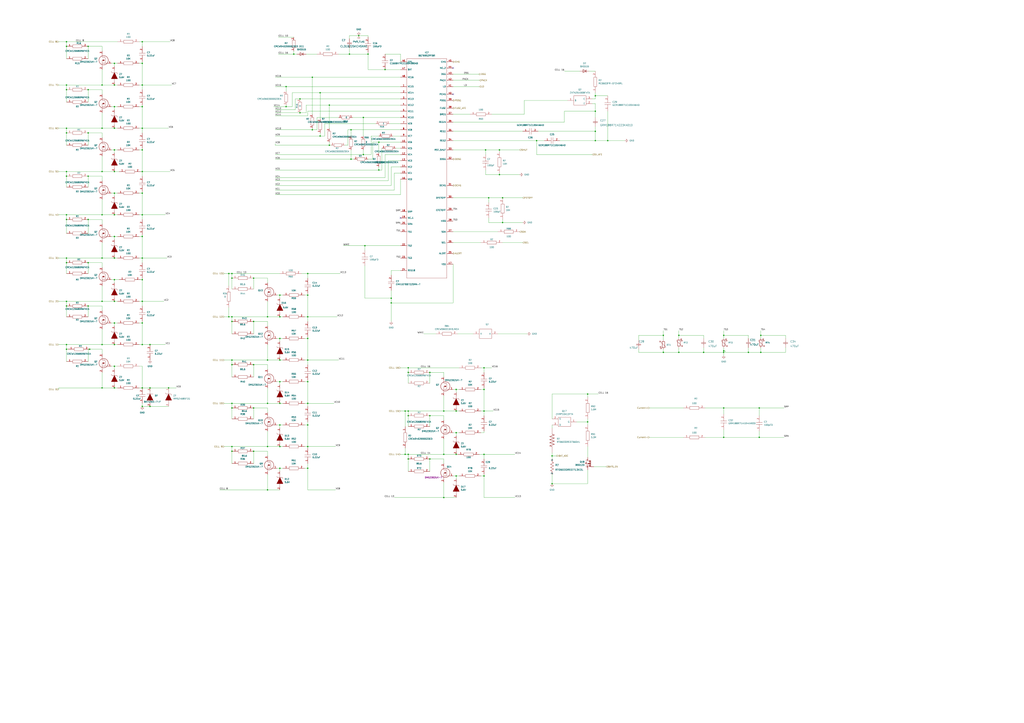
<source format=kicad_sch>
(kicad_sch (version 20211123) (generator eeschema)
  (paper "A1")
  (lib_symbols
    (symbol "2022-05-19_17-26-15:GRM188R71H223KA01D" (pin_numbers hide) (pin_names (offset 1.651) hide)
      (property "Reference" "C" (at 3.81 3.81 0))
      (property "Value" "GRM188R71H223KA01D" (at 3.81 -7.62 0))
      (symbol "GRM188R71H223KA01D_1_1"
        (pin unspecified line (at 0 0 0) (length 2.54) (name "1") (number "1"))
        (pin unspecified line (at 7.62 0 180) (length 2.54) (name "2") (number "2"))
      )
    )
    (symbol "2022-05-19_17-27-19:GRM188R71H471KA01D" (pin_numbers hide) (pin_names (offset 1.651) hide)
      (property "Reference" "C" (at 3.81 3.81 0))
      (property "Value" "GRM188R71H471KA01D" (at 3.81 -7.62 0))
      (symbol "GRM188R71H471KA01D_1_1"
        (pin unspecified line (at 0 0 0) (length 2.54) (name "1") (number "1"))
        (pin unspecified line (at 7.62 0 180) (length 2.54) (name "2") (number "2"))
      )
    )
    (symbol "2022-05-22_11-20-52:CL31B225KCHSNNE" (pin_numbers hide) (pin_names (offset 1.651) hide)
      (property "Reference" "C" (at 3.81 3.81 0))
      (property "Value" "CL31B225KCHSNNE" (at 3.81 -7.62 0))
      (symbol "CL31B225KCHSNNE_1_1"
        (pin unspecified line (at 0 0 0) (length 2.54) (name "1") (number "1"))
        (pin unspecified line (at 7.62 0 180) (length 2.54) (name "2") (number "2"))
      )
    )
    (symbol "2022-05-24_08-01-26:RT0603DRE0713K3L" (pin_numbers hide) (pin_names (offset -2.54))
      (property "Reference" "R" (at 5.715 3.81 0))
      (property "Value" "RT0603DRE0713K3L" (at 6.35 -6.985 0))
      (symbol "RT0603DRE0713K3L_1_1"
        (pin unspecified line (at 12.7 0 180) (length 2.54) (name "1") (number "1"))
        (pin unspecified line (at 0 0 0) (length 2.54) (name "2") (number "2"))
      )
    )
    (symbol "BAT42WS-7-F:BAT42WS-7-F" (pin_names (offset 0.762))
      (property "Reference" "D" (at 11.43 5.08 0))
      (property "Value" "BAT42WS-7-F" (at 11.43 2.54 0))
      (symbol "BAT42WS-7-F_0_0"
        (pin passive line (at 0 0 0) (length 2.54) (name "~") (number "1"))
        (pin passive line (at 15.24 0 180) (length 2.54) (name "~") (number "2"))
      )
    )
    (symbol "BQ76952PFBR:BQ76952PFBR" (pin_names (offset 0.762))
      (property "Reference" "IC2" (at -125.73 7.62 0))
      (property "Value" "BQ76952PFBR" (at -120.65 5.08 0))
      (symbol "BQ76952PFBR_0_0"
        (pin input line (at -133.35 -25.4 0) (length 5.08) (name "VC15") (number "1"))
        (pin input line (at -133.35 -71.12 0) (length 5.08) (name "VC6") (number "10"))
        (pin input line (at -133.35 -76.2 0) (length 5.08) (name "VC5") (number "11"))
        (pin input line (at -133.35 -81.28 0) (length 5.08) (name "VC4") (number "12"))
        (pin input line (at -133.35 -86.36 0) (length 5.08) (name "VC3") (number "13"))
        (pin input line (at -133.35 -91.44 0) (length 5.08) (name "VC2") (number "14"))
        (pin input line (at -133.35 -96.52 0) (length 5.08) (name "VC1") (number "15"))
        (pin input line (at -133.35 -101.6 0) (length 5.08) (name "VC0") (number "16"))
        (pin input line (at -90.17 -171.45 180) (length 5.08) (name "VSS") (number "17"))
        (pin input line (at -133.35 -128.27 0) (length 5.08) (name "SRP") (number "18"))
        (pin passive line (at -133.35 -133.35 0) (length 5.08) (name "NC_1") (number "19"))
        (pin input line (at -133.35 -30.48 0) (length 5.08) (name "VC14") (number "2"))
        (pin input line (at -133.35 -138.43 0) (length 5.08) (name "SRN") (number "20"))
        (pin input line (at -133.35 -144.78 0) (length 5.08) (name "TS1") (number "21"))
        (pin input line (at -133.35 -156.21 0) (length 5.08) (name "TS2") (number "22"))
        (pin input line (at -133.35 -166.37 0) (length 5.08) (name "TS3") (number "23"))
        (pin output line (at -133.35 -176.53 0) (length 5.08) (name "REG18") (number "24"))
        (pin input line (at -90.17 -162.56 180) (length 5.08) (name "ALERT") (number "25"))
        (pin input line (at -90.17 -153.67 180) (length 5.08) (name "SCL") (number "26"))
        (pin input line (at -90.17 -144.78 180) (length 5.08) (name "SDA") (number "27"))
        (pin input line (at -90.17 -135.89 180) (length 5.08) (name "HDQ") (number "28"))
        (pin input line (at -90.17 -127 180) (length 5.08) (name "CFETOFF") (number "29"))
        (pin input line (at -133.35 -35.56 0) (length 5.08) (name "VC13") (number "3"))
        (pin input line (at -90.17 -116.84 180) (length 5.08) (name "DFETOFF") (number "30"))
        (pin input line (at -90.17 -106.68 180) (length 5.08) (name "DCHG") (number "31"))
        (pin input line (at -90.17 -85.09 180) (length 5.08) (name "DDSG") (number "32"))
        (pin input line (at -90.17 -77.47 180) (length 5.08) (name "RST_SHUT") (number "33"))
        (pin output line (at -90.17 -69.85 180) (length 5.08) (name "REG2") (number "34"))
        (pin output line (at -90.17 -62.23 180) (length 5.08) (name "REG1") (number "35"))
        (pin input line (at -90.17 -54.61 180) (length 5.08) (name "REGIN") (number "36"))
        (pin output line (at -90.17 -48.26 180) (length 5.08) (name "BREG") (number "37"))
        (pin input line (at -90.17 -43.18 180) (length 5.08) (name "FUSE") (number "38"))
        (pin output line (at -90.17 -36.83 180) (length 5.08) (name "PDSG") (number "39"))
        (pin input line (at -133.35 -40.64 0) (length 5.08) (name "VC12") (number "4"))
        (pin output line (at -90.17 -31.75 180) (length 5.08) (name "PCHG") (number "40"))
        (pin input line (at -90.17 -25.4 180) (length 5.08) (name "LD") (number "41"))
        (pin input line (at -90.17 -20.32 180) (length 5.08) (name "PACK") (number "42"))
        (pin output line (at -90.17 -15.24 180) (length 5.08) (name "DSG") (number "43"))
        (pin passive line (at -90.17 -10.16 180) (length 5.08) (name "NC_2") (number "44"))
        (pin output line (at -90.17 -5.08 180) (length 5.08) (name "CHG") (number "45"))
        (pin passive line (at -133.35 -5.08 0) (length 5.08) (name "CP1") (number "46"))
        (pin input line (at -133.35 -11.43 0) (length 5.08) (name "BAT") (number "47"))
        (pin input line (at -133.35 -17.78 0) (length 5.08) (name "VC16") (number "48"))
        (pin input line (at -133.35 -45.72 0) (length 5.08) (name "VC11") (number "5"))
        (pin input line (at -133.35 -50.8 0) (length 5.08) (name "VC10") (number "6"))
        (pin input line (at -133.35 -55.88 0) (length 5.08) (name "VC9") (number "7"))
        (pin input line (at -133.35 -60.96 0) (length 5.08) (name "VC8") (number "8"))
        (pin input line (at -133.35 -66.04 0) (length 5.08) (name "VC7") (number "9"))
      )
    )
    (symbol "BSS123:BSS123" (pin_numbers hide) (pin_names (offset 1.016) hide)
      (property "Reference" "Q18" (at 13.97 7.62 0))
      (property "Value" "BSS123" (at 12.7 -1.27 0))
      (symbol "BSS123_0_0"
        (pin passive line (at 16.51 1.27 180) (length 2.54) (name "~") (number "1"))
        (pin passive line (at 11.43 -1.27 90) (length 2.54) (name "~") (number "2"))
        (pin passive line (at 11.43 8.89 270) (length 2.54) (name "~") (number "3"))
      )
    )
    (symbol "BZT52C5V6T-7:BZT52C5V6T-7" (pin_names (offset 0.762))
      (property "Reference" "Z" (at 10.16 8.89 0))
      (property "Value" "BZT52C5V6T-7" (at 10.16 6.35 0))
      (symbol "BZT52C5V6T-7_0_0"
        (pin passive line (at 0 0 0) (length 2.54) (name "~") (number "1"))
        (pin passive line (at 15.24 0 180) (length 2.54) (name "~") (number "2"))
      )
    )
    (symbol "C1608X7R1E105K080AB:C1608X7R1E105K080AB" (pin_names (offset 0.762))
      (property "Reference" "C" (at 8.89 6.35 0))
      (property "Value" "C1608X7R1E105K080AB" (at 8.89 3.81 0))
      (symbol "C1608X7R1E105K080AB_0_0"
        (pin passive line (at 0 0 0) (length 5.08) (name "~") (number "1"))
        (pin passive line (at 12.7 0 180) (length 5.08) (name "~") (number "2"))
      )
    )
    (symbol "CRCW04020000Z0ED:CRCW04020000Z0ED" (pin_names (offset 0.762))
      (property "Reference" "R" (at 13.97 6.35 0))
      (property "Value" "CRCW04020000Z0ED" (at 13.97 3.81 0))
      (symbol "CRCW04020000Z0ED_0_0"
        (pin passive line (at 0 0 0) (length 5.08) (name "~") (number "1"))
        (pin passive line (at 17.78 0 180) (length 5.08) (name "~") (number "2"))
      )
    )
    (symbol "CRCW04020000Z0ED_1" (pin_names (offset 0.762))
      (property "Reference" "R?" (at -8.89 -6.35 0))
      (property "Value" "CRCW04020000Z0ED" (at -8.89 -3.81 0))
      (symbol "CRCW04020000Z0ED_1_1_1"
        (pin passive line (at 6.35 -12.7 0) (length 2.54) (name "") (number "1"))
        (pin passive line (at 17.78 -12.7 180) (length 2.54) (name "") (number "2"))
      )
    )
    (symbol "CRCW04020000Z0ED_N:CRCW04020000Z0ED" (pin_names (offset 0.762))
      (property "Reference" "R46" (at 10.16 2.54 0))
      (property "Value" "0" (at 8.89 0 0))
      (symbol "CRCW04020000Z0ED_0_0"
        (pin passive line (at 2.54 0 0) (length 2.54) (name "~") (number "1"))
        (pin passive line (at 13.97 0 180) (length 2.54) (name "~") (number "2"))
      )
    )
    (symbol "CRCW06030000Z0EA_1" (pin_names (offset 0.762))
      (property "Reference" "R?" (at -2.54 10.1601 90))
      (property "Value" "CRCW06030000Z0EA" (at -2.54 7.6201 90))
      (symbol "CRCW06030000Z0EA_1_1_1"
        (pin passive line (at 2.54 0 0) (length 2.54) (name "") (number "1"))
        (pin passive line (at 13.97 0 180) (length 2.54) (name "") (number "2"))
      )
    )
    (symbol "CRCW06030000Z0EA_2" (pin_names (offset 0.762))
      (property "Reference" "R?" (at 2.54 10.1601 90))
      (property "Value" "CRCW06030000Z0EA" (at 2.54 7.6201 90))
      (symbol "CRCW06030000Z0EA_2_1_1"
        (pin passive line (at 2.54 0 0) (length 2.54) (name "") (number "1"))
        (pin passive line (at 13.97 0 180) (length 2.54) (name "") (number "2"))
      )
    )
    (symbol "CRCW0603100RFKEA:CRCW0603100RFKEA" (pin_names (offset 0.762))
      (property "Reference" "R" (at 13.97 6.35 0))
      (property "Value" "CRCW0603100RFKEA" (at 13.97 3.81 0))
      (symbol "CRCW0603100RFKEA_0_0"
        (pin passive line (at 0 0 0) (length 5.08) (name "~") (number "1"))
        (pin passive line (at 17.78 0 180) (length 5.08) (name "~") (number "2"))
      )
    )
    (symbol "CRCW060310K0JNEA:CRCW060310K0JNEA" (pin_names (offset 0.762))
      (property "Reference" "R" (at 13.97 6.35 0))
      (property "Value" "CRCW060310K0JNEA" (at 13.97 3.81 0))
      (symbol "CRCW060310K0JNEA_0_0"
        (pin passive line (at 0 0 0) (length 5.08) (name "~") (number "1"))
        (pin passive line (at 17.78 0 180) (length 5.08) (name "~") (number "2"))
      )
    )
    (symbol "CRCW06031M00JNEA:CRCW06031M00JNEA" (pin_names (offset 0.762))
      (property "Reference" "R" (at 13.97 6.35 0))
      (property "Value" "CRCW06031M00JNEA" (at 13.97 3.81 0))
      (symbol "CRCW06031M00JNEA_0_0"
        (pin passive line (at 0 0 0) (length 5.08) (name "~") (number "1"))
        (pin passive line (at 17.78 0 180) (length 5.08) (name "~") (number "2"))
      )
    )
    (symbol "CRCW06033M30JNEA:CRCW06033M30JNEA" (pin_names (offset 0.762))
      (property "Reference" "R" (at 13.97 6.35 0))
      (property "Value" "CRCW06033M30JNEA" (at 13.97 3.81 0))
      (symbol "CRCW06033M30JNEA_0_0"
        (pin passive line (at 0 0 0) (length 5.08) (name "~") (number "1"))
        (pin passive line (at 17.78 0 180) (length 5.08) (name "~") (number "2"))
      )
    )
    (symbol "CRCW120680R6FKEA:CRCW120680R6FKEA" (pin_names (offset 0.762))
      (property "Reference" "R" (at 13.97 6.35 0))
      (property "Value" "CRCW120680R6FKEA" (at 13.97 3.81 0))
      (symbol "CRCW120680R6FKEA_0_0"
        (pin passive line (at 0 0 0) (length 5.08) (name "~") (number "1"))
        (pin passive line (at 17.78 0 180) (length 5.08) (name "~") (number "2"))
      )
    )
    (symbol "DMG2302UK-7:DMG2302UK-7" (pin_names (offset 0.762))
      (property "Reference" "Q" (at 11.43 3.81 0))
      (property "Value" "DMG2302UK-7" (at 11.43 1.27 0))
      (symbol "DMG2302UK-7_0_0"
        (pin passive line (at 0 0 0) (length 2.54) (name "~") (number "1"))
        (pin passive line (at 7.62 -5.08 90) (length 2.54) (name "~") (number "2"))
        (pin passive line (at 7.62 10.16 270) (length 2.54) (name "~") (number "3"))
      )
    )
    (symbol "Device:Thermistor_NTC" (pin_numbers hide) (pin_names (offset 0))
      (property "Reference" "TH" (at -4.445 0 90))
      (property "Value" "Thermistor_NTC" (at 3.175 0 90))
      (symbol "Thermistor_NTC_1_1"
        (pin passive line (at 0 3.81 270) (length 1.27) (name "~") (number "1"))
        (pin passive line (at 0 -3.81 90) (length 1.27) (name "~") (number "2"))
      )
    )
    (symbol "Diode:BAS516" (pin_numbers hide) (pin_names (offset 1.016) hide)
      (property "Reference" "D" (at 0 2.54 0))
      (property "Value" "BAS516" (at 0 -2.54 0))
      (symbol "BAS516_1_1"
        (pin passive line (at -3.81 0 0) (length 2.54) (name "K") (number "1"))
        (pin passive line (at 3.81 0 180) (length 2.54) (name "A") (number "2"))
      )
    )
    (symbol "EMK107BB7225MA-T:EMK107BB7225MA-T" (pin_names (offset 0.762))
      (property "Reference" "C" (at 8.89 6.35 0))
      (property "Value" "EMK107BB7225MA-T" (at 8.89 3.81 0))
      (symbol "EMK107BB7225MA-T_0_0"
        (pin passive line (at 0 0 0) (length 5.08) (name "~") (number "1"))
        (pin passive line (at 12.7 0 180) (length 5.08) (name "~") (number "2"))
      )
    )
    (symbol "GCM188R71C105KA64D:GCM188R71C105KA64D" (pin_names (offset 0.762))
      (property "Reference" "C" (at 8.89 6.35 0))
      (property "Value" "GCM188R71C105KA64D" (at 8.89 3.81 0))
      (symbol "GCM188R71C105KA64D_0_0"
        (pin passive line (at 0 0 0) (length 5.08) (name "~") (number "1"))
        (pin passive line (at 12.7 0 180) (length 5.08) (name "~") (number "2"))
      )
    )
    (symbol "GCM188R71H224KA64D:GCM188R71H224KA64D" (pin_names (offset 0.762))
      (property "Reference" "C" (at 8.89 6.35 0))
      (property "Value" "GCM188R71H224KA64D" (at 8.89 3.81 0))
      (symbol "GCM188R71H224KA64D_0_0"
        (pin passive line (at 0 0 0) (length 5.08) (name "~") (number "1"))
        (pin passive line (at 12.7 0 180) (length 5.08) (name "~") (number "2"))
      )
    )
    (symbol "GRM1885C2A101JA01D:GRM1885C2A101JA01D" (pin_names (offset 0.762))
      (property "Reference" "C" (at 8.89 6.35 0))
      (property "Value" "GRM1885C2A101JA01D" (at 8.89 3.81 0))
      (symbol "GRM1885C2A101JA01D_0_0"
        (pin passive line (at 0 0 0) (length 5.08) (name "~") (number "1"))
        (pin passive line (at 12.7 0 180) (length 5.08) (name "~") (number "2"))
      )
    )
    (symbol "GRM188R71H104KA93D:GRM188R71H104KA93D" (pin_names (offset 0.762))
      (property "Reference" "C" (at 8.89 6.35 0))
      (property "Value" "GRM188R71H104KA93D" (at 8.89 3.81 0))
      (symbol "GRM188R71H104KA93D_0_0"
        (pin passive line (at 0 0 0) (length 5.08) (name "~") (number "1"))
        (pin passive line (at 12.7 0 180) (length 5.08) (name "~") (number "2"))
      )
    )
    (symbol "MMSZ4685T1G:MMSZ4685T1G" (pin_names (offset 0.762))
      (property "Reference" "Z" (at 10.16 8.89 0))
      (property "Value" "MMSZ4685T1G" (at 10.16 6.35 0))
      (symbol "MMSZ4685T1G_0_0"
        (pin passive line (at 0 0 0) (length 2.54) (name "~") (number "1"))
        (pin passive line (at 15.24 0 180) (length 2.54) (name "~") (number "2"))
      )
    )
    (symbol "RC0603FR-07249RL:RC0603FR-07249RL" (pin_names (offset 0.762))
      (property "Reference" "R" (at 13.97 6.35 0))
      (property "Value" "RC0603FR-07249RL" (at 13.97 3.81 0))
      (symbol "RC0603FR-07249RL_0_0"
        (pin passive line (at 0 0 0) (length 5.08) (name "~") (number "1"))
        (pin passive line (at 17.78 0 180) (length 5.08) (name "~") (number "2"))
      )
    )
    (symbol "RS-032G05A3-SM_RT:RS-032G05A3-SM_RT" (pin_names (offset 0.762))
      (property "Reference" "S?" (at 16.51 0.0001 0))
      (property "Value" "RS-032G05A3-SM_RT" (at 16.51 -2.5399 0))
      (symbol "RS-032G05A3-SM_RT_0_0"
        (pin passive line (at 0 -1.27 0) (length 5.08) (name "K") (number "1"))
        (pin passive line (at 20.32 -1.27 180) (length 5.08) (name "A") (number "2"))
      )
    )
    (symbol "RT0603DRE07665KL:RT0603DRE07665KL" (pin_numbers hide) (pin_names (offset 1.016) hide)
      (property "Reference" "R" (at -7.62 2.54 0))
      (property "Value" "RT0603DRE07665KL" (at -7.62 -5.08 0))
      (symbol "RT0603DRE07665KL_0_0"
        (pin passive line (at -10.16 0 0) (length 5.08) (name "~") (number "1"))
        (pin passive line (at 10.16 0 180) (length 5.08) (name "~") (number "2"))
      )
    )
    (symbol "ZXMP10A13FTA:ZXMP10A13FTA" (pin_names (offset 0.762))
      (property "Reference" "Q17" (at -10.16 7.62 0))
      (property "Value" "ZXMP10A13FTA" (at -10.16 5.08 0))
      (symbol "ZXMP10A13FTA_0_0"
        (pin passive line (at 29.21 8.89 180) (length 5.08) (name "G") (number "1"))
        (pin passive line (at 8.89 11.43 0) (length 5.08) (name "S") (number "2"))
        (pin passive line (at 8.89 6.35 0) (length 5.08) (name "D") (number "3"))
      )
    )
    (symbol "ZXTN25100BFHTA:ZXTN25100BFHTA" (pin_names (offset 0.762))
      (property "Reference" "Q?" (at 10.16 7.62 0))
      (property "Value" "ZXTN25100BFHTA" (at 10.16 5.08 0))
      (symbol "ZXTN25100BFHTA_0_0"
        (pin passive line (at 0 -1.27 0) (length 5.08) (name "B") (number "1"))
        (pin passive line (at 20.32 -3.81 180) (length 5.08) (name "E") (number "2"))
        (pin passive line (at 20.32 0 180) (length 5.08) (name "C") (number "3"))
      )
    )
    (symbol "power:GND" (power) (pin_names (offset 0))
      (property "Value" "GND" (at 0 -3.81 0))
      (symbol "GND_1_1"
        (pin power_in line (at 0 0 270) (length 0) hide (name "GND") (number "1"))
      )
    )
    (symbol "power:PWR_FLAG" (power) (pin_numbers hide) (pin_names (offset 0) hide)
      (property "Value" "PWR_FLAG" (at 0 3.81 0))
      (symbol "PWR_FLAG_0_0"
        (pin power_out line (at 0 0 90) (length 0) (name "pwr") (number "1"))
      )
    )
  )
  (junction (at 83.82 105.41))
  (junction (at 594.36 288.29))
  (junction (at 311.15 116.84))
  (junction (at 364.49 373.38))
  (junction (at 93.98 194.31))
  (junction (at 353.06 306.07))
  (junction (at 335.28 302.26))
  (junction (at 116.84 176.53))
  (junction (at 241.3 44.45))
  (junction (at 229.87 295.91))
  (junction (at 440.69 115.57))
  (junction (at 234.95 71.12))
  (junction (at 321.31 245.11))
  (junction (at 488.95 115.57))
  (junction (at 72.39 215.9))
  (junction (at 246.38 92.71))
  (junction (at 54.61 109.22))
  (junction (at 252.73 349.25))
  (junction (at 397.51 373.38))
  (junction (at 594.36 335.28))
  (junction (at 482.6 323.85))
  (junction (at 190.5 264.16))
  (junction (at 374.65 355.6))
  (junction (at 54.61 215.9))
  (junction (at 374.65 373.38))
  (junction (at 83.82 69.85))
  (junction (at 287.02 44.45))
  (junction (at 374.65 391.16))
  (junction (at 401.32 162.56))
  (junction (at 72.39 73.66))
  (junction (at 219.71 295.91))
  (junction (at 270.51 119.38))
  (junction (at 262.89 111.76))
  (junction (at 294.64 29.21))
  (junction (at 229.87 242.57))
  (junction (at 398.78 123.19))
  (junction (at 83.82 212.09))
  (junction (at 93.98 283.21))
  (junction (at 453.39 397.51))
  (junction (at 288.29 106.68))
  (junction (at 190.5 295.91))
  (junction (at 397.51 337.82))
  (junction (at 332.74 373.38))
  (junction (at 614.68 289.56))
  (junction (at 83.82 176.53))
  (junction (at 116.84 334.01))
  (junction (at 190.5 367.03))
  (junction (at 311.15 139.7))
  (junction (at 412.75 182.88))
  (junction (at 229.87 367.03))
  (junction (at 208.28 299.72))
  (junction (at 488.95 91.44))
  (junction (at 93.98 212.09))
  (junction (at 187.96 224.79))
  (junction (at 256.54 106.68))
  (junction (at 335.28 306.07))
  (junction (at 190.5 224.79))
  (junction (at 353.06 341.63))
  (junction (at 453.39 374.65))
  (junction (at 288.29 130.81))
  (junction (at 252.73 242.57))
  (junction (at 54.61 176.53))
  (junction (at 54.61 247.65))
  (junction (at 93.98 87.63))
  (junction (at 252.73 367.03))
  (junction (at 116.84 212.09))
  (junction (at 412.75 162.56))
  (junction (at 208.28 335.28))
  (junction (at 229.87 349.25))
  (junction (at 397.51 320.04))
  (junction (at 252.73 260.35))
  (junction (at 321.31 248.92))
  (junction (at 72.39 109.22))
  (junction (at 83.82 247.65))
  (junction (at 374.65 337.82))
  (junction (at 93.98 300.99))
  (junction (at 54.61 69.85))
  (junction (at 93.98 158.75))
  (junction (at 397.51 391.16))
  (junction (at 116.84 123.19))
  (junction (at 72.39 180.34))
  (junction (at 93.98 265.43))
  (junction (at 138.43 318.77))
  (junction (at 482.6 346.71))
  (junction (at 229.87 278.13))
  (junction (at 298.45 127))
  (junction (at 54.61 251.46))
  (junction (at 116.84 52.07))
  (junction (at 93.98 247.65))
  (junction (at 54.61 287.02))
  (junction (at 190.5 370.84))
  (junction (at 246.38 81.28))
  (junction (at 190.5 228.6))
  (junction (at 116.84 318.77))
  (junction (at 93.98 229.87))
  (junction (at 83.82 140.97))
  (junction (at 93.98 123.19))
  (junction (at 624.84 289.56))
  (junction (at 116.84 158.75))
  (junction (at 353.06 377.19))
  (junction (at 229.87 331.47))
  (junction (at 116.84 87.63))
  (junction (at 72.39 251.46))
  (junction (at 190.5 260.35))
  (junction (at 397.51 302.26))
  (junction (at 116.84 265.43))
  (junction (at 83.82 318.77))
  (junction (at 116.84 283.21))
  (junction (at 190.5 299.72))
  (junction (at 123.19 334.01))
  (junction (at 623.57 359.41))
  (junction (at 410.21 123.19))
  (junction (at 116.84 194.31))
  (junction (at 374.65 320.04))
  (junction (at 364.49 337.82))
  (junction (at 252.73 295.91))
  (junction (at 187.96 260.35))
  (junction (at 544.83 289.56))
  (junction (at 252.73 278.13))
  (junction (at 594.36 275.59))
  (junction (at 229.87 260.35))
  (junction (at 54.61 144.78))
  (junction (at 252.73 224.79))
  (junction (at 488.95 78.74))
  (junction (at 54.61 34.29))
  (junction (at 234.95 87.63))
  (junction (at 83.82 283.21))
  (junction (at 190.5 335.28))
  (junction (at 544.83 275.59))
  (junction (at 624.84 275.59))
  (junction (at 335.28 373.38))
  (junction (at 54.61 283.21))
  (junction (at 190.5 331.47))
  (junction (at 54.61 73.66))
  (junction (at 594.36 289.56))
  (junction (at 623.57 335.28))
  (junction (at 219.71 367.03))
  (junction (at 252.73 384.81))
  (junction (at 93.98 140.97))
  (junction (at 332.74 337.82))
  (junction (at 229.87 313.69))
  (junction (at 54.61 140.97))
  (junction (at 335.28 337.82))
  (junction (at 219.71 260.35))
  (junction (at 54.61 105.41))
  (junction (at 116.84 69.85))
  (junction (at 488.95 107.95))
  (junction (at 252.73 331.47))
  (junction (at 72.39 144.78))
  (junction (at 364.49 408.94))
  (junction (at 335.28 377.19))
  (junction (at 557.53 275.59))
  (junction (at 252.73 313.69))
  (junction (at 316.23 57.15))
  (junction (at 410.21 143.51))
  (junction (at 116.84 34.29))
  (junction (at 123.19 318.77))
  (junction (at 219.71 331.47))
  (junction (at 302.26 44.45))
  (junction (at 594.36 359.41))
  (junction (at 54.61 180.34))
  (junction (at 72.39 38.1))
  (junction (at 116.84 105.41))
  (junction (at 229.87 384.81))
  (junction (at 116.84 140.97))
  (junction (at 116.84 247.65))
  (junction (at 208.28 370.84))
  (junction (at 73.66 287.02))
  (junction (at 577.85 289.56))
  (junction (at 208.28 228.6))
  (junction (at 93.98 69.85))
  (junction (at 123.19 283.21))
  (junction (at 116.84 229.87))
  (junction (at 93.98 52.07))
  (junction (at 208.28 264.16))
  (junction (at 93.98 176.53))
  (junction (at 557.53 289.56))
  (junction (at 298.45 96.52))
  (junction (at 256.54 63.5))
  (junction (at 54.61 38.1))
  (junction (at 299.72 201.93))
  (junction (at 335.28 341.63))
  (junction (at 93.98 105.41))
  (junction (at 219.71 402.59))
  (junction (at 93.98 318.77))
  (junction (at 262.89 76.2))
  (junction (at 54.61 212.09))
  (junction (at 499.11 115.57))
  (junction (at 270.51 86.36))
  (no_connect (at 372.11 55.88))
  (no_connect (at 372.11 77.47))
  (no_connect (at 328.93 179.07))
  (wire (pts (xy 251.46 86.36) (xy 270.51 86.36)))
  (wire (pts (xy 48.26 69.85) (xy 54.61 69.85)))
  (wire (pts (xy 463.55 100.33) (xy 463.55 91.44)))
  (wire (pts (xy 544.83 271.78) (xy 544.83 275.59)))
  (wire (pts (xy 364.49 325.12) (xy 364.49 337.82)))
  (wire (pts (xy 252.73 313.69) (xy 252.73 331.47)))
  (wire (pts (xy 116.84 247.65) (xy 116.84 251.46)))
  (wire (pts (xy 54.61 251.46) (xy 54.61 260.35)))
  (wire (pts (xy 180.34 402.59) (xy 219.71 402.59)))
  (wire (pts (xy 252.73 295.91) (xy 278.13 295.91)))
  (wire (pts (xy 227.33 384.81) (xy 229.87 384.81)))
  (wire (pts (xy 482.6 367.03) (xy 482.6 375.92)))
  (wire (pts (xy 228.6 30.48) (xy 241.3 30.48)))
  (wire (pts (xy 372.11 115.57) (xy 440.69 115.57)))
  (wire (pts (xy 72.39 287.02) (xy 72.39 297.18)))
  (wire (pts (xy 482.6 323.85) (xy 482.6 326.39)))
  (wire (pts (xy 412.75 162.56) (xy 429.26 162.56)))
  (wire (pts (xy 595.63 289.56) (xy 595.63 288.29)))
  (wire (pts (xy 190.5 224.79) (xy 229.87 224.79)))
  (wire (pts (xy 285.75 106.68) (xy 285.75 119.38)))
  (wire (pts (xy 91.44 87.63) (xy 93.98 87.63)))
  (wire (pts (xy 83.82 176.53) (xy 54.61 176.53)))
  (wire (pts (xy 226.06 127) (xy 298.45 127)))
  (wire (pts (xy 252.73 224.79) (xy 279.4 224.79)))
  (wire (pts (xy 364.49 396.24) (xy 364.49 408.94)))
  (wire (pts (xy 123.19 318.77) (xy 138.43 318.77)))
  (wire (pts (xy 54.61 38.1) (xy 54.61 48.26)))
  (wire (pts (xy 374.65 373.38) (xy 364.49 373.38)))
  (wire (pts (xy 410.21 123.19) (xy 398.78 123.19)))
  (wire (pts (xy 219.71 354.33) (xy 219.71 367.03)))
  (wire (pts (xy 459.74 115.57) (xy 488.95 115.57)))
  (wire (pts (xy 353.06 306.07) (xy 353.06 314.96)))
  (wire (pts (xy 96.52 105.41) (xy 93.98 105.41)))
  (wire (pts (xy 645.16 278.13) (xy 645.16 275.59)))
  (wire (pts (xy 557.53 275.59) (xy 557.53 278.13)))
  (wire (pts (xy 115.57 140.97) (xy 116.84 140.97)))
  (wire (pts (xy 364.49 306.07) (xy 353.06 306.07)))
  (wire (pts (xy 397.51 337.82) (xy 405.13 337.82)))
  (wire (pts (xy 270.51 86.36) (xy 328.93 86.36)))
  (wire (pts (xy 281.94 201.93) (xy 299.72 201.93)))
  (wire (pts (xy 240.03 76.2) (xy 240.03 87.63)))
  (wire (pts (xy 533.4 335.28) (xy 561.34 335.28)))
  (wire (pts (xy 116.84 228.6) (xy 116.84 229.87)))
  (wire (pts (xy 328.93 201.93) (xy 299.72 201.93)))
  (wire (pts (xy 83.82 77.47) (xy 83.82 73.66)))
  (wire (pts (xy 83.82 105.41) (xy 54.61 105.41)))
  (wire (pts (xy 226.06 119.38) (xy 226.06 118.11)))
  (wire (pts (xy 262.89 76.2) (xy 262.89 97.79)))
  (wire (pts (xy 335.28 306.07) (xy 335.28 314.96)))
  (wire (pts (xy 83.82 318.77) (xy 48.26 318.77)))
  (wire (pts (xy 347.98 274.32) (xy 358.14 274.32)))
  (wire (pts (xy 232.41 349.25) (xy 229.87 349.25)))
  (wire (pts (xy 410.21 123.19) (xy 426.72 123.19)))
  (wire (pts (xy 184.15 331.47) (xy 190.5 331.47)))
  (wire (pts (xy 299.72 245.11) (xy 321.31 245.11)))
  (wire (pts (xy 374.65 320.04) (xy 374.65 322.58)))
  (wire (pts (xy 116.84 123.19) (xy 116.84 140.97)))
  (wire (pts (xy 91.44 158.75) (xy 93.98 158.75)))
  (wire (pts (xy 394.97 320.04) (xy 397.51 320.04)))
  (wire (pts (xy 488.95 91.44) (xy 488.95 85.09)))
  (wire (pts (xy 219.71 389.89) (xy 219.71 402.59)))
  (wire (pts (xy 72.39 38.1) (xy 72.39 48.26)))
  (wire (pts (xy 482.6 386.08) (xy 482.6 397.51)))
  (wire (pts (xy 377.19 302.26) (xy 335.28 302.26)))
  (wire (pts (xy 184.15 224.79) (xy 187.96 224.79)))
  (wire (pts (xy 184.15 260.35) (xy 187.96 260.35)))
  (wire (pts (xy 488.95 96.52) (xy 488.95 91.44)))
  (wire (pts (xy 96.52 87.63) (xy 93.98 87.63)))
  (wire (pts (xy 321.31 248.92) (xy 321.31 264.16)))
  (wire (pts (xy 364.49 373.38) (xy 335.28 373.38)))
  (wire (pts (xy 624.84 275.59) (xy 624.84 278.13)))
  (wire (pts (xy 93.98 283.21) (xy 83.82 283.21)))
  (wire (pts (xy 408.94 274.32) (xy 433.07 274.32)))
  (wire (pts (xy 116.84 176.53) (xy 116.84 180.34)))
  (wire (pts (xy 114.3 265.43) (xy 116.84 265.43)))
  (wire (pts (xy 298.45 127) (xy 304.8 127)))
  (wire (pts (xy 322.58 111.76) (xy 328.93 111.76)))
  (wire (pts (xy 83.82 270.51) (xy 83.82 283.21)))
  (wire (pts (xy 97.79 140.97) (xy 93.98 140.97)))
  (wire (pts (xy 93.98 212.09) (xy 83.82 212.09)))
  (wire (pts (xy 48.26 34.29) (xy 54.61 34.29)))
  (wire (pts (xy 228.6 44.45) (xy 241.3 44.45)))
  (wire (pts (xy 372.11 355.6) (xy 374.65 355.6)))
  (wire (pts (xy 190.5 367.03) (xy 190.5 370.84)))
  (wire (pts (xy 83.82 251.46) (xy 72.39 251.46)))
  (wire (pts (xy 623.57 359.41) (xy 594.36 359.41)))
  (wire (pts (xy 364.49 360.68) (xy 364.49 373.38)))
  (wire (pts (xy 463.55 91.44) (xy 488.95 91.44)))
  (wire (pts (xy 93.98 265.43) (xy 93.98 267.97)))
  (wire (pts (xy 524.51 289.56) (xy 544.83 289.56)))
  (wire (pts (xy 453.39 397.51) (xy 453.39 389.89)))
  (wire (pts (xy 114.3 34.29) (xy 116.84 34.29)))
  (wire (pts (xy 256.54 106.68) (xy 226.06 106.68)))
  (wire (pts (xy 91.44 123.19) (xy 93.98 123.19)))
  (wire (pts (xy 114.3 194.31) (xy 116.84 194.31)))
  (wire (pts (xy 377.19 337.82) (xy 374.65 337.82)))
  (wire (pts (xy 93.98 194.31) (xy 93.98 196.85)))
  (wire (pts (xy 116.84 194.31) (xy 116.84 212.09)))
  (wire (pts (xy 328.93 132.08) (xy 318.77 132.08)))
  (wire (pts (xy 116.84 140.97) (xy 116.84 144.78)))
  (wire (pts (xy 226.06 148.59) (xy 318.77 148.59)))
  (wire (pts (xy 483.87 58.42) (xy 488.95 58.42)))
  (wire (pts (xy 227.33 313.69) (xy 229.87 313.69)))
  (wire (pts (xy 299.72 218.44) (xy 299.72 245.11)))
  (wire (pts (xy 398.78 139.7) (xy 398.78 143.51)))
  (wire (pts (xy 91.44 300.99) (xy 93.98 300.99)))
  (wire (pts (xy 252.73 331.47) (xy 274.32 331.47)))
  (wire (pts (xy 412.75 162.56) (xy 401.32 162.56)))
  (wire (pts (xy 93.98 318.77) (xy 83.82 318.77)))
  (wire (pts (xy 252.73 367.03) (xy 275.59 367.03)))
  (wire (pts (xy 372.11 123.19) (xy 398.78 123.19)))
  (wire (pts (xy 256.54 105.41) (xy 256.54 106.68)))
  (wire (pts (xy 97.79 229.87) (xy 93.98 229.87)))
  (wire (pts (xy 335.28 377.19) (xy 335.28 387.35)))
  (wire (pts (xy 323.85 142.24) (xy 323.85 156.21)))
  (wire (pts (xy 54.61 212.09) (xy 54.61 215.9)))
  (wire (pts (xy 482.6 397.51) (xy 453.39 397.51)))
  (wire (pts (xy 190.5 260.35) (xy 219.71 260.35)))
  (wire (pts (xy 114.3 158.75) (xy 116.84 158.75)))
  (wire (pts (xy 328.93 44.45) (xy 328.93 50.8)))
  (wire (pts (xy 54.61 109.22) (xy 54.61 119.38)))
  (wire (pts (xy 251.46 44.45) (xy 260.35 44.45)))
  (wire (pts (xy 219.71 318.77) (xy 219.71 331.47)))
  (wire (pts (xy 403.86 93.98) (xy 430.53 93.98)))
  (wire (pts (xy 226.06 92.71) (xy 246.38 92.71)))
  (wire (pts (xy 332.74 368.3) (xy 332.74 373.38)))
  (wire (pts (xy 624.84 285.75) (xy 624.84 289.56)))
  (wire (pts (xy 394.97 391.16) (xy 397.51 391.16)))
  (wire (pts (xy 96.52 123.19) (xy 93.98 123.19)))
  (wire (pts (xy 311.15 116.84) (xy 306.07 116.84)))
  (wire (pts (xy 353.06 341.63) (xy 353.06 350.52)))
  (wire (pts (xy 83.82 144.78) (xy 72.39 144.78)))
  (wire (pts (xy 116.84 69.85) (xy 116.84 73.66)))
  (wire (pts (xy 242.57 81.28) (xy 246.38 81.28)))
  (wire (pts (xy 252.73 402.59) (xy 275.59 402.59)))
  (wire (pts (xy 83.82 148.59) (xy 83.82 144.78)))
  (wire (pts (xy 287.02 29.21) (xy 294.64 29.21)))
  (wire (pts (xy 54.61 287.02) (xy 54.61 297.18)))
  (wire (pts (xy 187.96 224.79) (xy 187.96 234.95)))
  (wire (pts (xy 83.82 57.15) (xy 83.82 69.85)))
  (wire (pts (xy 294.64 29.21) (xy 302.26 29.21)))
  (wire (pts (xy 577.85 289.56) (xy 577.85 285.75)))
  (wire (pts (xy 184.15 367.03) (xy 190.5 367.03)))
  (wire (pts (xy 579.12 335.28) (xy 594.36 335.28)))
  (wire (pts (xy 83.82 255.27) (xy 83.82 251.46)))
  (wire (pts (xy 190.5 370.84) (xy 190.5 381)))
  (wire (pts (xy 241.3 44.45) (xy 243.84 44.45)))
  (wire (pts (xy 114.3 300.99) (xy 116.84 300.99)))
  (wire (pts (xy 328.93 116.84) (xy 311.15 116.84)))
  (wire (pts (xy 72.39 180.34) (xy 72.39 191.77)))
  (wire (pts (xy 96.52 300.99) (xy 93.98 300.99)))
  (wire (pts (xy 83.82 234.95) (xy 83.82 247.65)))
  (wire (pts (xy 250.19 295.91) (xy 252.73 295.91)))
  (wire (pts (xy 250.19 313.69) (xy 252.73 313.69)))
  (wire (pts (xy 83.82 180.34) (xy 72.39 180.34)))
  (wire (pts (xy 83.82 199.39) (xy 83.82 212.09)))
  (wire (pts (xy 48.26 318.77) (xy 48.26 320.04)))
  (wire (pts (xy 250.19 331.47) (xy 252.73 331.47)))
  (wire (pts (xy 623.57 354.33) (xy 623.57 359.41)))
  (wire (pts (xy 488.95 104.14) (xy 488.95 107.95)))
  (wire (pts (xy 83.82 73.66) (xy 72.39 73.66)))
  (wire (pts (xy 54.61 176.53) (xy 54.61 180.34)))
  (wire (pts (xy 208.28 228.6) (xy 208.28 237.49)))
  (wire (pts (xy 93.98 158.75) (xy 93.98 161.29)))
  (wire (pts (xy 227.33 242.57) (xy 229.87 242.57)))
  (wire (pts (xy 252.73 91.44) (xy 328.93 91.44)))
  (wire (pts (xy 115.57 229.87) (xy 116.84 229.87)))
  (wire (pts (xy 287.02 39.37) (xy 287.02 44.45)))
  (wire (pts (xy 401.32 162.56) (xy 401.32 166.37)))
  (wire (pts (xy 252.73 91.44) (xy 252.73 95.25)))
  (wire (pts (xy 544.83 289.56) (xy 544.83 287.02)))
  (wire (pts (xy 614.68 289.56) (xy 614.68 285.75)))
  (wire (pts (xy 332.74 337.82) (xy 335.28 337.82)))
  (wire (pts (xy 313.69 121.92) (xy 313.69 139.7)))
  (wire (pts (xy 96.52 69.85) (xy 93.98 69.85)))
  (wire (pts (xy 83.82 128.27) (xy 83.82 140.97)))
  (wire (pts (xy 48.26 247.65) (xy 54.61 247.65)))
  (wire (pts (xy 116.84 50.8) (xy 116.84 52.07)))
  (wire (pts (xy 250.19 260.35) (xy 252.73 260.35)))
  (wire (pts (xy 190.5 331.47) (xy 190.5 335.28)))
  (wire (pts (xy 93.98 176.53) (xy 83.82 176.53)))
  (wire (pts (xy 91.44 52.07) (xy 93.98 52.07)))
  (wire (pts (xy 364.49 337.82) (xy 335.28 337.82)))
  (wire (pts (xy 208.28 228.6) (xy 219.71 228.6)))
  (wire (pts (xy 372.11 217.17) (xy 372.11 248.92)))
  (wire (pts (xy 91.44 194.31) (xy 93.98 194.31)))
  (wire (pts (xy 54.61 105.41) (xy 54.61 109.22)))
  (wire (pts (xy 116.84 229.87) (xy 116.84 247.65)))
  (wire (pts (xy 83.82 92.71) (xy 83.82 105.41)))
  (wire (pts (xy 219.71 260.35) (xy 229.87 260.35)))
  (wire (pts (xy 397.51 320.04) (xy 397.51 337.82)))
  (wire (pts (xy 93.98 318.77) (xy 96.52 318.77)))
  (wire (pts (xy 116.84 52.07) (xy 116.84 69.85)))
  (wire (pts (xy 270.51 116.84) (xy 270.51 119.38)))
  (wire (pts (xy 594.36 275.59) (xy 594.36 278.13)))
  (wire (pts (xy 123.19 334.01) (xy 138.43 334.01)))
  (wire (pts (xy 397.51 373.38) (xy 422.91 373.38)))
  (wire (pts (xy 335.28 341.63) (xy 335.28 350.52)))
  (wire (pts (xy 289.56 96.52) (xy 298.45 96.52)))
  (wire (pts (xy 54.61 283.21) (xy 54.61 287.02)))
  (wire (pts (xy 246.38 92.71) (xy 251.46 92.71)))
  (wire (pts (xy 374.65 391.16) (xy 377.19 391.16)))
  (wire (pts (xy 430.53 93.98) (xy 430.53 82.55)))
  (wire (pts (xy 252.73 349.25) (xy 252.73 367.03)))
  (wire (pts (xy 372.11 162.56) (xy 401.32 162.56)))
  (wire (pts (xy 234.95 87.63) (xy 234.95 86.36)))
  (wire (pts (xy 93.98 300.99) (xy 93.98 303.53)))
  (wire (pts (xy 410.21 143.51) (xy 426.72 143.51)))
  (wire (pts (xy 116.84 247.65) (xy 134.62 247.65)))
  (wire (pts (xy 48.26 283.21) (xy 54.61 283.21)))
  (wire (pts (xy 54.61 140.97) (xy 54.61 144.78)))
  (wire (pts (xy 623.57 335.28) (xy 643.89 335.28)))
  (wire (pts (xy 288.29 123.19) (xy 288.29 130.81)))
  (wire (pts (xy 219.71 335.28) (xy 208.28 335.28)))
  (wire (pts (xy 332.74 373.38) (xy 335.28 373.38)))
  (wire (pts (xy 524.51 287.02) (xy 524.51 289.56)))
  (wire (pts (xy 48.26 105.41) (xy 54.61 105.41)))
  (wire (pts (xy 288.29 130.81) (xy 290.83 130.81)))
  (wire (pts (xy 83.82 140.97) (xy 54.61 140.97)))
  (wire (pts (xy 114.3 318.77) (xy 116.84 318.77)))
  (wire (pts (xy 412.75 182.88) (xy 412.75 180.34)))
  (wire (pts (xy 557.53 289.56) (xy 577.85 289.56)))
  (wire (pts (xy 116.84 318.77) (xy 123.19 318.77)))
  (wire (pts (xy 394.97 302.26) (xy 397.51 302.26)))
  (wire (pts (xy 328.93 337.82) (xy 332.74 337.82)))
  (wire (pts (xy 54.61 144.78) (xy 54.61 153.67)))
  (wire (pts (xy 398.78 123.19) (xy 398.78 127)))
  (wire (pts (xy 614.68 289.56) (xy 595.63 289.56)))
  (wire (pts (xy 96.52 247.65) (xy 93.98 247.65)))
  (wire (pts (xy 372.11 100.33) (xy 463.55 100.33)))
  (wire (pts (xy 116.84 176.53) (xy 135.89 176.53)))
  (wire (pts (xy 226.06 130.81) (xy 288.29 130.81)))
  (wire (pts (xy 54.61 215.9) (xy 54.61 224.79)))
  (wire (pts (xy 208.28 370.84) (xy 208.28 381)))
  (wire (pts (xy 473.71 346.71) (xy 482.6 346.71)))
  (wire (pts (xy 232.41 367.03) (xy 229.87 367.03)))
  (wire (pts (xy 311.15 139.7) (xy 313.69 139.7)))
  (wire (pts (xy 287.02 44.45) (xy 302.26 44.45)))
  (wire (pts (xy 246.38 81.28) (xy 328.93 81.28)))
  (wire (pts (xy 114.3 105.41) (xy 116.84 105.41)))
  (wire (pts (xy 72.39 73.66) (xy 72.39 83.82)))
  (wire (pts (xy 544.83 289.56) (xy 557.53 289.56)))
  (wire (pts (xy 316.23 57.15) (xy 328.93 57.15)))
  (wire (pts (xy 524.51 275.59) (xy 524.51 279.4)))
  (wire (pts (xy 306.07 130.81) (xy 302.26 130.81)))
  (wire (pts (xy 55.88 287.02) (xy 54.61 287.02)))
  (wire (pts (xy 287.02 31.75) (xy 287.02 29.21)))
  (wire (pts (xy 252.73 312.42) (xy 252.73 313.69)))
  (wire (pts (xy 219.71 283.21) (xy 219.71 295.91)))
  (wire (pts (xy 190.5 295.91) (xy 190.5 299.72)))
  (wire (pts (xy 250.19 242.57) (xy 252.73 242.57)))
  (wire (pts (xy 397.51 373.38) (xy 393.7 373.38)))
  (wire (pts (xy 116.84 69.85) (xy 140.97 69.85)))
  (wire (pts (xy 544.83 279.4) (xy 544.83 275.59)))
  (wire (pts (xy 252.73 346.71) (xy 252.73 349.25)))
  (wire (pts (xy 190.5 260.35) (xy 190.5 264.16)))
  (wire (pts (xy 302.26 44.45) (xy 302.26 57.15)))
  (wire (pts (xy 250.19 367.03) (xy 252.73 367.03)))
  (wire (pts (xy 252.73 278.13) (xy 252.73 295.91)))
  (wire (pts (xy 83.82 113.03) (xy 83.82 109.22)))
  (wire (pts (xy 302.26 57.15) (xy 316.23 57.15)))
  (wire (pts (xy 83.82 69.85) (xy 54.61 69.85)))
  (wire (pts (xy 116.84 87.63) (xy 116.84 105.41)))
  (wire (pts (xy 614.68 278.13) (xy 614.68 275.59)))
  (wire (pts (xy 116.84 157.48) (xy 116.84 158.75)))
  (wire (pts (xy 412.75 182.88) (xy 429.26 182.88)))
  (wire (pts (xy 54.61 73.66) (xy 54.61 83.82)))
  (wire (pts (xy 440.69 115.57) (xy 440.69 127)))
  (wire (pts (xy 190.5 264.16) (xy 190.5 274.32)))
  (wire (pts (xy 397.51 389.89) (xy 397.51 391.16)))
  (wire (pts (xy 138.43 318.77) (xy 144.78 318.77)))
  (wire (pts (xy 623.57 335.28) (xy 623.57 341.63)))
  (wire (pts (xy 487.68 383.54) (xy 497.84 383.54)))
  (wire (pts (xy 430.53 82.55) (xy 466.09 82.55)))
  (wire (pts (xy 375.92 274.32) (xy 388.62 274.32)))
  (wire (pts (xy 252.73 241.3) (xy 252.73 242.57)))
  (wire (pts (xy 116.84 264.16) (xy 116.84 265.43)))
  (wire (pts (xy 83.82 283.21) (xy 54.61 283.21)))
  (wire (pts (xy 226.06 160.02) (xy 328.93 160.02)))
  (wire (pts (xy 93.98 87.63) (xy 93.98 90.17)))
  (wire (pts (xy 453.39 372.11) (xy 453.39 374.65)))
  (wire (pts (xy 219.71 331.47) (xy 190.5 331.47)))
  (wire (pts (xy 623.57 359.41) (xy 643.89 359.41)))
  (wire (pts (xy 364.49 381) (xy 364.49 377.19)))
  (wire (pts (xy 96.52 194.31) (xy 93.98 194.31)))
  (wire (pts (xy 328.93 373.38) (xy 332.74 373.38)))
  (wire (pts (xy 72.39 144.78) (xy 72.39 153.67)))
  (wire (pts (xy 372.11 60.96) (xy 393.7 60.96)))
  (wire (pts (xy 266.7 101.6) (xy 308.61 101.6)))
  (wire (pts (xy 285.75 106.68) (xy 288.29 106.68)))
  (wire (pts (xy 260.35 106.68) (xy 256.54 106.68)))
  (wire (pts (xy 499.11 78.74) (xy 488.95 78.74)))
  (wire (pts (xy 187.96 260.35) (xy 190.5 260.35)))
  (wire (pts (xy 488.95 115.57) (xy 488.95 107.95)))
  (wire (pts (xy 226.06 139.7) (xy 311.15 139.7)))
  (wire (pts (xy 488.95 76.2) (xy 488.95 78.74)))
  (wire (pts (xy 232.41 331.47) (xy 229.87 331.47)))
  (wire (pts (xy 96.52 52.07) (xy 93.98 52.07)))
  (wire (pts (xy 299.72 201.93) (xy 299.72 205.74)))
  (wire (pts (xy 298.45 123.19) (xy 298.45 127)))
  (wire (pts (xy 372.11 320.04) (xy 374.65 320.04)))
  (wire (pts (xy 83.82 184.15) (xy 83.82 180.34)))
  (wire (pts (xy 250.19 278.13) (xy 252.73 278.13)))
  (wire (pts (xy 482.6 346.71) (xy 482.6 349.25)))
  (wire (pts (xy 229.87 349.25) (xy 229.87 351.79)))
  (wire (pts (xy 123.19 283.21) (xy 135.89 283.21)))
  (wire (pts (xy 252.73 260.35) (xy 276.86 260.35)))
  (wire (pts (xy 93.98 69.85) (xy 83.82 69.85)))
  (wire (pts (xy 318.77 132.08) (xy 318.77 148.59)))
  (wire (pts (xy 410.21 143.51) (xy 410.21 142.24)))
  (wire (pts (xy 278.13 96.52) (xy 260.35 96.52)))
  (wire (pts (xy 364.49 341.63) (xy 353.06 341.63)))
  (wire (pts (xy 116.84 300.99) (xy 116.84 318.77)))
  (wire (pts (xy 116.84 265.43) (xy 116.84 283.21)))
  (wire (pts (xy 227.33 349.25) (xy 229.87 349.25)))
  (wire (pts (xy 398.78 143.51) (xy 410.21 143.51)))
  (wire (pts (xy 270.51 119.38) (xy 226.06 119.38)))
  (wire (pts (xy 328.93 302.26) (xy 335.28 302.26)))
  (wire (pts (xy 372.11 248.92) (xy 321.31 248.92)))
  (wire (pts (xy 219.71 402.59) (xy 229.87 402.59)))
  (wire (pts (xy 594.36 289.56) (xy 594.36 292.1)))
  (wire (pts (xy 645.16 289.56) (xy 645.16 285.75)))
  (wire (pts (xy 219.71 267.97) (xy 219.71 264.16)))
  (wire (pts (xy 298.45 96.52) (xy 298.45 111.76)))
  (wire (pts (xy 83.82 163.83) (xy 83.82 176.53)))
  (wire (pts (xy 73.66 287.02) (xy 72.39 287.02)))
  (wire (pts (xy 208.28 335.28) (xy 208.28 344.17)))
  (wire (pts (xy 488.95 115.57) (xy 499.11 115.57)))
  (wire (pts (xy 306.07 116.84) (xy 306.07 130.81)))
  (wire (pts (xy 224.79 87.63) (xy 234.95 87.63)))
  (wire (pts (xy 252.73 381) (xy 252.73 384.81)))
  (wire (pts (xy 412.75 199.39) (xy 429.26 199.39)))
  (wire (pts (xy 353.06 377.19) (xy 353.06 387.35)))
  (wire (pts (xy 54.61 69.85) (xy 54.61 73.66)))
  (wire (pts (xy 229.87 367.03) (xy 219.71 367.03)))
  (wire (pts (xy 91.44 265.43) (xy 93.98 265.43)))
  (wire (pts (xy 54.61 34.29) (xy 96.52 34.29)))
  (wire (pts (xy 226.06 95.25) (xy 252.73 95.25)))
  (wire (pts (xy 219.71 374.65) (xy 219.71 370.84)))
  (wire (pts (xy 250.19 384.81) (xy 252.73 384.81)))
  (wire (pts (xy 187.96 252.73) (xy 187.96 260.35)))
  (wire (pts (xy 645.16 275.59) (xy 624.84 275.59)))
  (wire (pts (xy 463.55 58.42) (xy 476.25 58.42)))
  (wire (pts (xy 219.71 295.91) (xy 190.5 295.91)))
  (wire (pts (xy 234.95 71.12) (xy 234.95 74.93)))
  (wire (pts (xy 96.52 283.21) (xy 93.98 283.21)))
  (wire (pts (xy 116.84 334.01) (xy 123.19 334.01)))
  (wire (pts (xy 234.95 87.63) (xy 240.03 87.63)))
  (wire (pts (xy 116.84 331.47) (xy 116.84 334.01)))
  (wire (pts (xy 594.36 271.78) (xy 594.36 275.59)))
  (wire (pts (xy 441.96 107.95) (xy 488.95 107.95)))
  (wire (pts (xy 453.39 323.85) (xy 482.6 323.85)))
  (wire (pts (xy 364.49 377.19) (xy 353.06 377.19)))
  (wire (pts (xy 219.71 367.03) (xy 190.5 367.03)))
  (wire (pts (xy 252.73 384.81) (xy 252.73 402.59)))
  (wire (pts (xy 594.36 335.28) (xy 594.36 340.36)))
  (wire (pts (xy 116.84 193.04) (xy 116.84 194.31)))
  (wire (pts (xy 328.93 147.32) (xy 328.93 160.02)))
  (wire (pts (xy 190.5 224.79) (xy 190.5 228.6)))
  (wire (pts (xy 93.98 105.41) (xy 83.82 105.41)))
  (wire (pts (xy 397.51 318.77) (xy 397.51 320.04)))
  (wire (pts (xy 187.96 224.79) (xy 190.5 224.79)))
  (wire (pts (xy 372.11 93.98) (xy 386.08 93.98)))
  (wire (pts (xy 54.61 247.65) (xy 54.61 251.46)))
  (wire (pts (xy 72.39 215.9) (xy 72.39 224.79)))
  (wire (pts (xy 372.11 190.5) (xy 408.94 190.5)))
  (wire (pts (xy 260.35 96.52) (xy 260.35 106.68)))
  (wire (pts (xy 623.57 335.28) (xy 594.36 335.28)))
  (wire (pts (xy 116.84 105.41) (xy 116.84 109.22)))
  (wire (pts (xy 229.87 313.69) (xy 229.87 316.23)))
  (wire (pts (xy 311.15 137.16) (xy 311.15 139.7)))
  (wire (pts (xy 229.87 295.91) (xy 219.71 295.91)))
  (wire (pts (xy 440.69 127) (xy 486.41 127)))
  (wire (pts (xy 557.53 285.75) (xy 557.53 289.56)))
  (wire (pts (xy 219.71 370.84) (xy 208.28 370.84)))
  (wire (pts (xy 83.82 306.07) (xy 83.82 318.77)))
  (wire (pts (xy 375.92 373.38) (xy 374.65 373.38)))
  (wire (pts (xy 226.06 90.17) (xy 242.57 90.17)))
  (wire (pts (xy 219.71 264.16) (xy 208.28 264.16)))
  (wire (pts (xy 252.73 295.91) (xy 252.73 299.72)))
  (wire (pts (xy 229.87 260.35) (xy 232.41 260.35)))
  (wire (pts (xy 394.97 337.82) (xy 397.51 337.82)))
  (wire (pts (xy 316.23 44.45) (xy 328.93 44.45)))
  (wire (pts (xy 229.87 242.57) (xy 229.87 245.11)))
  (wire (pts (xy 270.51 86.36) (xy 270.51 105.41)))
  (wire (pts (xy 229.87 384.81) (xy 229.87 387.35)))
  (wire (pts (xy 328.93 127) (xy 316.23 127)))
  (wire (pts (xy 96.52 212.09) (xy 93.98 212.09)))
  (wire (pts (xy 114.3 87.63) (xy 116.84 87.63)))
  (wire (pts (xy 533.4 359.41) (xy 561.34 359.41)))
  (wire (pts (xy 328.93 142.24) (xy 323.85 142.24)))
  (wire (pts (xy 96.52 176.53) (xy 93.98 176.53)))
  (wire (pts (xy 116.84 86.36) (xy 116.84 87.63)))
  (wire (pts (xy 377.19 355.6) (xy 374.65 355.6)))
  (wire (pts (xy 96.52 265.43) (xy 93.98 265.43)))
  (wire (pts (xy 302.26 29.21) (xy 302.26 30.48)))
  (wire (pts (xy 397.51 337.82) (xy 397.51 341.63)))
  (wire (pts (xy 229.87 242.57) (xy 232.41 242.57)))
  (wire (pts (xy 114.3 247.65) (xy 116.84 247.65)))
  (wire (pts (xy 288.29 106.68) (xy 328.93 106.68)))
  (wire (pts (xy 499.11 91.44) (xy 499.11 115.57)))
  (wire (pts (xy 241.3 41.91) (xy 241.3 44.45)))
  (wire (pts (xy 266.7 101.6) (xy 266.7 111.76)))
  (wire (pts (xy 72.39 251.46) (xy 72.39 260.35)))
  (wire (pts (xy 83.82 290.83) (xy 83.82 287.02)))
  (wire (pts (xy 93.98 247.65) (xy 83.82 247.65)))
  (wire (pts (xy 364.49 345.44) (xy 364.49 341.63)))
  (wire (pts (xy 262.89 109.22) (xy 262.89 111.76)))
  (wire (pts (xy 229.87 331.47) (xy 219.71 331.47)))
  (wire (pts (xy 256.54 63.5) (xy 328.93 63.5)))
  (wire (pts (xy 372.11 199.39) (xy 394.97 199.39)))
  (wire (pts (xy 247.65 224.79) (xy 252.73 224.79)))
  (wire (pts (xy 48.26 176.53) (xy 54.61 176.53)))
  (wire (pts (xy 316.23 127) (xy 316.23 146.05)))
  (wire (pts (xy 226.06 111.76) (xy 262.89 111.76)))
  (wire (pts (xy 116.84 158.75) (xy 116.84 176.53)))
  (wire (pts (xy 93.98 229.87) (xy 93.98 232.41)))
  (wire (pts (xy 377.19 320.04) (xy 374.65 320.04)))
  (wire (pts (xy 219.71 299.72) (xy 208.28 299.72)))
  (wire (pts (xy 232.41 313.69) (xy 229.87 313.69)))
  (wire (pts (xy 114.3 123.19) (xy 116.84 123.19)))
  (wire (pts (xy 325.12 121.92) (xy 328.93 121.92)))
  (wire (pts (xy 594.36 288.29) (xy 594.36 289.56)))
  (wire (pts (xy 328.93 222.25) (xy 321.31 222.25)))
  (wire (pts (xy 544.83 275.59) (xy 524.51 275.59)))
  (wire (pts (xy 271.78 119.38) (xy 270.51 119.38)))
  (wire (pts (xy 252.73 276.86) (xy 252.73 278.13)))
  (wire (pts (xy 594.36 359.41) (xy 579.12 359.41)))
  (wire (pts (xy 229.87 278.13) (xy 229.87 280.67)))
  (wire (pts (xy 320.04 101.6) (xy 328.93 101.6)))
  (wire (pts (xy 440.69 115.57) (xy 447.04 115.57)))
  (wire (pts (xy 93.98 123.19) (xy 93.98 125.73)))
  (wire (pts (xy 577.85 275.59) (xy 557.53 275.59)))
  (wire (pts (xy 114.3 176.53) (xy 116.84 176.53)))
  (wire (pts (xy 262.89 111.76) (xy 266.7 111.76)))
  (wire (pts (xy 219.71 303.53) (xy 219.71 299.72)))
  (wire (pts (xy 252.73 260.35) (xy 252.73 264.16)))
  (wire (pts (xy 285.75 119.38) (xy 283.21 119.38)))
  (wire (pts (xy 72.39 109.22) (xy 72.39 119.38)))
  (wire (pts (xy 595.63 288.29) (xy 594.36 288.29)))
  (wire (pts (xy 262.89 76.2) (xy 328.93 76.2)))
  (wire (pts (xy 190.5 335.28) (xy 190.5 344.17)))
  (wire (pts (xy 482.6 344.17) (xy 482.6 346.71)))
  (wire (pts (xy 114.3 212.09) (xy 116.84 212.09)))
  (wire (pts (xy 83.82 287.02) (xy 73.66 287.02)))
  (wire (pts (xy 116.84 212.09) (xy 116.84 215.9)))
  (wire (pts (xy 288.29 106.68) (xy 288.29 111.76)))
  (wire (pts (xy 190.5 228.6) (xy 190.5 237.49)))
  (wire (pts (xy 499.11 115.57) (xy 513.08 115.57)))
  (wire (pts (xy 335.28 337.82) (xy 335.28 341.63)))
  (wire (pts (xy 374.65 391.16) (xy 374.65 393.7)))
  (wire (pts (xy 226.06 152.4) (xy 321.31 152.4)))
  (wire (pts (xy 184.15 295.91) (xy 190.5 295.91)))
  (wire (pts (xy 332.74 350.52) (xy 332.74 337.82)))
  (wire (pts (xy 372.11 107.95) (xy 429.26 107.95)))
  (wire (pts (xy 278.13 44.45) (xy 287.02 44.45)))
  (wire (pts (xy 321.31 137.16) (xy 321.31 152.4)))
  (wire (pts (xy 48.26 140.97) (xy 54.61 140.97)))
  (wire (pts (xy 91.44 229.87) (xy 93.98 229.87)))
  (wire (pts (xy 114.3 283.21) (xy 116.84 283.21)))
  (wire (pts (xy 83.82 247.65) (xy 54.61 247.65)))
  (wire (pts (xy 372.11 391.16) (xy 374.65 391.16)))
  (wire (pts (xy 48.26 212.09) (xy 54.61 212.09)))
  (wire (pts (xy 488.95 78.74) (xy 488.95 81.28)))
  (wire (pts (xy 321.31 245.11) (xy 321.31 248.92)))
  (wire (pts (xy 393.7 71.12) (xy 372.11 71.12)))
  (wire (pts (xy 397.51 354.33) (xy 397.51 355.6)))
  (wire (pts (xy 624.84 289.56) (xy 645.16 289.56)))
  (wire (pts (xy 83.82 38.1) (xy 72.39 38.1)))
  (wire (pts (xy 335.28 302.26) (xy 335.28 306.07)))
  (wire (pts (xy 54.61 180.34) (xy 54.61 191.77)))
  (wire (pts (xy 250.19 349.25) (xy 252.73 349.25)))
  (wire (pts (xy 321.31 222.25) (xy 321.31 226.06)))
  (wire (pts (xy 397.51 408.94) (xy 422.91 408.94)))
  (wire (pts (xy 83.82 109.22) (xy 72.39 109.22)))
  (wire (pts (xy 208.28 299.72) (xy 208.28 309.88)))
  (wire (pts (xy 226.06 156.21) (xy 323.85 156.21)))
  (wire (pts (xy 232.41 278.13) (xy 229.87 278.13)))
  (wire (pts (xy 251.46 86.36) (xy 251.46 92.71)))
  (wire (pts (xy 614.68 289.56) (xy 624.84 289.56)))
  (wire (pts (xy 594.36 353.06) (xy 594.36 359.41)))
  (wire (pts (xy 252.73 368.3) (xy 252.73 367.03)))
  (wire (pts (xy 482.6 323.85) (xy 491.49 323.85)))
  (wire (pts (xy 577.85 278.13) (xy 577.85 275.59)))
  (wire (pts (xy 311.15 111.76) (xy 304.8 111.76)))
  (wire (pts (xy 232.41 384.81) (xy 229.87 384.81)))
  (wire (pts (xy 93.98 140.97) (xy 83.82 140.97)))
  (wire (pts (xy 401.32 179.07) (xy 401.32 182.88)))
  (wire (pts (xy 453.39 349.25) (xy 453.39 351.79)))
  (wire (pts (xy 116.84 121.92) (xy 116.84 123.19)))
  (wire (pts (xy 116.84 34.29) (xy 139.7 34.29)))
  (wire (pts (xy 397.51 302.26) (xy 403.86 302.26)))
  (wire (pts (xy 190.5 299.72) (xy 190.5 309.88)))
  (wire (pts (xy 401.32 182.88) (xy 412.75 182.88)))
  (wire (pts (xy 323.85 408.94) (xy 364.49 408.94)))
  (wire (pts (xy 577.85 289.56) (xy 594.36 289.56)))
  (wire (pts (xy 240.03 76.2) (xy 262.89 76.2)))
  (wire (pts (xy 116.84 140.97) (xy 139.7 140.97)))
  (wire (pts (xy 226.06 71.12) (xy 234.95 71.12)))
  (wire (pts (xy 410.21 124.46) (xy 410.21 123.19)))
  (wire (pts (xy 488.95 81.28) (xy 486.41 81.28)))
  (wire (pts (xy 83.82 41.91) (xy 83.82 38.1)))
  (wire (pts (xy 114.3 69.85) (xy 116.84 69.85)))
  (wire (pts (xy 557.53 271.78) (xy 557.53 275.59)))
  (wire (pts (xy 453.39 374.65) (xy 457.2 374.65)))
  (wire (pts (xy 232.41 295.91) (xy 229.87 295.91)))
  (wire (pts (xy 374.65 337.82) (xy 364.49 337.82)))
  (wire (pts (xy 219.71 232.41) (xy 219.71 228.6)))
  (wire (pts (xy 116.84 212.09) (xy 137.16 212.09)))
  (wire (pts (xy 219.71 339.09) (xy 219.71 335.28)))
  (wire (pts (xy 302.26 43.18) (xy 302.26 44.45)))
  (wire (pts (xy 298.45 96.52) (xy 328.93 96.52)))
  (wire (pts (xy 614.68 275.59) (xy 594.36 275.59)))
  (wire (pts (xy 624.84 271.78) (xy 624.84 275.59)))
  (wire (pts (xy 83.82 219.71) (xy 83.82 215.9)))
  (wire (pts (xy 594.36 285.75) (xy 594.36 288.29)))
  (wire (pts (xy 397.51 391.16) (xy 397.51 408.94)))
  (wire (pts (xy 453.39 374.65) (xy 453.39 377.19)))
  (wire (pts (xy 96.52 158.75) (xy 93.98 158.75)))
  (wire (pts (xy 252.73 331.47) (xy 252.73 334.01)))
  (wire (pts (xy 486.41 85.09) (xy 488.95 85.09)))
  (wire (pts (xy 374.65 355.6) (xy 374.65 358.14)))
  (wire (pts (xy 311.15 116.84) (xy 311.15 125.73)))
  (wire (pts (xy 219.71 247.65) (xy 219.71 260.35)))
  (wire (pts (xy 234.95 71.12) (xy 328.93 71.12)))
  (wire (pts (xy 83.82 215.9) (xy 72.39 215.9)))
  (wire (pts (xy 227.33 278.13) (xy 229.87 278.13)))
  (wire (pts (xy 393.7 66.04) (xy 372.11 66.04)))
  (wire (pts (xy 116.84 34.29) (xy 116.84 38.1)))
  (wire (pts (xy 394.97 355.6) (xy 397.51 355.6)))
  (wire (pts (xy 328.93 137.16) (xy 321.31 137.16)))
  (wire (pts (xy 252.73 242.57) (xy 252.73 260.35)))
  (wire (pts (xy 226.06 63.5) (xy 256.54 63.5)))
  (wire (pts (xy 397.51 373.38) (xy 397.51 377.19)))
  (wire (pts (xy 242.57 81.28) (xy 242.57 90.17)))
  (wire (pts (xy 364.49 309.88) (xy 364.49 306.07)))
  (wire (pts (xy 116.84 105.41) (xy 138.43 105.41)))
  (wire (pts (xy 83.82 212.09) (xy 54.61 212.09)))
  (wire (pts (xy 116.84 283.21) (xy 123.19 283.21)))
  (wire (pts (xy 114.3 52.07) (xy 116.84 52.07)))
  (wire (pts (xy 252.73 224.79) (xy 252.73 228.6)))
  (wire (pts (xy 304.8 111.76) (xy 304.8 127)))
  (wire (pts (xy 54.61 34.29) (xy 54.61 38.1)))
  (wire (pts (xy 335.28 373.38) (xy 335.28 377.19)))
  (wire (pts (xy 397.51 302.26) (xy 397.51 306.07)))
  (wire (pts (xy 256.54 63.5) (xy 256.54 93.98)))
  (wire (pts (xy 364.49 408.94) (xy 374.65 408.94)))
  (wire (pts (xy 226.06 146.05) (xy 316.23 146.05)))
  (wire (pts (xy 208.28 264.16) (xy 208.28 274.32)))
  (wire (pts (xy 321.31 238.76) (xy 321.31 245.11)))
  (wire (pts (xy 93.98 52.07) (xy 93.98 54.61)))
  (wire (pts (xy 453.39 344.17) (xy 453.39 323.85)))
  (label "VC13" (at 279.4 224.79 0))
  (label "PACK" (at 379.73 66.04 0))
  (label "CELL 8" (at 62.23 34.29 0))
  (label "VC12" (at 226.06 92.71 0))
  (label "VC16" (at 226.06 63.5 0))
  (label "CELL 16" (at 463.55 58.42 180))
  (label "TS1" (at 328.93 190.5 180))
  (label "CELL 13" (at 194.31 224.79 0))
  (label "VC13" (at 422.91 408.94 0))
  (label "VC15" (at 405.13 337.82 0))
  (label "LD" (at 381 71.12 0))
  (label "VC10" (at 274.32 331.47 0))
  (label "TS3" (at 372.11 181.61 0))
  (label "VC12" (at 276.86 260.35 0))
  (label "VC6" (at 138.43 105.41 0))
  (label "VC13" (at 226.06 90.17 0))
  (label "TS3" (at 594.36 271.78 0))
  (label "VC16" (at 403.86 302.26 0))
  (label "VC1" (at 226.06 156.21 0))
  (label "VC15" (at 226.06 71.12 0))
  (label "CELL 8" (at 180.34 402.59 0))
  (label "VC7" (at 140.97 69.85 0))
  (label "CELL 13" (at 323.85 408.94 180))
  (label "VC7" (at 226.06 127 0))
  (label "VC11" (at 226.06 95.25 0))
  (label "VC3" (at 137.16 212.09 0))
  (label "VC2" (at 134.62 247.65 0))
  (label "TS2" (at 328.93 212.09 180))
  (label "CELL 16" (at 228.6 44.45 0))
  (label "VC10" (at 226.06 106.68 0))
  (label "VC14" (at 224.79 87.63 0))
  (label "VC3" (at 226.06 148.59 0))
  (label "VC0" (at 226.06 160.02 0))
  (label "CELL 16" (at 491.49 323.85 0))
  (label "CELL 16" (at 345.44 302.26 0))
  (label "TS2" (at 557.53 271.78 0))
  (label "SRN" (at 643.89 359.41 0))
  (label "VC5" (at 226.06 139.7 0))
  (label "VC5" (at 139.7 140.97 0))
  (label "VC8" (at 139.7 34.29 0))
  (label "VC1" (at 135.89 283.21 0))
  (label "VC0" (at 144.78 318.77 0))
  (label "SRP" (at 328.93 173.99 180))
  (label "TS1" (at 544.83 271.78 0))
  (label "DSG" (at 381 60.96 0))
  (label "VC2" (at 226.06 152.4 0))
  (label "VC11" (at 278.13 295.91 0))
  (label "VC8" (at 226.06 118.11 0))
  (label "VC14" (at 422.91 373.38 0))
  (label "WAKE" (at 347.98 274.32 180))
  (label "CELL 10" (at 228.6 30.48 0))
  (label "CELL 14" (at 345.44 373.38 0))
  (label "SRP" (at 643.89 335.28 0))
  (label "VC9" (at 226.06 111.76 0))
  (label "VC6" (at 226.06 130.81 0))
  (label "WAKE" (at 281.94 201.93 0))
  (label "VC4" (at 135.89 176.53 0))
  (label "VC4" (at 226.06 146.05 0))
  (label "VC8" (at 275.59 402.59 0))
  (label "VC9" (at 275.59 367.03 0))
  (label "SRN" (at 328.93 184.15 180))
  (label "TS4" (at 372.11 172.72 0))
  (label "TS4" (at 624.84 271.78 0))
  (hierarchical_label "CELL 7" (shape input) (at 48.26 69.85 180))
  (hierarchical_label "SCL" (shape input) (at 429.26 199.39 0))
  (hierarchical_label "CELL 0" (shape input) (at 48.26 320.04 180))
  (hierarchical_label "DDSG" (shape output) (at 372.11 130.81 0))
  (hierarchical_label "CHG" (shape output) (at 372.11 50.8 0))
  (hierarchical_label "CELL 3" (shape input) (at 48.26 212.09 180))
  (hierarchical_label "CELL 8" (shape input) (at 48.26 34.29 180))
  (hierarchical_label "CELL 4" (shape input) (at 48.26 176.53 180))
  (hierarchical_label "BATS_EN" (shape input) (at 497.84 383.54 0))
  (hierarchical_label "CELL 1" (shape input) (at 48.26 283.21 180))
  (hierarchical_label "DSG" (shape output) (at 393.7 60.96 0))
  (hierarchical_label "CELL 6" (shape input) (at 48.26 105.41 180))
  (hierarchical_label "Current-" (shape input) (at 533.4 359.41 180))
  (hierarchical_label "PACK" (shape input) (at 393.7 66.04 0))
  (hierarchical_label "FUSE_AFE" (shape output) (at 372.11 88.9 0))
  (hierarchical_label "FETOFF" (shape input) (at 429.26 162.56 0))
  (hierarchical_label "CELL 9" (shape input) (at 184.15 367.03 180))
  (hierarchical_label "SHUT" (shape input) (at 426.72 123.19 0))
  (hierarchical_label "CELL 2" (shape input) (at 48.26 247.65 180))
  (hierarchical_label "CELL 16" (shape input) (at 328.93 302.26 180))
  (hierarchical_label "SDA" (shape input) (at 426.72 190.5 0))
  (hierarchical_label "ALERT" (shape output) (at 372.11 208.28 0))
  (hierarchical_label "CELL 14" (shape input) (at 328.93 373.38 180))
  (hierarchical_label "Current+" (shape input) (at 533.4 335.28 180))
  (hierarchical_label "DCHG" (shape output) (at 372.11 152.4 0))
  (hierarchical_label "PDSG" (shape output) (at 372.11 82.55 0))
  (hierarchical_label "CELL 10" (shape input) (at 184.15 331.47 180))
  (hierarchical_label "CELL 11" (shape input) (at 184.15 295.91 180))
  (hierarchical_label "LD" (shape input) (at 393.7 71.12 0))
  (hierarchical_label "CELL 15" (shape input) (at 328.93 337.82 180))
  (hierarchical_label "CELL 12" (shape input) (at 184.15 260.35 180))
  (hierarchical_label "5V_AFE" (shape input) (at 486.41 127 0))
  (hierarchical_label "BAT_ADC" (shape output) (at 457.2 374.65 0))
  (hierarchical_label "CELL 13" (shape input) (at 184.15 224.79 180))
  (hierarchical_label "CELL 5" (shape input) (at 48.26 140.97 180))
  (symbol (lib_id "BAT42WS-7-F:BAT42WS-7-F") (at 123.19 318.77 270) (unit 1)
    (property "Reference" "D?" (at 127 325.1199 90) (effects (justify left)))
    (property "Value" "BAT42WS-7-F" (at 118.11 330.2 90) (effects (justify left)))
    (property "Footprint" "SOD2513X120N" (effects hide))
    (property "Datasheet" "https://componentsearchengine.com/Datasheets/2/BAT42WS-7-F.pdf" (effects hide))
    (property "Description" "DIODES INC. - BAT42WS-7-F - Small Signal Schottky Diode, Single, 30 V, 200 mA, 650 mV, 4 A, 125 C" (effects hide))
    (property "Height" "1.2" (effects hide))
    (property "Manufacturer_Name" "Diodes Inc." (effects hide))
    (property "Manufacturer_Part_Number" "BAT42WS-7-F" (effects hide))
    (property "Mouser Part Number" "621-BAT42WS-F" (effects hide))
    (property "Mouser Price/Stock" "https://www.mouser.co.uk/ProductDetail/Diodes-Incorporated/BAT42WS-7-F?qs=m4hD82FvRu0XtK2r8jLwYA%3D%3D" (effects hide))
    (property "Arrow Part Number" "BAT42WS-7-F" (effects hide))
    (property "Arrow Price/Stock" "https://www.arrow.com/en/products/bat42ws-7-f/diodes-incorporated?region=nac" (effects hide))
  )
  (symbol (lib_id "power:GND") (at 294.64 29.21 180) (unit 1)
    (property "Reference" "#PWR?" (effects hide))
    (property "Value" "GND" (at 294.64 24.13 0))
  )
  (symbol (lib_id "power:GND") (at 433.07 274.32 90) (unit 1)
    (property "Reference" "#PWR?" (effects hide))
    (property "Value" "GND" (at 436.88 274.3199 90) (effects (justify right)))
  )
  (symbol (lib_id "CRCW0603100RFKEA:CRCW0603100RFKEA") (at 97.79 140.97 0) (unit 1)
    (property "Reference" "R?" (at 106.68 134.62 0))
    (property "Value" "100" (at 106.68 137.16 0))
    (property "Footprint" "RESC1608X50N" (effects hide))
    (property "Datasheet" "http://www.vishay.com/docs/20035/dcrcwe3.pdf" (effects hide))
    (property "Description" "VISHAY - CRCW0603100RFKEA - RES, THICK FILM, 100R, 1%, 0.1W, 0603" (effects hide))
    (property "Height" "0.5" (effects hide))
    (property "Manufacturer_Name" "Vishay" (effects hide))
    (property "Manufacturer_Part_Number" "CRCW0603100RFKEA" (effects hide))
    (property "Mouser Part Number" "71-CRCW0603-100-E3" (effects hide))
    (property "Mouser Price/Stock" "https://www.mouser.co.uk/ProductDetail/Vishay-Dale/CRCW0603100RFKEA?qs=90AHS1y%2FsidGWjjxZAupKg%3D%3D" (effects hide))
    (property "Arrow Part Number" "CRCW0603100RFKEA" (effects hide))
    (property "Arrow Price/Stock" "https://www.arrow.com/en/products/crcw0603100rfkea/vishay" (effects hide))
  )
  (symbol (lib_id "GCM188R71H224KA64D:GCM188R71H224KA64D") (at 397.51 318.77 90) (unit 1)
    (property "Reference" "C?" (at 401.32 311.1499 90) (effects (justify right)))
    (property "Value" "0.22uf" (at 401.32 313.6899 90) (effects (justify right)))
    (property "Footprint" "CAPC1608X90N" (effects hide))
    (property "Datasheet" "https://psearch.en.murata.com/capacitor/product/GCM188R71H224KA64%23.html" (effects hide))
    (property "Description" "Ceramic Capacitors 0603 MLCC 220nF 50V Murata 220nF Multilayer Ceramic Capacitor (MLCC) 50 V dc +/-10% X7R dielectric GCM max op. temp. +125C" (effects hide))
    (property "Height" "0.9" (effects hide))
    (property "Manufacturer_Name" "Murata Electronics" (effects hide))
    (property "Manufacturer_Part_Number" "GCM188R71H224KA64D" (effects hide))
    (property "Mouser Part Number" "81-GCM188R71H224K64D" (effects hide))
    (property "Mouser Price/Stock" "https://www.mouser.co.uk/ProductDetail/Murata-Electronics/GCM188R71H224KA64D?qs=Kk8YaIHLBVBgtUYYs%2FZrtQ%3D%3D" (effects hide))
    (property "Arrow Part Number" "GCM188R71H224KA64D" (effects hide))
    (property "Arrow Price/Stock" "https://www.arrow.com/en/products/gcm188r71h224ka64d/murata-manufacturing" (effects hide))
  )
  (symbol (lib_name "CRCW06030000Z0EA_1") (lib_id "CRCW06030000Z0EA:CRCW06030000Z0EA") (at 304.8 130.81 0) (mirror y) (unit 1)
    (property "Reference" "R?" (at 294.64 128.27 0) (effects (justify right)))
    (property "Value" "CRCW06030000Z0EA" (at 307.34 133.35 0) (effects (justify right)))
    (property "Footprint" "RESC1608X50N" (effects hide))
    (property "Datasheet" "http://www.vishay.com/docs/20035/dcrcwe3.pdf" (effects hide))
    (property "Description" "VISHAY - CRCW06030000Z0EA - RESISTOR, 0R, 0.1W, JUMPER, 0603, SMD" (effects hide))
    (property "Height" "0.5" (effects hide))
    (property "Manufacturer_Name" "Vishay" (effects hide))
    (property "Manufacturer_Part_Number" "CRCW06030000Z0EA" (effects hide))
    (property "Mouser Part Number" "71-CRCW0603-0-E3" (effects hide))
    (property "Mouser Price/Stock" "https://www.mouser.co.uk/ProductDetail/Vishay-Dale/CRCW06030000Z0EA?qs=uFJqmf%2F3rbbVtxvMdbYUaQ%3D%3D" (effects hide))
    (property "Arrow Part Number" "CRCW06030000Z0EA" (effects hide))
    (property "Arrow Price/Stock" "https://www.arrow.com/en/products/crcw06030000z0ea/vishay" (effects hide))
  )
  (symbol (lib_id "BZT52C5V6T-7:BZT52C5V6T-7") (at 229.87 245.11 270) (unit 1)
    (property "Reference" "D16" (at 231.14 248.92 90) (effects (justify left)))
    (property "Value" "5.6V" (at 232.41 252.73 90) (effects (justify left)))
    (property "Footprint" "Diode_SMD:D_SOD-523" (effects hide))
    (property "Datasheet" "https://www.mouser.com/datasheet/2/115/ds30502-1142513.pdf" (effects hide))
    (property "Description" "Zener Diodes 300mW 5.6V Zener AEC-Q101 Qualified" (effects hide))
    (property "Height" "0.65" (effects hide))
    (property "Manufacturer_Name" "Diodes Inc." (effects hide))
    (property "Manufacturer_Part_Number" "BZT52C5V6T-7" (effects hide))
    (property "Mouser Part Number" "621-BZT52C5V6T-7" (effects hide))
    (property "Mouser Price/Stock" "https://www.mouser.co.uk/ProductDetail/Diodes-Incorporated/BZT52C5V6T-7?qs=zLeapIUCO8Tm%252BIuaCPAdkQ%3D%3D" (effects hide))
    (property "Arrow Part Number" "BZT52C5V6T-7" (effects hide))
    (property "Arrow Price/Stock" "https://www.arrow.com/en/products/bzt52c5v6t-7/diodes-incorporated?region=nac" (effects hide))
  )
  (symbol (lib_id "MMSZ4685T1G:MMSZ4685T1G") (at 138.43 318.77 270) (unit 1)
    (property "Reference" "Z?" (at 142.24 325.1199 90) (effects (justify left)))
    (property "Value" "MMSZ4685T1G" (at 142.24 327.6599 90) (effects (justify left)))
    (property "Footprint" "SOD3716X135N" (effects hide))
    (property "Datasheet" "http://www.onsemi.com/pub/Collateral/MMSZ4678T1-D.PDF" (effects hide))
    (property "Description" "3.6 V Low Current ZenerDiodeVoltage Regulator" (effects hide))
    (property "Height" "1.35" (effects hide))
    (property "Manufacturer_Name" "onsemi" (effects hide))
    (property "Manufacturer_Part_Number" "MMSZ4685T1G" (effects hide))
    (property "Mouser Part Number" "863-MMSZ4685T1G" (effects hide))
    (property "Mouser Price/Stock" "https://www.mouser.co.uk/ProductDetail/onsemi/MMSZ4685T1G?qs=P4IOph%252Bbot8FW4XZmGxkSg%3D%3D" (effects hide))
    (property "Arrow Part Number" "MMSZ4685T1G" (effects hide))
    (property "Arrow Price/Stock" "https://www.arrow.com/en/products/mmsz4685t1g/on-semiconductor" (effects hide))
  )
  (symbol (lib_id "CRCW0603100RFKEA:CRCW0603100RFKEA") (at 229.87 224.79 0) (unit 1)
    (property "Reference" "R60" (at 238.76 227.33 0))
    (property "Value" "100" (at 238.76 222.25 0))
    (property "Footprint" "Resistor_SMD:R_0603_1608Metric" (effects hide))
    (property "Datasheet" "http://www.vishay.com/docs/20035/dcrcwe3.pdf" (effects hide))
    (property "Description" "VISHAY - CRCW0603100RFKEA - RES, THICK FILM, 100R, 1%, 0.1W, 0603" (effects hide))
    (property "Height" "0.5" (effects hide))
    (property "Manufacturer_Name" "Vishay" (effects hide))
    (property "Manufacturer_Part_Number" "CRCW0603100RFKEA" (effects hide))
    (property "Mouser Part Number" "71-CRCW0603-100-E3" (effects hide))
    (property "Mouser Price/Stock" "https://www.mouser.co.uk/ProductDetail/Vishay-Dale/CRCW0603100RFKEA?qs=90AHS1y%2FsidGWjjxZAupKg%3D%3D" (effects hide))
    (property "Arrow Part Number" "CRCW0603100RFKEA" (effects hide))
    (property "Arrow Price/Stock" "https://www.arrow.com/en/products/crcw0603100rfkea/vishay" (effects hide))
  )
  (symbol (lib_id "BZT52C5V6T-7:BZT52C5V6T-7") (at 229.87 316.23 270) (unit 1)
    (property "Reference" "D14" (at 233.68 322.5799 90) (effects (justify left)))
    (property "Value" "5.6V" (at 233.68 325.1199 90) (effects (justify left)))
    (property "Footprint" "Diode_SMD:D_SOD-523" (effects hide))
    (property "Datasheet" "https://www.mouser.com/datasheet/2/115/ds30502-1142513.pdf" (effects hide))
    (property "Description" "Zener Diodes 300mW 5.6V Zener AEC-Q101 Qualified" (effects hide))
    (property "Height" "0.65" (effects hide))
    (property "Manufacturer_Name" "Diodes Inc." (effects hide))
    (property "Manufacturer_Part_Number" "BZT52C5V6T-7" (effects hide))
    (property "Mouser Part Number" "621-BZT52C5V6T-7" (effects hide))
    (property "Mouser Price/Stock" "https://www.mouser.co.uk/ProductDetail/Diodes-Incorporated/BZT52C5V6T-7?qs=zLeapIUCO8Tm%252BIuaCPAdkQ%3D%3D" (effects hide))
    (property "Arrow Part Number" "BZT52C5V6T-7" (effects hide))
    (property "Arrow Price/Stock" "https://www.arrow.com/en/products/bzt52c5v6t-7/diodes-incorporated?region=nac" (effects hide))
  )
  (symbol (lib_id "CRCW120680R6FKEA:CRCW120680R6FKEA") (at 335.28 341.63 0) (unit 1)
    (property "Reference" "R?" (at 344.17 339.09 0))
    (property "Value" "CRCW120680R6FKEA" (effects hide))
    (property "Footprint" "RESC3216X60N" (effects hide))
    (property "Description" "RESISTOR, 1206 80.6 Ohms +/- 1 % 0.25W" (effects hide))
    (property "Height" "0.6" (effects hide))
    (property "Manufacturer_Name" "Vishay" (effects hide))
    (property "Manufacturer_Part_Number" "CRCW120680R6FKEA" (effects hide))
    (property "Mouser Part Number" "71-CRCW1206-80.6-E3" (effects hide))
    (property "Mouser Price/Stock" "https://www.mouser.com/Search/Refine.aspx?Keyword=71-CRCW1206-80.6-E3" (effects hide))
    (property "Arrow Part Number" "CRCW120680R6FKEA" (effects hide))
    (property "Arrow Price/Stock" "https://www.arrow.com/en/products/crcw120680r6fkea/vishay" (effects hide))
  )
  (symbol (lib_id "power:GND") (at 116.84 334.01 0) (unit 1)
    (property "Reference" "#PWR?" (effects hide))
    (property "Value" "GND" (at 116.84 339.09 0))
  )
  (symbol (lib_id "Device:Thermistor_NTC") (at 544.83 283.21 0) (unit 1)
    (property "Reference" "RT1" (at 547.37 283.5274 0) (effects (justify left)))
    (property "Value" "Thermistor_NTC" (effects hide))
    (property "Footprint" "Connector_PinHeader_2.54mm:PinHeader_1x02_P2.54mm_Horizontal" (effects hide))
  )
  (symbol (lib_id "CRCW120680R6FKEA:CRCW120680R6FKEA") (at 54.61 109.22 0) (unit 1)
    (property "Reference" "R?" (at 64.77 106.68 0))
    (property "Value" "CRCW120680R6FKEA" (effects hide))
    (property "Footprint" "RESC3216X60N" (effects hide))
    (property "Description" "RESISTOR, 1206 80.6 Ohms +/- 1 % 0.25W" (effects hide))
    (property "Height" "0.6" (effects hide))
    (property "Manufacturer_Name" "Vishay" (effects hide))
    (property "Manufacturer_Part_Number" "CRCW120680R6FKEA" (effects hide))
    (property "Mouser Part Number" "71-CRCW1206-80.6-E3" (effects hide))
    (property "Mouser Price/Stock" "https://www.mouser.com/Search/Refine.aspx?Keyword=71-CRCW1206-80.6-E3" (effects hide))
    (property "Arrow Part Number" "CRCW120680R6FKEA" (effects hide))
    (property "Arrow Price/Stock" "https://www.arrow.com/en/products/crcw120680r6fkea/vishay" (effects hide))
  )
  (symbol (lib_id "CRCW0603100RFKEA:CRCW0603100RFKEA") (at 232.41 367.03 0) (unit 1)
    (property "Reference" "R52" (at 241.3 360.68 0))
    (property "Value" "100" (at 241.3 363.22 0))
    (property "Footprint" "Resistor_SMD:R_0603_1608Metric" (effects hide))
    (property "Datasheet" "http://www.vishay.com/docs/20035/dcrcwe3.pdf" (effects hide))
    (property "Description" "VISHAY - CRCW0603100RFKEA - RES, THICK FILM, 100R, 1%, 0.1W, 0603" (effects hide))
    (property "Height" "0.5" (effects hide))
    (property "Manufacturer_Name" "Vishay" (effects hide))
    (property "Manufacturer_Part_Number" "CRCW0603100RFKEA" (effects hide))
    (property "Mouser Part Number" "71-CRCW0603-100-E3" (effects hide))
    (property "Mouser Price/Stock" "https://www.mouser.co.uk/ProductDetail/Vishay-Dale/CRCW0603100RFKEA?qs=90AHS1y%2FsidGWjjxZAupKg%3D%3D" (effects hide))
    (property "Arrow Part Number" "CRCW0603100RFKEA" (effects hide))
    (property "Arrow Price/Stock" "https://www.arrow.com/en/products/crcw0603100rfkea/vishay" (effects hide))
  )
  (symbol (lib_id "CRCW04020000Z0ED:CRCW04020000Z0ED") (at 332.74 350.52 270) (unit 1)
    (property "Reference" "R?" (at 335.28 358.1399 90) (effects (justify left)))
    (property "Value" "CRCW04020000Z0ED" (at 335.28 360.6799 90) (effects (justify left)))
    (property "Footprint" "RESC1005X40N" (effects hide))
    (property "Datasheet" "http://www.vishay.com/docs/20035/dcrcwe3.pdf" (effects hide))
    (property "Description" "D10-CRCW0402 0R Vishay Thick Film Surface Mount Resistor 0402 Case 0?? 0.063W ??100ppm/??C" (effects hide))
    (property "Height" "0.4" (effects hide))
    (property "Manufacturer_Name" "Vishay" (effects hide))
    (property "Manufacturer_Part_Number" "CRCW04020000Z0ED" (effects hide))
    (property "Mouser Part Number" "71-CRCW0402-0-E3" (effects hide))
    (property "Mouser Price/Stock" "https://www.mouser.co.uk/ProductDetail/Vishay-Dale/CRCW04020000Z0ED?qs=OlqPY1Ciranv3qgeAHCodg%3D%3D" (effects hide))
    (property "Arrow Part Number" "CRCW04020000Z0ED" (effects hide))
    (property "Arrow Price/Stock" "https://www.arrow.com/en/products/crcw04020000z0ed/vishay?region=nac" (effects hide))
  )
  (symbol (lib_id "DMG2302UK-7:DMG2302UK-7") (at 372.11 320.04 0) (mirror y) (unit 1)
    (property "Reference" "Q?" (at 360.68 316.2299 0) (effects (justify left)))
    (property "Value" "DMG2302UK-7" (at 379.73 312.42 0) (effects (justify left)))
    (property "Footprint" "SOT96P240X110-3N" (effects hide))
    (property "Datasheet" "https://componentsearchengine.com/Datasheets/1/DMG2302UK-7.pdf" (effects hide))
    (property "Description" "MOSFET MOSFET BVDSS: 8V-24V" (effects hide))
    (property "Height" "1.1" (effects hide))
    (property "Manufacturer_Name" "Diodes Inc." (effects hide))
    (property "Manufacturer_Part_Number" "DMG2302UK-7" (effects hide))
    (property "Mouser Part Number" "621-DMG2302UK-7" (effects hide))
    (property "Mouser Price/Stock" "https://www.mouser.co.uk/ProductDetail/Diodes-Incorporated/DMG2302UK-7?qs=nJRy1mI8RR8oxdwFJAgjOg%3D%3D" (effects hide))
    (property "Arrow Part Number" "DMG2302UK-7" (effects hide))
    (property "Arrow Price/Stock" "https://www.arrow.com/en/products/dmg2302uk-7/diodes-incorporated" (effects hide))
  )
  (symbol (lib_id "CRCW04020000Z0ED:CRCW04020000Z0ED") (at 187.96 252.73 90) (unit 1)
    (property "Reference" "R34" (at 182.88 241.3 90) (effects (justify right)))
    (property "Value" "0" (at 184.15 243.84 90) (effects (justify right)))
    (property "Footprint" "Resistor_SMD:R_0402_1005Metric" (effects hide))
    (property "Datasheet" "http://www.vishay.com/docs/20035/dcrcwe3.pdf" (effects hide))
    (property "Description" "D10-CRCW0402 0R Vishay Thick Film Surface Mount Resistor 0402 Case 0?? 0.063W ??100ppm/??C" (effects hide))
    (property "Height" "0.4" (effects hide))
    (property "Manufacturer_Name" "Vishay" (effects hide))
    (property "Manufacturer_Part_Number" "CRCW04020000Z0ED" (effects hide))
    (property "Mouser Part Number" "71-CRCW0402-0-E3" (effects hide))
    (property "Mouser Price/Stock" "https://www.mouser.co.uk/ProductDetail/Vishay-Dale/CRCW04020000Z0ED?qs=OlqPY1Ciranv3qgeAHCodg%3D%3D" (effects hide))
    (property "Arrow Part Number" "CRCW04020000Z0ED" (effects hide))
    (property "Arrow Price/Stock" "https://www.arrow.com/en/products/crcw04020000z0ed/vishay?region=nac" (effects hide))
  )
  (symbol (lib_id "2022-05-19_17-27-19:GRM188R71H471KA01D") (at 645.16 278.13 270) (unit 1)
    (property "Reference" "C34" (at 648.97 280.67 90) (effects (font (size 1.524 1.524)) (justify left)))
    (property "Value" "470uF" (at 648.97 284.48 90) (effects (font (size 1.524 1.524)) (justify left)))
    (property "Footprint" "Capacitor_SMD:C_0201_0603Metric" (effects hide))
  )
  (symbol (lib_id "GCM188R71H224KA64D:GCM188R71H224KA64D") (at 252.73 276.86 90) (unit 1)
    (property "Reference" "C13" (at 256.54 269.2399 90) (effects (justify right)))
    (property "Value" "0.22uf" (at 256.54 271.7799 90) (effects (justify right)))
    (property "Footprint" "Capacitor_SMD:C_0201_0603Metric" (effects hide))
    (property "Datasheet" "https://psearch.en.murata.com/capacitor/product/GCM188R71H224KA64%23.html" (effects hide))
    (property "Description" "Ceramic Capacitors 0603 MLCC 220nF 50V Murata 220nF Multilayer Ceramic Capacitor (MLCC) 50 V dc +/-10% X7R dielectric GCM max op. temp. +125C" (effects hide))
    (property "Height" "0.9" (effects hide))
    (property "Manufacturer_Name" "Murata Electronics" (effects hide))
    (property "Manufacturer_Part_Number" "GCM188R71H224KA64D" (effects hide))
    (property "Mouser Part Number" "81-GCM188R71H224K64D" (effects hide))
    (property "Mouser Price/Stock" "https://www.mouser.co.uk/ProductDetail/Murata-Electronics/GCM188R71H224KA64D?qs=Kk8YaIHLBVBgtUYYs%2FZrtQ%3D%3D" (effects hide))
    (property "Arrow Part Number" "GCM188R71H224KA64D" (effects hide))
    (property "Arrow Price/Stock" "https://www.arrow.com/en/products/gcm188r71h224ka64d/murata-manufacturing" (effects hide))
  )
  (symbol (lib_id "CRCW0603100RFKEA:CRCW0603100RFKEA") (at 375.92 373.38 0) (unit 1)
    (property "Reference" "R79" (at 384.81 369.57 0))
    (property "Value" "100" (at 384.81 375.92 0))
    (property "Footprint" "Resistor_SMD:R_0603_1608Metric" (effects hide))
    (property "Datasheet" "http://www.vishay.com/docs/20035/dcrcwe3.pdf" (effects hide))
    (property "Description" "VISHAY - CRCW0603100RFKEA - RES, THICK FILM, 100R, 1%, 0.1W, 0603" (effects hide))
    (property "Height" "0.5" (effects hide))
    (property "Manufacturer_Name" "Vishay" (effects hide))
    (property "Manufacturer_Part_Number" "CRCW0603100RFKEA" (effects hide))
    (property "Mouser Part Number" "71-CRCW0603-100-E3" (effects hide))
    (property "Mouser Price/Stock" "https://www.mouser.co.uk/ProductDetail/Vishay-Dale/CRCW0603100RFKEA?qs=90AHS1y%2FsidGWjjxZAupKg%3D%3D" (effects hide))
    (property "Arrow Part Number" "CRCW0603100RFKEA" (effects hide))
    (property "Arrow Price/Stock" "https://www.arrow.com/en/products/crcw0603100rfkea/vishay" (effects hide))
  )
  (symbol (lib_id "DMG2302UK-7:DMG2302UK-7") (at 227.33 278.13 0) (mirror y) (unit 1)
    (property "Reference" "Q12" (at 215.9 274.3199 0) (effects (justify left)))
    (property "Value" "DMG2302UK-7" (at 215.9 276.8599 0) (effects (justify left)))
    (property "Footprint" "Package_TO_SOT_SMD:SOT-23" (effects hide))
    (property "Datasheet" "https://componentsearchengine.com/Datasheets/1/DMG2302UK-7.pdf" (effects hide))
    (property "Description" "MOSFET MOSFET BVDSS: 8V-24V" (effects hide))
    (property "Height" "1.1" (effects hide))
    (property "Manufacturer_Name" "Diodes Inc." (effects hide))
    (property "Manufacturer_Part_Number" "DMG2302UK-7" (effects hide))
    (property "Mouser Part Number" "621-DMG2302UK-7" (effects hide))
    (property "Mouser Price/Stock" "https://www.mouser.co.uk/ProductDetail/Diodes-Incorporated/DMG2302UK-7?qs=nJRy1mI8RR8oxdwFJAgjOg%3D%3D" (effects hide))
    (property "Arrow Part Number" "DMG2302UK-7" (effects hide))
    (property "Arrow Price/Stock" "https://www.arrow.com/en/products/dmg2302uk-7/diodes-incorporated" (effects hide))
  )
  (symbol (lib_id "power:GND") (at 594.36 292.1 0) (unit 1)
    (property "Reference" "#PWR017" (effects hide))
    (property "Value" "GND" (at 594.36 297.18 0))
  )
  (symbol (lib_id "DMG2302UK-7:DMG2302UK-7") (at 91.44 194.31 0) (mirror y) (unit 1)
    (property "Reference" "Q?" (at 80.01 190.4999 0) (effects (justify left)))
    (property "Value" "DMG2302UK-7" (at 80.01 193.0399 0) (effects (justify left)))
    (property "Footprint" "SOT96P240X110-3N" (effects hide))
    (property "Datasheet" "https://componentsearchengine.com/Datasheets/1/DMG2302UK-7.pdf" (effects hide))
    (property "Description" "MOSFET MOSFET BVDSS: 8V-24V" (effects hide))
    (property "Height" "1.1" (effects hide))
    (property "Manufacturer_Name" "Diodes Inc." (effects hide))
    (property "Manufacturer_Part_Number" "DMG2302UK-7" (effects hide))
    (property "Mouser Part Number" "621-DMG2302UK-7" (effects hide))
    (property "Mouser Price/Stock" "https://www.mouser.co.uk/ProductDetail/Diodes-Incorporated/DMG2302UK-7?qs=nJRy1mI8RR8oxdwFJAgjOg%3D%3D" (effects hide))
    (property "Arrow Part Number" "DMG2302UK-7" (effects hide))
    (property "Arrow Price/Stock" "https://www.arrow.com/en/products/dmg2302uk-7/diodes-incorporated" (effects hide))
  )
  (symbol (lib_id "CRCW120680R6FKEA:CRCW120680R6FKEA") (at 54.61 251.46 0) (unit 1)
    (property "Reference" "R?" (at 63.5 248.92 0))
    (property "Value" "CRCW120680R6FKEA" (at 63.5 254 0))
    (property "Footprint" "RESC3216X60N" (effects hide))
    (property "Description" "RESISTOR, 1206 80.6 Ohms +/- 1 % 0.25W" (effects hide))
    (property "Height" "0.6" (effects hide))
    (property "Manufacturer_Name" "Vishay" (effects hide))
    (property "Manufacturer_Part_Number" "CRCW120680R6FKEA" (effects hide))
    (property "Mouser Part Number" "71-CRCW1206-80.6-E3" (effects hide))
    (property "Mouser Price/Stock" "https://www.mouser.com/Search/Refine.aspx?Keyword=71-CRCW1206-80.6-E3" (effects hide))
    (property "Arrow Part Number" "CRCW120680R6FKEA" (effects hide))
    (property "Arrow Price/Stock" "https://www.arrow.com/en/products/crcw120680r6fkea/vishay" (effects hide))
  )
  (symbol (lib_id "power:PWR_FLAG") (at 294.64 29.21 180) (unit 1)
    (property "Reference" "#FLG0101" (effects hide))
    (property "Value" "PWR_FLAG" (at 294.64 34.29 0))
  )
  (symbol (lib_id "CRCW120680R6FKEA:CRCW120680R6FKEA") (at 54.61 48.26 0) (unit 1)
    (property "Reference" "R15" (at 63.5 52.07 0))
    (property "Value" "CRCW120680R6FKEA" (effects hide))
    (property "Footprint" "RESC3216X60N" (effects hide))
    (property "Description" "RESISTOR, 1206 80.6 Ohms +/- 1 % 0.25W" (effects hide))
    (property "Height" "0.6" (effects hide))
    (property "Manufacturer_Name" "Vishay" (effects hide))
    (property "Manufacturer_Part_Number" "CRCW120680R6FKEA" (effects hide))
    (property "Mouser Part Number" "71-CRCW1206-80.6-E3" (effects hide))
    (property "Mouser Price/Stock" "https://www.mouser.com/Search/Refine.aspx?Keyword=71-CRCW1206-80.6-E3" (effects hide))
    (property "Arrow Part Number" "CRCW120680R6FKEA" (effects hide))
    (property "Arrow Price/Stock" "https://www.arrow.com/en/products/crcw120680r6fkea/vishay" (effects hide))
  )
  (symbol (lib_id "power:GND") (at 321.31 264.16 0) (unit 1)
    (property "Reference" "#PWR?" (effects hide))
    (property "Value" "GND" (at 321.31 269.24 0))
  )
  (symbol (lib_id "DMG2302UK-7:DMG2302UK-7") (at 91.44 52.07 0) (mirror y) (unit 1)
    (property "Reference" "Q?" (at 80.01 48.2599 0) (effects (justify left)))
    (property "Value" "DMG2302UK-7" (at 80.01 50.7999 0) (effects (justify left)))
    (property "Footprint" "SOT96P240X110-3N" (effects hide))
    (property "Datasheet" "https://componentsearchengine.com/Datasheets/1/DMG2302UK-7.pdf" (effects hide))
    (property "Description" "MOSFET MOSFET BVDSS: 8V-24V" (effects hide))
    (property "Height" "1.1" (effects hide))
    (property "Manufacturer_Name" "Diodes Inc." (effects hide))
    (property "Manufacturer_Part_Number" "DMG2302UK-7" (effects hide))
    (property "Mouser Part Number" "621-DMG2302UK-7" (effects hide))
    (property "Mouser Price/Stock" "https://www.mouser.co.uk/ProductDetail/Diodes-Incorporated/DMG2302UK-7?qs=nJRy1mI8RR8oxdwFJAgjOg%3D%3D" (effects hide))
    (property "Arrow Part Number" "DMG2302UK-7" (effects hide))
    (property "Arrow Price/Stock" "https://www.arrow.com/en/products/dmg2302uk-7/diodes-incorporated" (effects hide))
  )
  (symbol (lib_id "DMG2302UK-7:DMG2302UK-7") (at 91.44 87.63 0) (mirror y) (unit 1)
    (property "Reference" "Q?" (at 80.01 83.8199 0) (effects (justify left)))
    (property "Value" "DMG2302UK-7" (at 80.01 86.3599 0) (effects (justify left)))
    (property "Footprint" "SOT96P240X110-3N" (effects hide))
    (property "Datasheet" "https://componentsearchengine.com/Datasheets/1/DMG2302UK-7.pdf" (effects hide))
    (property "Description" "MOSFET MOSFET BVDSS: 8V-24V" (effects hide))
    (property "Height" "1.1" (effects hide))
    (property "Manufacturer_Name" "Diodes Inc." (effects hide))
    (property "Manufacturer_Part_Number" "DMG2302UK-7" (effects hide))
    (property "Mouser Part Number" "621-DMG2302UK-7" (effects hide))
    (property "Mouser Price/Stock" "https://www.mouser.co.uk/ProductDetail/Diodes-Incorporated/DMG2302UK-7?qs=nJRy1mI8RR8oxdwFJAgjOg%3D%3D" (effects hide))
    (property "Arrow Part Number" "DMG2302UK-7" (effects hide))
    (property "Arrow Price/Stock" "https://www.arrow.com/en/products/dmg2302uk-7/diodes-incorporated" (effects hide))
  )
  (symbol (lib_id "2022-05-22_11-20-52:CL31B225KCHSNNE") (at 287.02 39.37 270) (mirror x) (unit 1)
    (property "Reference" "C?" (at 280.67 33.02 90) (effects (font (size 1.524 1.524)) (justify left)))
    (property "Value" "CL31B225KCHSNNE" (at 279.4 38.1 90) (effects (font (size 1.524 1.524)) (justify left)))
    (property "Footprint" "CAP_CL31_SAM" (effects hide))
  )
  (symbol (lib_id "CRCW04020000Z0ED_N:CRCW04020000Z0ED") (at 322.58 101.6 180) (unit 1)
    (property "Reference" "R68" (at 313.69 104.14 0))
    (property "Value" "0" (at 314.96 101.6 0))
    (property "Footprint" "Resistor_SMD:R_0603_1608Metric" (effects hide))
    (property "Datasheet" "http://www.vishay.com/docs/20035/dcrcwe3.pdf" (effects hide))
    (property "Description" "D10-CRCW0402 0R Vishay Thick Film Surface Mount Resistor 0402 Case 0?? 0.063W ??100ppm/??C" (effects hide))
    (property "Height" "0.4" (effects hide))
    (property "Manufacturer_Name" "Vishay" (effects hide))
    (property "Manufacturer_Part_Number" "CRCW04020000Z0ED" (effects hide))
    (property "Mouser Part Number" "71-CRCW0402-0-E3" (effects hide))
    (property "Mouser Price/Stock" "https://www.mouser.co.uk/ProductDetail/Vishay-Dale/CRCW04020000Z0ED?qs=OlqPY1Ciranv3qgeAHCodg%3D%3D" (effects hide))
    (property "Arrow Part Number" "CRCW04020000Z0ED" (effects hide))
    (property "Arrow Price/Stock" "https://www.arrow.com/en/products/crcw04020000z0ed/vishay?region=nac" (effects hide))
  )
  (symbol (lib_id "Device:Thermistor_NTC") (at 624.84 281.94 180) (unit 1)
    (property "Reference" "RT4" (at 628.65 281.6224 0) (effects (justify right)))
    (property "Value" "RT4" (effects hide))
    (property "Footprint" "Connector_PinHeader_2.54mm:PinHeader_1x02_P2.54mm_Horizontal" (effects hide))
  )
  (symbol (lib_id "DMG2302UK-7:DMG2302UK-7") (at 91.44 158.75 0) (mirror y) (unit 1)
    (property "Reference" "Q?" (at 80.01 154.9399 0) (effects (justify left)))
    (property "Value" "DMG2302UK-7" (at 80.01 157.4799 0) (effects (justify left)))
    (property "Footprint" "SOT96P240X110-3N" (effects hide))
    (property "Datasheet" "https://componentsearchengine.com/Datasheets/1/DMG2302UK-7.pdf" (effects hide))
    (property "Description" "MOSFET MOSFET BVDSS: 8V-24V" (effects hide))
    (property "Height" "1.1" (effects hide))
    (property "Manufacturer_Name" "Diodes Inc." (effects hide))
    (property "Manufacturer_Part_Number" "DMG2302UK-7" (effects hide))
    (property "Mouser Part Number" "621-DMG2302UK-7" (effects hide))
    (property "Mouser Price/Stock" "https://www.mouser.co.uk/ProductDetail/Diodes-Incorporated/DMG2302UK-7?qs=nJRy1mI8RR8oxdwFJAgjOg%3D%3D" (effects hide))
    (property "Arrow Part Number" "DMG2302UK-7" (effects hide))
    (property "Arrow Price/Stock" "https://www.arrow.com/en/products/dmg2302uk-7/diodes-incorporated" (effects hide))
  )
  (symbol (lib_id "GCM188R71C105KA64D:GCM188R71C105KA64D") (at 499.11 91.44 90) (unit 1)
    (property "Reference" "C29" (at 502.92 83.8199 90) (effects (justify right)))
    (property "Value" "GCM188R71C105KA64D" (at 502.92 86.3599 90) (effects (justify right)))
    (property "Footprint" "CAPC1608X90N" (effects hide))
    (property "Datasheet" "https://psearch.en.murata.com/capacitor/product/GCM188R71C105KA64%23.html" (effects hide))
    (property "Description" "Murata 1uF Multilayer Ceramic Capacitor MLCC 16V dc +/-10% X7R Dielectric 0603 (1608M) SMD, Max. Temp. +125C" (effects hide))
    (property "Height" "0.9" (effects hide))
    (property "Manufacturer_Name" "Murata Electronics" (effects hide))
    (property "Manufacturer_Part_Number" "GCM188R71C105KA64D" (effects hide))
    (property "Mouser Part Number" "81-GCM188R71C105K64D" (effects hide))
    (property "Mouser Price/Stock" "https://www.mouser.co.uk/ProductDetail/Murata-Electronics/GCM188R71C105KA64D?qs=bQrJpfqjX%252BKtVgLYIBGvIg%3D%3D" (effects hide))
    (property "Arrow Part Number" "GCM188R71C105KA64D" (effects hide))
    (property "Arrow Price/Stock" "https://www.arrow.com/en/products/gcm188r71c105ka64d/murata-manufacturing?region=nac" (effects hide))
  )
  (symbol (lib_id "GRM1885C2A101JA01D:GRM1885C2A101JA01D") (at 623.57 354.33 270) (mirror x) (unit 1)
    (property "Reference" "C?" (at 627.38 346.7099 90) (effects (justify left)))
    (property "Value" "100pFD" (at 627.38 349.2499 90) (effects (justify left)))
    (property "Footprint" "CAPC1608X90N" (effects hide))
    (property "Datasheet" "https://datasheet.datasheetarchive.com/originals/distributors/Datasheets_SAMA/ec4f1577dddcc7a13ddad897a28002d3.pdf" (effects hide))
    (property "Description" "Multilayer Ceramic Capacitors MLCC - SMD/SMT 0603 100pF 100volts C0G 5%" (effects hide))
    (property "Height" "0.9" (effects hide))
    (property "Manufacturer_Name" "Murata Electronics" (effects hide))
    (property "Manufacturer_Part_Number" "GRM1885C2A101JA01D" (effects hide))
    (property "Mouser Part Number" "81-GRM1885C2A101JA01" (effects hide))
    (property "Mouser Price/Stock" "https://www.mouser.com/Search/Refine.aspx?Keyword=81-GRM1885C2A101JA01" (effects hide))
    (property "Arrow Part Number" "GRM1885C2A101JA01D" (effects hide))
    (property "Arrow Price/Stock" "https://www.arrow.com/en/products/grm1885c2a101ja01d/murata-manufacturing" (effects hide))
  )
  (symbol (lib_id "CRCW120680R6FKEA:CRCW120680R6FKEA") (at 54.61 180.34 0) (unit 1)
    (property "Reference" "R?" (at 63.5 177.8 0))
    (property "Value" "CRCW120680R6FKEA" (at 63.5 185.42 0))
    (property "Footprint" "RESC3216X60N" (effects hide))
    (property "Description" "RESISTOR, 1206 80.6 Ohms +/- 1 % 0.25W" (effects hide))
    (property "Height" "0.6" (effects hide))
    (property "Manufacturer_Name" "Vishay" (effects hide))
    (property "Manufacturer_Part_Number" "CRCW120680R6FKEA" (effects hide))
    (property "Mouser Part Number" "71-CRCW1206-80.6-E3" (effects hide))
    (property "Mouser Price/Stock" "https://www.mouser.com/Search/Refine.aspx?Keyword=71-CRCW1206-80.6-E3" (effects hide))
    (property "Arrow Part Number" "CRCW120680R6FKEA" (effects hide))
    (property "Arrow Price/Stock" "https://www.arrow.com/en/products/crcw120680r6fkea/vishay" (effects hide))
  )
  (symbol (lib_id "CRCW0603100RFKEA:CRCW0603100RFKEA") (at 386.08 93.98 0) (unit 1)
    (property "Reference" "R93" (at 394.97 97.79 0))
    (property "Value" "100" (at 394.97 90.17 0))
    (property "Footprint" "RESC1608X50N" (effects hide))
    (property "Datasheet" "http://www.vishay.com/docs/20035/dcrcwe3.pdf" (effects hide))
    (property "Description" "VISHAY - CRCW0603100RFKEA - RES, THICK FILM, 100R, 1%, 0.1W, 0603" (effects hide))
    (property "Height" "0.5" (effects hide))
    (property "Manufacturer_Name" "Vishay" (effects hide))
    (property "Manufacturer_Part_Number" "CRCW0603100RFKEA" (effects hide))
    (property "Mouser Part Number" "71-CRCW0603-100-E3" (effects hide))
    (property "Mouser Price/Stock" "https://www.mouser.co.uk/ProductDetail/Vishay-Dale/CRCW0603100RFKEA?qs=90AHS1y%2FsidGWjjxZAupKg%3D%3D" (effects hide))
    (property "Arrow Part Number" "CRCW0603100RFKEA" (effects hide))
    (property "Arrow Price/Stock" "https://www.arrow.com/en/products/crcw0603100rfkea/vishay" (effects hide))
  )
  (symbol (lib_id "DMG2302UK-7:DMG2302UK-7") (at 227.33 242.57 0) (mirror y) (unit 1)
    (property "Reference" "Q13" (at 215.9 238.7599 0) (effects (justify left)))
    (property "Value" "DMG2302UK-7" (effects hide))
    (property "Footprint" "Package_TO_SOT_SMD:SOT-23" (effects hide))
    (property "Datasheet" "https://componentsearchengine.com/Datasheets/1/DMG2302UK-7.pdf" (effects hide))
    (property "Description" "MOSFET MOSFET BVDSS: 8V-24V" (effects hide))
    (property "Height" "1.1" (effects hide))
    (property "Manufacturer_Name" "Diodes Inc." (effects hide))
    (property "Manufacturer_Part_Number" "DMG2302UK-7" (effects hide))
    (property "Mouser Part Number" "621-DMG2302UK-7" (effects hide))
    (property "Mouser Price/Stock" "https://www.mouser.co.uk/ProductDetail/Diodes-Incorporated/DMG2302UK-7?qs=nJRy1mI8RR8oxdwFJAgjOg%3D%3D" (effects hide))
    (property "Arrow Part Number" "DMG2302UK-7" (effects hide))
    (property "Arrow Price/Stock" "https://www.arrow.com/en/products/dmg2302uk-7/diodes-incorporated" (effects hide))
  )
  (symbol (lib_id "DMG2302UK-7:DMG2302UK-7") (at 91.44 265.43 0) (mirror y) (unit 1)
    (property "Reference" "Q?" (at 80.01 261.6199 0) (effects (justify left)))
    (property "Value" "DMG2302UK-7" (at 80.01 264.1599 0) (effects (justify left)))
    (property "Footprint" "SOT96P240X110-3N" (effects hide))
    (property "Datasheet" "https://componentsearchengine.com/Datasheets/1/DMG2302UK-7.pdf" (effects hide))
    (property "Description" "MOSFET MOSFET BVDSS: 8V-24V" (effects hide))
    (property "Height" "1.1" (effects hide))
    (property "Manufacturer_Name" "Diodes Inc." (effects hide))
    (property "Manufacturer_Part_Number" "DMG2302UK-7" (effects hide))
    (property "Mouser Part Number" "621-DMG2302UK-7" (effects hide))
    (property "Mouser Price/Stock" "https://www.mouser.co.uk/ProductDetail/Diodes-Incorporated/DMG2302UK-7?qs=nJRy1mI8RR8oxdwFJAgjOg%3D%3D" (effects hide))
    (property "Arrow Part Number" "DMG2302UK-7" (effects hide))
    (property "Arrow Price/Stock" "https://www.arrow.com/en/products/dmg2302uk-7/diodes-incorporated" (effects hide))
  )
  (symbol (lib_id "2022-05-19_17-26-15:GRM188R71H223KA01D") (at 488.95 104.14 90) (unit 1)
    (property "Reference" "C27" (at 492.76 99.06 90) (effects (font (size 1.524 1.524)) (justify right)))
    (property "Value" "GRM188R71H223KA01D" (at 492.76 102.87 90) (effects (font (size 1.524 1.524)) (justify right)))
    (property "Footprint" "G-188_MUR" (effects hide))
  )
  (symbol (lib_id "2022-05-19_17-27-19:GRM188R71H471KA01D") (at 577.85 278.13 270) (unit 1)
    (property "Reference" "C30" (at 581.66 280.67 90) (effects (font (size 1.524 1.524)) (justify left)))
    (property "Value" "470uF" (at 581.66 284.48 90) (effects (font (size 1.524 1.524)) (justify left)))
    (property "Footprint" "Capacitor_SMD:C_0201_0603Metric" (effects hide))
  )
  (symbol (lib_id "CRCW120680R6FKEA:CRCW120680R6FKEA") (at 54.61 191.77 0) (unit 1)
    (property "Reference" "R?" (at 63.5 195.58 0))
    (property "Value" "CRCW120680R6FKEA" (effects hide))
    (property "Footprint" "RESC3216X60N" (effects hide))
    (property "Description" "RESISTOR, 1206 80.6 Ohms +/- 1 % 0.25W" (effects hide))
    (property "Height" "0.6" (effects hide))
    (property "Manufacturer_Name" "Vishay" (effects hide))
    (property "Manufacturer_Part_Number" "CRCW120680R6FKEA" (effects hide))
    (property "Mouser Part Number" "71-CRCW1206-80.6-E3" (effects hide))
    (property "Mouser Price/Stock" "https://www.mouser.com/Search/Refine.aspx?Keyword=71-CRCW1206-80.6-E3" (effects hide))
    (property "Arrow Part Number" "CRCW120680R6FKEA" (effects hide))
    (property "Arrow Price/Stock" "https://www.arrow.com/en/products/crcw120680r6fkea/vishay" (effects hide))
  )
  (symbol (lib_id "CRCW120680R6FKEA:CRCW120680R6FKEA") (at 54.61 38.1 0) (unit 1)
    (property "Reference" "R16" (at 64.77 35.56 0))
    (property "Value" "CRCW120680R6FKEA" (at 63.5 41.91 0))
    (property "Footprint" "RESC3216X60N" (effects hide))
    (property "Description" "RESISTOR, 1206 80.6 Ohms +/- 1 % 0.25W" (effects hide))
    (property "Height" "0.6" (effects hide))
    (property "Manufacturer_Name" "Vishay" (effects hide))
    (property "Manufacturer_Part_Number" "CRCW120680R6FKEA" (effects hide))
    (property "Mouser Part Number" "71-CRCW1206-80.6-E3" (effects hide))
    (property "Mouser Price/Stock" "https://www.mouser.com/Search/Refine.aspx?Keyword=71-CRCW1206-80.6-E3" (effects hide))
    (property "Arrow Part Number" "CRCW120680R6FKEA" (effects hide))
    (property "Arrow Price/Stock" "https://www.arrow.com/en/products/crcw120680r6fkea/vishay" (effects hide))
  )
  (symbol (lib_id "CRCW120680R6FKEA:CRCW120680R6FKEA") (at 190.5 264.16 0) (unit 1)
    (property "Reference" "R43" (at 200.66 261.62 0))
    (property "Value" "80.6" (at 199.39 266.7 0))
    (property "Footprint" "Resistor_SMD:R_1206_3216Metric" (effects hide))
    (property "Description" "RESISTOR, 1206 80.6 Ohms +/- 1 % 0.25W" (effects hide))
    (property "Height" "0.6" (effects hide))
    (property "Manufacturer_Name" "Vishay" (effects hide))
    (property "Manufacturer_Part_Number" "CRCW120680R6FKEA" (effects hide))
    (property "Mouser Part Number" "71-CRCW1206-80.6-E3" (effects hide))
    (property "Mouser Price/Stock" "https://www.mouser.com/Search/Refine.aspx?Keyword=71-CRCW1206-80.6-E3" (effects hide))
    (property "Arrow Part Number" "CRCW120680R6FKEA" (effects hide))
    (property "Arrow Price/Stock" "https://www.arrow.com/en/products/crcw120680r6fkea/vishay" (effects hide))
  )
  (symbol (lib_id "GCM188R71H224KA64D:GCM188R71H224KA64D") (at 252.73 346.71 90) (unit 1)
    (property "Reference" "C11" (at 256.54 339.0899 90) (effects (justify right)))
    (property "Value" "0.22uf" (at 256.54 341.6299 90) (effects (justify right)))
    (property "Footprint" "Capacitor_SMD:C_0201_0603Metric" (effects hide))
    (property "Datasheet" "https://psearch.en.murata.com/capacitor/product/GCM188R71H224KA64%23.html" (effects hide))
    (property "Description" "Ceramic Capacitors 0603 MLCC 220nF 50V Murata 220nF Multilayer Ceramic Capacitor (MLCC) 50 V dc +/-10% X7R dielectric GCM max op. temp. +125C" (effects hide))
    (property "Height" "0.9" (effects hide))
    (property "Manufacturer_Name" "Murata Electronics" (effects hide))
    (property "Manufacturer_Part_Number" "GCM188R71H224KA64D" (effects hide))
    (property "Mouser Part Number" "81-GCM188R71H224K64D" (effects hide))
    (property "Mouser Price/Stock" "https://www.mouser.co.uk/ProductDetail/Murata-Electronics/GCM188R71H224KA64D?qs=Kk8YaIHLBVBgtUYYs%2FZrtQ%3D%3D" (effects hide))
    (property "Arrow Part Number" "GCM188R71H224KA64D" (effects hide))
    (property "Arrow Price/Stock" "https://www.arrow.com/en/products/gcm188r71h224ka64d/murata-manufacturing" (effects hide))
  )
  (symbol (lib_id "GRM1885C2A101JA01D:GRM1885C2A101JA01D") (at 302.26 43.18 270) (mirror x) (unit 1)
    (property "Reference" "C16" (at 306.07 35.5599 90) (effects (justify left)))
    (property "Value" "100pFD" (at 306.07 38.0999 90) (effects (justify left)))
    (property "Footprint" "CAPC1608X90N" (effects hide))
    (property "Datasheet" "https://datasheet.datasheetarchive.com/originals/distributors/Datasheets_SAMA/ec4f1577dddcc7a13ddad897a28002d3.pdf" (effects hide))
    (property "Description" "Multilayer Ceramic Capacitors MLCC - SMD/SMT 0603 100pF 100volts C0G 5%" (effects hide))
    (property "Height" "0.9" (effects hide))
    (property "Manufacturer_Name" "Murata Electronics" (effects hide))
    (property "Manufacturer_Part_Number" "GRM1885C2A101JA01D" (effects hide))
    (property "Mouser Part Number" "81-GRM1885C2A101JA01" (effects hide))
    (property "Mouser Price/Stock" "https://www.mouser.com/Search/Refine.aspx?Keyword=81-GRM1885C2A101JA01" (effects hide))
    (property "Arrow Part Number" "GRM1885C2A101JA01D" (effects hide))
    (property "Arrow Price/Stock" "https://www.arrow.com/en/products/grm1885c2a101ja01d/murata-manufacturing" (effects hide))
  )
  (symbol (lib_id "CRCW120680R6FKEA:CRCW120680R6FKEA") (at 190.5 228.6 0) (unit 1)
    (property "Reference" "R45" (at 199.39 226.06 0))
    (property "Value" "CRCW120680R6FKEA" (effects hide))
    (property "Footprint" "Resistor_SMD:R_1206_3216Metric" (effects hide))
    (property "Description" "RESISTOR, 1206 80.6 Ohms +/- 1 % 0.25W" (effects hide))
    (property "Height" "0.6" (effects hide))
    (property "Manufacturer_Name" "Vishay" (effects hide))
    (property "Manufacturer_Part_Number" "CRCW120680R6FKEA" (effects hide))
    (property "Mouser Part Number" "71-CRCW1206-80.6-E3" (effects hide))
    (property "Mouser Price/Stock" "https://www.mouser.com/Search/Refine.aspx?Keyword=71-CRCW1206-80.6-E3" (effects hide))
    (property "Arrow Part Number" "CRCW120680R6FKEA" (effects hide))
    (property "Arrow Price/Stock" "https://www.arrow.com/en/products/crcw120680r6fkea/vishay" (effects hide))
  )
  (symbol (lib_id "DMG2302UK-7:DMG2302UK-7") (at 91.44 300.99 0) (mirror y) (unit 1)
    (property "Reference" "Q?" (at 80.01 297.1799 0) (effects (justify left)))
    (property "Value" "DMG2302UK-7" (at 80.01 299.7199 0) (effects (justify left)))
    (property "Footprint" "SOT96P240X110-3N" (effects hide))
    (property "Datasheet" "https://componentsearchengine.com/Datasheets/1/DMG2302UK-7.pdf" (effects hide))
    (property "Description" "MOSFET MOSFET BVDSS: 8V-24V" (effects hide))
    (property "Height" "1.1" (effects hide))
    (property "Manufacturer_Name" "Diodes Inc." (effects hide))
    (property "Manufacturer_Part_Number" "DMG2302UK-7" (effects hide))
    (property "Mouser Part Number" "621-DMG2302UK-7" (effects hide))
    (property "Mouser Price/Stock" "https://www.mouser.co.uk/ProductDetail/Diodes-Incorporated/DMG2302UK-7?qs=nJRy1mI8RR8oxdwFJAgjOg%3D%3D" (effects hide))
    (property "Arrow Part Number" "DMG2302UK-7" (effects hide))
    (property "Arrow Price/Stock" "https://www.arrow.com/en/products/dmg2302uk-7/diodes-incorporated" (effects hide))
  )
  (symbol (lib_id "BZT52C5V6T-7:BZT52C5V6T-7") (at 374.65 358.14 270) (unit 1)
    (property "Reference" "Z?" (at 378.46 364.4899 90) (effects (justify left)))
    (property "Value" "5.6V" (at 378.46 367.0299 90) (effects (justify left)))
    (property "Footprint" "SODFL1608X65N" (effects hide))
    (property "Datasheet" "https://www.mouser.com/datasheet/2/115/ds30502-1142513.pdf" (effects hide))
    (property "Description" "Zener Diodes 300mW 5.6V Zener AEC-Q101 Qualified" (effects hide))
    (property "Height" "0.65" (effects hide))
    (property "Manufacturer_Name" "Diodes Inc." (effects hide))
    (property "Manufacturer_Part_Number" "BZT52C5V6T-7" (effects hide))
    (property "Mouser Part Number" "621-BZT52C5V6T-7" (effects hide))
    (property "Mouser Price/Stock" "https://www.mouser.co.uk/ProductDetail/Diodes-Incorporated/BZT52C5V6T-7?qs=zLeapIUCO8Tm%252BIuaCPAdkQ%3D%3D" (effects hide))
    (property "Arrow Part Number" "BZT52C5V6T-7" (effects hide))
    (property "Arrow Price/Stock" "https://www.arrow.com/en/products/bzt52c5v6t-7/diodes-incorporated?region=nac" (effects hide))
  )
  (symbol (lib_id "CRCW120680R6FKEA:CRCW120680R6FKEA") (at 190.5 274.32 0) (unit 1)
    (property "Reference" "R42" (at 199.39 278.13 0))
    (property "Value" "CRCW120680R6FKEA" (effects hide))
    (property "Footprint" "Resistor_SMD:R_1206_3216Metric" (effects hide))
    (property "Description" "RESISTOR, 1206 80.6 Ohms +/- 1 % 0.25W" (effects hide))
    (property "Height" "0.6" (effects hide))
    (property "Manufacturer_Name" "Vishay" (effects hide))
    (property "Manufacturer_Part_Number" "CRCW120680R6FKEA" (effects hide))
    (property "Mouser Part Number" "71-CRCW1206-80.6-E3" (effects hide))
    (property "Mouser Price/Stock" "https://www.mouser.com/Search/Refine.aspx?Keyword=71-CRCW1206-80.6-E3" (effects hide))
    (property "Arrow Part Number" "CRCW120680R6FKEA" (effects hide))
    (property "Arrow Price/Stock" "https://www.arrow.com/en/products/crcw120680r6fkea/vishay" (effects hide))
  )
  (symbol (lib_id "CRCW0603100RFKEA:CRCW0603100RFKEA") (at 232.41 260.35 0) (unit 1)
    (property "Reference" "R58" (at 241.3 254 0))
    (property "Value" "100" (at 241.3 256.54 0))
    (property "Footprint" "Resistor_SMD:R_0603_1608Metric" (effects hide))
    (property "Datasheet" "http://www.vishay.com/docs/20035/dcrcwe3.pdf" (effects hide))
    (property "Description" "VISHAY - CRCW0603100RFKEA - RES, THICK FILM, 100R, 1%, 0.1W, 0603" (effects hide))
    (property "Height" "0.5" (effects hide))
    (property "Manufacturer_Name" "Vishay" (effects hide))
    (property "Manufacturer_Part_Number" "CRCW0603100RFKEA" (effects hide))
    (property "Mouser Part Number" "71-CRCW0603-100-E3" (effects hide))
    (property "Mouser Price/Stock" "https://www.mouser.co.uk/ProductDetail/Vishay-Dale/CRCW0603100RFKEA?qs=90AHS1y%2FsidGWjjxZAupKg%3D%3D" (effects hide))
    (property "Arrow Part Number" "CRCW0603100RFKEA" (effects hide))
    (property "Arrow Price/Stock" "https://www.arrow.com/en/products/crcw0603100rfkea/vishay" (effects hide))
  )
  (symbol (lib_id "RT0603DRE07665KL:RT0603DRE07665KL") (at 453.39 361.95 90) (unit 1)
    (property "Reference" "R?" (at 457.2 360.6799 90) (effects (justify right)))
    (property "Value" "RT0603DRE07665KL" (at 457.2 363.2199 90) (effects (justify right)))
    (property "Footprint" "RESC1608X55N" (effects hide))
  )
  (symbol (lib_id "CRCW0603100RFKEA:CRCW0603100RFKEA") (at 96.52 283.21 0) (unit 1)
    (property "Reference" "R?" (at 105.41 276.86 0))
    (property "Value" "100" (at 105.41 279.4 0))
    (property "Footprint" "RESC1608X50N" (effects hide))
    (property "Datasheet" "http://www.vishay.com/docs/20035/dcrcwe3.pdf" (effects hide))
    (property "Description" "VISHAY - CRCW0603100RFKEA - RES, THICK FILM, 100R, 1%, 0.1W, 0603" (effects hide))
    (property "Height" "0.5" (effects hide))
    (property "Manufacturer_Name" "Vishay" (effects hide))
    (property "Manufacturer_Part_Number" "CRCW0603100RFKEA" (effects hide))
    (property "Mouser Part Number" "71-CRCW0603-100-E3" (effects hide))
    (property "Mouser Price/Stock" "https://www.mouser.co.uk/ProductDetail/Vishay-Dale/CRCW0603100RFKEA?qs=90AHS1y%2FsidGWjjxZAupKg%3D%3D" (effects hide))
    (property "Arrow Part Number" "CRCW0603100RFKEA" (effects hide))
    (property "Arrow Price/Stock" "https://www.arrow.com/en/products/crcw0603100rfkea/vishay" (effects hide))
  )
  (symbol (lib_id "BZT52C5V6T-7:BZT52C5V6T-7") (at 93.98 90.17 270) (unit 1)
    (property "Reference" "Z?" (at 97.79 96.5199 90) (effects (justify left)))
    (property "Value" "5.6V" (at 97.79 99.0599 90) (effects (justify left)))
    (property "Footprint" "SODFL1608X65N" (effects hide))
    (property "Datasheet" "https://www.mouser.com/datasheet/2/115/ds30502-1142513.pdf" (effects hide))
    (property "Description" "Zener Diodes 300mW 5.6V Zener AEC-Q101 Qualified" (effects hide))
    (property "Height" "0.65" (effects hide))
    (property "Manufacturer_Name" "Diodes Inc." (effects hide))
    (property "Manufacturer_Part_Number" "BZT52C5V6T-7" (effects hide))
    (property "Mouser Part Number" "621-BZT52C5V6T-7" (effects hide))
    (property "Mouser Price/Stock" "https://www.mouser.co.uk/ProductDetail/Diodes-Incorporated/BZT52C5V6T-7?qs=zLeapIUCO8Tm%252BIuaCPAdkQ%3D%3D" (effects hide))
    (property "Arrow Part Number" "BZT52C5V6T-7" (effects hide))
    (property "Arrow Price/Stock" "https://www.arrow.com/en/products/bzt52c5v6t-7/diodes-incorporated?region=nac" (effects hide))
  )
  (symbol (lib_id "BZT52C5V6T-7:BZT52C5V6T-7") (at 93.98 303.53 270) (unit 1)
    (property "Reference" "Z?" (at 97.79 309.8799 90) (effects (justify left)))
    (property "Value" "5.6V" (at 97.79 312.4199 90) (effects (justify left)))
    (property "Footprint" "SODFL1608X65N" (effects hide))
    (property "Datasheet" "https://www.mouser.com/datasheet/2/115/ds30502-1142513.pdf" (effects hide))
    (property "Description" "Zener Diodes 300mW 5.6V Zener AEC-Q101 Qualified" (effects hide))
    (property "Height" "0.65" (effects hide))
    (property "Manufacturer_Name" "Diodes Inc." (effects hide))
    (property "Manufacturer_Part_Number" "BZT52C5V6T-7" (effects hide))
    (property "Mouser Part Number" "621-BZT52C5V6T-7" (effects hide))
    (property "Mouser Price/Stock" "https://www.mouser.co.uk/ProductDetail/Diodes-Incorporated/BZT52C5V6T-7?qs=zLeapIUCO8Tm%252BIuaCPAdkQ%3D%3D" (effects hide))
    (property "Arrow Part Number" "BZT52C5V6T-7" (effects hide))
    (property "Arrow Price/Stock" "https://www.arrow.com/en/products/bzt52c5v6t-7/diodes-incorporated?region=nac" (effects hide))
  )
  (symbol (lib_id "CRCW120680R6FKEA:CRCW120680R6FKEA") (at 190.5 299.72 0) (unit 1)
    (property "Reference" "R41" (at 200.66 297.18 0))
    (property "Value" "80.6" (at 199.39 303.53 0))
    (property "Footprint" "Resistor_SMD:R_1206_3216Metric" (effects hide))
    (property "Description" "RESISTOR, 1206 80.6 Ohms +/- 1 % 0.25W" (effects hide))
    (property "Height" "0.6" (effects hide))
    (property "Manufacturer_Name" "Vishay" (effects hide))
    (property "Manufacturer_Part_Number" "CRCW120680R6FKEA" (effects hide))
    (property "Mouser Part Number" "71-CRCW1206-80.6-E3" (effects hide))
    (property "Mouser Price/Stock" "https://www.mouser.com/Search/Refine.aspx?Keyword=71-CRCW1206-80.6-E3" (effects hide))
    (property "Arrow Part Number" "CRCW120680R6FKEA" (effects hide))
    (property "Arrow Price/Stock" "https://www.arrow.com/en/products/crcw120680r6fkea/vishay" (effects hide))
  )
  (symbol (lib_id "BZT52C5V6T-7:BZT52C5V6T-7") (at 93.98 232.41 270) (unit 1)
    (property "Reference" "Z?" (at 97.79 238.7599 90) (effects (justify left)))
    (property "Value" "5.6V" (at 97.79 241.2999 90) (effects (justify left)))
    (property "Footprint" "SODFL1608X65N" (effects hide))
    (property "Datasheet" "https://www.mouser.com/datasheet/2/115/ds30502-1142513.pdf" (effects hide))
    (property "Description" "Zener Diodes 300mW 5.6V Zener AEC-Q101 Qualified" (effects hide))
    (property "Height" "0.65" (effects hide))
    (property "Manufacturer_Name" "Diodes Inc." (effects hide))
    (property "Manufacturer_Part_Number" "BZT52C5V6T-7" (effects hide))
    (property "Mouser Part Number" "621-BZT52C5V6T-7" (effects hide))
    (property "Mouser Price/Stock" "https://www.mouser.co.uk/ProductDetail/Diodes-Incorporated/BZT52C5V6T-7?qs=zLeapIUCO8Tm%252BIuaCPAdkQ%3D%3D" (effects hide))
    (property "Arrow Part Number" "BZT52C5V6T-7" (effects hide))
    (property "Arrow Price/Stock" "https://www.arrow.com/en/products/bzt52c5v6t-7/diodes-incorporated?region=nac" (effects hide))
  )
  (symbol (lib_id "CRCW0603100RFKEA:CRCW0603100RFKEA") (at 96.52 34.29 0) (unit 1)
    (property "Reference" "R?" (at 105.41 27.94 0))
    (property "Value" "100" (at 105.41 30.48 0))
    (property "Footprint" "RESC1608X50N" (effects hide))
    (property "Datasheet" "http://www.vishay.com/docs/20035/dcrcwe3.pdf" (effects hide))
    (property "Description" "VISHAY - CRCW0603100RFKEA - RES, THICK FILM, 100R, 1%, 0.1W, 0603" (effects hide))
    (property "Height" "0.5" (effects hide))
    (property "Manufacturer_Name" "Vishay" (effects hide))
    (property "Manufacturer_Part_Number" "CRCW0603100RFKEA" (effects hide))
    (property "Mouser Part Number" "71-CRCW0603-100-E3" (effects hide))
    (property "Mouser Price/Stock" "https://www.mouser.co.uk/ProductDetail/Vishay-Dale/CRCW0603100RFKEA?qs=90AHS1y%2FsidGWjjxZAupKg%3D%3D" (effects hide))
    (property "Arrow Part Number" "CRCW0603100RFKEA" (effects hide))
    (property "Arrow Price/Stock" "https://www.arrow.com/en/products/crcw0603100rfkea/vishay" (effects hide))
  )
  (symbol (lib_id "CRCW120680R6FKEA:CRCW120680R6FKEA") (at 54.61 260.35 0) (unit 1)
    (property "Reference" "R?" (at 63.5 262.89 0))
    (property "Value" "CRCW120680R6FKEA" (effects hide))
    (property "Footprint" "RESC3216X60N" (effects hide))
    (property "Description" "RESISTOR, 1206 80.6 Ohms +/- 1 % 0.25W" (effects hide))
    (property "Height" "0.6" (effects hide))
    (property "Manufacturer_Name" "Vishay" (effects hide))
    (property "Manufacturer_Part_Number" "CRCW120680R6FKEA" (effects hide))
    (property "Mouser Part Number" "71-CRCW1206-80.6-E3" (effects hide))
    (property "Mouser Price/Stock" "https://www.mouser.com/Search/Refine.aspx?Keyword=71-CRCW1206-80.6-E3" (effects hide))
    (property "Arrow Part Number" "CRCW120680R6FKEA" (effects hide))
    (property "Arrow Price/Stock" "https://www.arrow.com/en/products/crcw120680r6fkea/vishay" (effects hide))
  )
  (symbol (lib_id "CRCW060310K0JNEA:CRCW060310K0JNEA") (at 232.41 313.69 0) (unit 1)
    (property "Reference" "R55" (at 241.3 307.34 0))
    (property "Value" "10K" (at 241.3 309.88 0))
    (property "Footprint" "Resistor_SMD:R_0603_1608Metric" (effects hide))
    (property "Datasheet" "http://www.vishay.com/docs/20035/dcrcwe3.pdf" (effects hide))
    (property "Description" "Thick Film Resistors - SMD 1/10watt 10Kohms 5%" (effects hide))
    (property "Height" "0.5" (effects hide))
    (property "Manufacturer_Name" "Vishay" (effects hide))
    (property "Manufacturer_Part_Number" "CRCW060310K0JNEA" (effects hide))
    (property "Mouser Part Number" "71-CRCW0603J-10K-E3" (effects hide))
    (property "Mouser Price/Stock" "https://www.mouser.co.uk/ProductDetail/Vishay-Dale/CRCW060310K0JNEA?qs=AUY96b%252B0tw3kKsEHUYtSFg%3D%3D" (effects hide))
    (property "Arrow Part Number" "CRCW060310K0JNEA" (effects hide))
    (property "Arrow Price/Stock" "https://www.arrow.com/en/products/crcw060310k0jnea/vishay?region=nac" (effects hide))
  )
  (symbol (lib_id "CRCW060310K0JNEA:CRCW060310K0JNEA") (at 96.52 52.07 0) (unit 1)
    (property "Reference" "R?" (at 105.41 45.72 0))
    (property "Value" "10K" (at 105.41 48.26 0))
    (property "Footprint" "RESC1608X50N" (effects hide))
    (property "Datasheet" "http://www.vishay.com/docs/20035/dcrcwe3.pdf" (effects hide))
    (property "Description" "Thick Film Resistors - SMD 1/10watt 10Kohms 5%" (effects hide))
    (property "Height" "0.5" (effects hide))
    (property "Manufacturer_Name" "Vishay" (effects hide))
    (property "Manufacturer_Part_Number" "CRCW060310K0JNEA" (effects hide))
    (property "Mouser Part Number" "71-CRCW0603J-10K-E3" (effects hide))
    (property "Mouser Price/Stock" "https://www.mouser.co.uk/ProductDetail/Vishay-Dale/CRCW060310K0JNEA?qs=AUY96b%252B0tw3kKsEHUYtSFg%3D%3D" (effects hide))
    (property "Arrow Part Number" "CRCW060310K0JNEA" (effects hide))
    (property "Arrow Price/Stock" "https://www.arrow.com/en/products/crcw060310k0jnea/vishay?region=nac" (effects hide))
  )
  (symbol (lib_id "CRCW04020000Z0ED_N:CRCW04020000Z0ED") (at 246.38 95.25 90) (unit 1)
    (property "Reference" "R46" (at 243.84 85.09 0) (effects (justify right)))
    (property "Value" "0" (at 246.38 86.36 0) (effects (justify right)))
    (property "Footprint" "Resistor_SMD:R_0402_1005Metric" (effects hide))
    (property "Datasheet" "http://www.vishay.com/docs/20035/dcrcwe3.pdf" (effects hide))
    (property "Description" "D10-CRCW0402 0R Vishay Thick Film Surface Mount Resistor 0402 Case 0?? 0.063W ??100ppm/??C" (effects hide))
    (property "Height" "0.4" (effects hide))
    (property "Manufacturer_Name" "Vishay" (effects hide))
    (property "Manufacturer_Part_Number" "CRCW04020000Z0ED" (effects hide))
    (property "Mouser Part Number" "71-CRCW0402-0-E3" (effects hide))
    (property "Mouser Price/Stock" "https://www.mouser.co.uk/ProductDetail/Vishay-Dale/CRCW04020000Z0ED?qs=OlqPY1Ciranv3qgeAHCodg%3D%3D" (effects hide))
    (property "Arrow Part Number" "CRCW04020000Z0ED" (effects hide))
    (property "Arrow Price/Stock" "https://www.arrow.com/en/products/crcw04020000z0ed/vishay?region=nac" (effects hide))
  )
  (symbol (lib_id "CRCW120680R6FKEA:CRCW120680R6FKEA") (at 54.61 224.79 0) (unit 1)
    (property "Reference" "R?" (at 63.5 229.87 0))
    (property "Value" "CRCW120680R6FKEA" (effects hide))
    (property "Footprint" "RESC3216X60N" (effects hide))
    (property "Description" "RESISTOR, 1206 80.6 Ohms +/- 1 % 0.25W" (effects hide))
    (property "Height" "0.6" (effects hide))
    (property "Manufacturer_Name" "Vishay" (effects hide))
    (property "Manufacturer_Part_Number" "CRCW120680R6FKEA" (effects hide))
    (property "Mouser Part Number" "71-CRCW1206-80.6-E3" (effects hide))
    (property "Mouser Price/Stock" "https://www.mouser.com/Search/Refine.aspx?Keyword=71-CRCW1206-80.6-E3" (effects hide))
    (property "Arrow Part Number" "CRCW120680R6FKEA" (effects hide))
    (property "Arrow Price/Stock" "https://www.arrow.com/en/products/crcw120680r6fkea/vishay" (effects hide))
  )
  (symbol (lib_id "GCM188R71H224KA64D:GCM188R71H224KA64D") (at 116.84 157.48 90) (unit 1)
    (property "Reference" "C?" (at 120.65 149.8599 90) (effects (justify right)))
    (property "Value" "0.22uf" (at 120.65 152.3999 90) (effects (justify right)))
    (property "Footprint" "CAPC1608X90N" (effects hide))
    (property "Datasheet" "https://psearch.en.murata.com/capacitor/product/GCM188R71H224KA64%23.html" (effects hide))
    (property "Description" "Ceramic Capacitors 0603 MLCC 220nF 50V Murata 220nF Multilayer Ceramic Capacitor (MLCC) 50 V dc +/-10% X7R dielectric GCM max op. temp. +125C" (effects hide))
    (property "Height" "0.9" (effects hide))
    (property "Manufacturer_Name" "Murata Electronics" (effects hide))
    (property "Manufacturer_Part_Number" "GCM188R71H224KA64D" (effects hide))
    (property "Mouser Part Number" "81-GCM188R71H224K64D" (effects hide))
    (property "Mouser Price/Stock" "https://www.mouser.co.uk/ProductDetail/Murata-Electronics/GCM188R71H224KA64D?qs=Kk8YaIHLBVBgtUYYs%2FZrtQ%3D%3D" (effects hide))
    (property "Arrow Part Number" "GCM188R71H224KA64D" (effects hide))
    (property "Arrow Price/Stock" "https://www.arrow.com/en/products/gcm188r71h224ka64d/murata-manufacturing" (effects hide))
  )
  (symbol (lib_id "CRCW06031M00JNEA:CRCW06031M00JNEA") (at 482.6 344.17 90) (unit 1)
    (property "Reference" "R92" (at 485.14 334.0099 90) (effects (justify right)))
    (property "Value" "1.0M" (at 485.14 336.5499 90) (effects (justify right)))
    (property "Footprint" "Resistor_SMD:R_0603_1608Metric" (effects hide))
    (property "Datasheet" "http://www.vishay.com/docs/20035/dcrcwe3.pdf" (effects hide))
    (property "Description" "Thick Film Resistors - SMD 1/10watt 1.0Mohms 5%" (effects hide))
    (property "Height" "0.5" (effects hide))
    (property "Manufacturer_Name" "Vishay" (effects hide))
    (property "Manufacturer_Part_Number" "CRCW06031M00JNEA" (effects hide))
    (property "Mouser Part Number" "71-CRCW0603J-1.0M-E3" (effects hide))
    (property "Mouser Price/Stock" "https://www.mouser.co.uk/ProductDetail/Vishay-Dale/CRCW06031M00JNEA?qs=YAISaLHWueHBixh%2FlZ6iFg%3D%3D" (effects hide))
    (property "Arrow Part Number" "CRCW06031M00JNEA" (effects hide))
    (property "Arrow Price/Stock" "https://www.arrow.com/en/products/crcw06031m00jnea/vishay?region=nac" (effects hide))
  )
  (symbol (lib_id "BZT52C5V6T-7:BZT52C5V6T-7") (at 93.98 267.97 270) (unit 1)
    (property "Reference" "Z?" (at 97.79 274.3199 90) (effects (justify left)))
    (property "Value" "5.6V" (at 97.79 276.8599 90) (effects (justify left)))
    (property "Footprint" "SODFL1608X65N" (effects hide))
    (property "Datasheet" "https://www.mouser.com/datasheet/2/115/ds30502-1142513.pdf" (effects hide))
    (property "Description" "Zener Diodes 300mW 5.6V Zener AEC-Q101 Qualified" (effects hide))
    (property "Height" "0.65" (effects hide))
    (property "Manufacturer_Name" "Diodes Inc." (effects hide))
    (property "Manufacturer_Part_Number" "BZT52C5V6T-7" (effects hide))
    (property "Mouser Part Number" "621-BZT52C5V6T-7" (effects hide))
    (property "Mouser Price/Stock" "https://www.mouser.co.uk/ProductDetail/Diodes-Incorporated/BZT52C5V6T-7?qs=zLeapIUCO8Tm%252BIuaCPAdkQ%3D%3D" (effects hide))
    (property "Arrow Part Number" "BZT52C5V6T-7" (effects hide))
    (property "Arrow Price/Stock" "https://www.arrow.com/en/products/bzt52c5v6t-7/diodes-incorporated?region=nac" (effects hide))
  )
  (symbol (lib_id "CRCW060310K0JNEA:CRCW060310K0JNEA") (at 232.41 384.81 0) (unit 1)
    (property "Reference" "R51" (at 241.3 378.46 0))
    (property "Value" "10K" (at 241.3 381 0))
    (property "Footprint" "Resistor_SMD:R_0603_1608Metric" (effects hide))
    (property "Datasheet" "http://www.vishay.com/docs/20035/dcrcwe3.pdf" (effects hide))
    (property "Description" "Thick Film Resistors - SMD 1/10watt 10Kohms 5%" (effects hide))
    (property "Height" "0.5" (effects hide))
    (property "Manufacturer_Name" "Vishay" (effects hide))
    (property "Manufacturer_Part_Number" "CRCW060310K0JNEA" (effects hide))
    (property "Mouser Part Number" "71-CRCW0603J-10K-E3" (effects hide))
    (property "Mouser Price/Stock" "https://www.mouser.co.uk/ProductDetail/Vishay-Dale/CRCW060310K0JNEA?qs=AUY96b%252B0tw3kKsEHUYtSFg%3D%3D" (effects hide))
    (property "Arrow Part Number" "CRCW060310K0JNEA" (effects hide))
    (property "Arrow Price/Stock" "https://www.arrow.com/en/products/crcw060310k0jnea/vishay?region=nac" (effects hide))
  )
  (symbol (lib_id "GCM188R71C105KA64D:GCM188R71C105KA64D") (at 447.04 115.57 0) (unit 1)
    (property "Reference" "C25" (at 453.39 110.49 0))
    (property "Value" "GCM188R71C105KA64D" (at 453.39 119.38 0))
    (property "Footprint" "CAPC1608X90N" (effects hide))
    (property "Datasheet" "https://psearch.en.murata.com/capacitor/product/GCM188R71C105KA64%23.html" (effects hide))
    (property "Description" "Murata 1uF Multilayer Ceramic Capacitor MLCC 16V dc +/-10% X7R Dielectric 0603 (1608M) SMD, Max. Temp. +125C" (effects hide))
    (property "Height" "0.9" (effects hide))
    (property "Manufacturer_Name" "Murata Electronics" (effects hide))
    (property "Manufacturer_Part_Number" "GCM188R71C105KA64D" (effects hide))
    (property "Mouser Part Number" "81-GCM188R71C105K64D" (effects hide))
    (property "Mouser Price/Stock" "https://www.mouser.co.uk/ProductDetail/Murata-Electronics/GCM188R71C105KA64D?qs=bQrJpfqjX%252BKtVgLYIBGvIg%3D%3D" (effects hide))
    (property "Arrow Part Number" "GCM188R71C105KA64D" (effects hide))
    (property "Arrow Price/Stock" "https://www.arrow.com/en/products/gcm188r71c105ka64d/murata-manufacturing?region=nac" (effects hide))
  )
  (symbol (lib_id "BZT52C5V6T-7:BZT52C5V6T-7") (at 229.87 280.67 270) (unit 1)
    (property "Reference" "D15" (at 233.68 287.0199 90) (effects (justify left)))
    (property "Value" "5.6V" (at 233.68 289.5599 90) (effects (justify left)))
    (property "Footprint" "Diode_SMD:D_SOD-523" (effects hide))
    (property "Datasheet" "https://www.mouser.com/datasheet/2/115/ds30502-1142513.pdf" (effects hide))
    (property "Description" "Zener Diodes 300mW 5.6V Zener AEC-Q101 Qualified" (effects hide))
    (property "Height" "0.65" (effects hide))
    (property "Manufacturer_Name" "Diodes Inc." (effects hide))
    (property "Manufacturer_Part_Number" "BZT52C5V6T-7" (effects hide))
    (property "Mouser Part Number" "621-BZT52C5V6T-7" (effects hide))
    (property "Mouser Price/Stock" "https://www.mouser.co.uk/ProductDetail/Diodes-Incorporated/BZT52C5V6T-7?qs=zLeapIUCO8Tm%252BIuaCPAdkQ%3D%3D" (effects hide))
    (property "Arrow Part Number" "BZT52C5V6T-7" (effects hide))
    (property "Arrow Price/Stock" "https://www.arrow.com/en/products/bzt52c5v6t-7/diodes-incorporated?region=nac" (effects hide))
  )
  (symbol (lib_id "CRCW04020000Z0ED_N:CRCW04020000Z0ED") (at 292.1 96.52 180) (unit 1)
    (property "Reference" "R63" (at 283.845 99.695 0))
    (property "Value" "0" (at 284.48 96.52 0))
    (property "Footprint" "Resistor_SMD:R_0603_1608Metric" (effects hide))
    (property "Datasheet" "http://www.vishay.com/docs/20035/dcrcwe3.pdf" (effects hide))
    (property "Description" "D10-CRCW0402 0R Vishay Thick Film Surface Mount Resistor 0402 Case 0?? 0.063W ??100ppm/??C" (effects hide))
    (property "Height" "0.4" (effects hide))
    (property "Manufacturer_Name" "Vishay" (effects hide))
    (property "Manufacturer_Part_Number" "CRCW04020000Z0ED" (effects hide))
    (property "Mouser Part Number" "71-CRCW0402-0-E3" (effects hide))
    (property "Mouser Price/Stock" "https://www.mouser.co.uk/ProductDetail/Vishay-Dale/CRCW04020000Z0ED?qs=OlqPY1Ciranv3qgeAHCodg%3D%3D" (effects hide))
    (property "Arrow Part Number" "CRCW04020000Z0ED" (effects hide))
    (property "Arrow Price/Stock" "https://www.arrow.com/en/products/crcw04020000z0ed/vishay?region=nac" (effects hide))
  )
  (symbol (lib_id "CRCW120680R6FKEA:CRCW120680R6FKEA") (at 54.61 73.66 0) (unit 1)
    (property "Reference" "R?" (at 63.5 71.12 0))
    (property "Value" "CRCW120680R6FKEA" (effects hide))
    (property "Footprint" "RESC3216X60N" (effects hide))
    (property "Description" "RESISTOR, 1206 80.6 Ohms +/- 1 % 0.25W" (effects hide))
    (property "Height" "0.6" (effects hide))
    (property "Manufacturer_Name" "Vishay" (effects hide))
    (property "Manufacturer_Part_Number" "CRCW120680R6FKEA" (effects hide))
    (property "Mouser Part Number" "71-CRCW1206-80.6-E3" (effects hide))
    (property "Mouser Price/Stock" "https://www.mouser.com/Search/Refine.aspx?Keyword=71-CRCW1206-80.6-E3" (effects hide))
    (property "Arrow Part Number" "CRCW120680R6FKEA" (effects hide))
    (property "Arrow Price/Stock" "https://www.arrow.com/en/products/crcw120680r6fkea/vishay" (effects hide))
  )
  (symbol (lib_id "CRCW0603100RFKEA:CRCW0603100RFKEA") (at 377.19 337.82 0) (unit 1)
    (property "Reference" "R?" (at 386.08 331.47 0))
    (property "Value" "100" (at 386.08 334.01 0))
    (property "Footprint" "RESC1608X50N" (effects hide))
    (property "Datasheet" "http://www.vishay.com/docs/20035/dcrcwe3.pdf" (effects hide))
    (property "Description" "VISHAY - CRCW0603100RFKEA - RES, THICK FILM, 100R, 1%, 0.1W, 0603" (effects hide))
    (property "Height" "0.5" (effects hide))
    (property "Manufacturer_Name" "Vishay" (effects hide))
    (property "Manufacturer_Part_Number" "CRCW0603100RFKEA" (effects hide))
    (property "Mouser Part Number" "71-CRCW0603-100-E3" (effects hide))
    (property "Mouser Price/Stock" "https://www.mouser.co.uk/ProductDetail/Vishay-Dale/CRCW0603100RFKEA?qs=90AHS1y%2FsidGWjjxZAupKg%3D%3D" (effects hide))
    (property "Arrow Part Number" "CRCW0603100RFKEA" (effects hide))
    (property "Arrow Price/Stock" "https://www.arrow.com/en/products/crcw0603100rfkea/vishay" (effects hide))
  )
  (symbol (lib_id "CRCW0603100RFKEA:CRCW0603100RFKEA") (at 96.52 247.65 0) (unit 1)
    (property "Reference" "R?" (at 105.41 241.3 0))
    (property "Value" "100" (at 105.41 243.84 0))
    (property "Footprint" "RESC1608X50N" (effects hide))
    (property "Datasheet" "http://www.vishay.com/docs/20035/dcrcwe3.pdf" (effects hide))
    (property "Description" "VISHAY - CRCW0603100RFKEA - RES, THICK FILM, 100R, 1%, 0.1W, 0603" (effects hide))
    (property "Height" "0.5" (effects hide))
    (property "Manufacturer_Name" "Vishay" (effects hide))
    (property "Manufacturer_Part_Number" "CRCW0603100RFKEA" (effects hide))
    (property "Mouser Part Number" "71-CRCW0603-100-E3" (effects hide))
    (property "Mouser Price/Stock" "https://www.mouser.co.uk/ProductDetail/Vishay-Dale/CRCW0603100RFKEA?qs=90AHS1y%2FsidGWjjxZAupKg%3D%3D" (effects hide))
    (property "Arrow Part Number" "CRCW0603100RFKEA" (effects hide))
    (property "Arrow Price/Stock" "https://www.arrow.com/en/products/crcw0603100rfkea/vishay" (effects hide))
  )
  (symbol (lib_id "GCM188R71H224KA64D:GCM188R71H224KA64D") (at 397.51 354.33 90) (unit 1)
    (property "Reference" "C?" (at 401.32 346.7099 90) (effects (justify right)))
    (property "Value" "0.22uf" (at 401.32 349.2499 90) (effects (justify right)))
    (property "Footprint" "CAPC1608X90N" (effects hide))
    (property "Datasheet" "https://psearch.en.murata.com/capacitor/product/GCM188R71H224KA64%23.html" (effects hide))
    (property "Description" "Ceramic Capacitors 0603 MLCC 220nF 50V Murata 220nF Multilayer Ceramic Capacitor (MLCC) 50 V dc +/-10% X7R dielectric GCM max op. temp. +125C" (effects hide))
    (property "Height" "0.9" (effects hide))
    (property "Manufacturer_Name" "Murata Electronics" (effects hide))
    (property "Manufacturer_Part_Number" "GCM188R71H224KA64D" (effects hide))
    (property "Mouser Part Number" "81-GCM188R71H224K64D" (effects hide))
    (property "Mouser Price/Stock" "https://www.mouser.co.uk/ProductDetail/Murata-Electronics/GCM188R71H224KA64D?qs=Kk8YaIHLBVBgtUYYs%2FZrtQ%3D%3D" (effects hide))
    (property "Arrow Part Number" "GCM188R71H224KA64D" (effects hide))
    (property "Arrow Price/Stock" "https://www.arrow.com/en/products/gcm188r71h224ka64d/murata-manufacturing" (effects hide))
  )
  (symbol (lib_id "GCM188R71H224KA64D:GCM188R71H224KA64D") (at 397.51 389.89 90) (unit 1)
    (property "Reference" "C20" (at 398.78 379.73 90) (effects (justify right)))
    (property "Value" "0.22uf" (at 401.32 384.8099 90) (effects (justify right)))
    (property "Footprint" "Capacitor_SMD:C_0201_0603Metric" (effects hide))
    (property "Datasheet" "https://psearch.en.murata.com/capacitor/product/GCM188R71H224KA64%23.html" (effects hide))
    (property "Description" "Ceramic Capacitors 0603 MLCC 220nF 50V Murata 220nF Multilayer Ceramic Capacitor (MLCC) 50 V dc +/-10% X7R dielectric GCM max op. temp. +125C" (effects hide))
    (property "Height" "0.9" (effects hide))
    (property "Manufacturer_Name" "Murata Electronics" (effects hide))
    (property "Manufacturer_Part_Number" "GCM188R71H224KA64D" (effects hide))
    (property "Mouser Part Number" "81-GCM188R71H224K64D" (effects hide))
    (property "Mouser Price/Stock" "https://www.mouser.co.uk/ProductDetail/Murata-Electronics/GCM188R71H224KA64D?qs=Kk8YaIHLBVBgtUYYs%2FZrtQ%3D%3D" (effects hide))
    (property "Arrow Part Number" "GCM188R71H224KA64D" (effects hide))
    (property "Arrow Price/Stock" "https://www.arrow.com/en/products/gcm188r71h224ka64d/murata-manufacturing" (effects hide))
  )
  (symbol (lib_id "ZXMP10A13FTA:ZXMP10A13FTA") (at 444.5 355.6 0) (unit 1)
    (property "Reference" "Q17" (at 463.55 337.82 0))
    (property "Value" "ZXMP10A13FTA" (at 463.55 340.36 0))
    (property "Footprint" "SOT95P230X110-3N" (effects hide))
    (property "Description" "100V P-CHANNEL ENHANCEMENT MODE MOSFET" (effects hide))
    (property "Manufacturer_Name" "Diodes Inc." (effects hide))
    (property "Manufacturer_Part_Number" "ZXMP10A13FTA" (effects hide))
    (property "Mouser Part Number" "522-ZXMP10A13FTA" (effects hide))
    (property "Mouser Price/Stock" "https://www.mouser.co.uk/ProductDetail/Diodes-Incorporated/ZXMP10A13FTA?qs=4zh0VFflF2ED5l%2FE78e7YQ%3D%3D" (effects hide))
    (property "Arrow Part Number" "ZXMP10A13FTA" (effects hide))
    (property "Arrow Price/Stock" "https://www.arrow.com/en/products/zxmp10a13fta/diodes-incorporated" (effects hide))
  )
  (symbol (lib_id "CRCW060310K0JNEA:CRCW060310K0JNEA") (at 96.52 158.75 0) (unit 1)
    (property "Reference" "R?" (at 105.41 152.4 0))
    (property "Value" "10K" (at 105.41 154.94 0))
    (property "Footprint" "RESC1608X50N" (effects hide))
    (property "Datasheet" "http://www.vishay.com/docs/20035/dcrcwe3.pdf" (effects hide))
    (property "Description" "Thick Film Resistors - SMD 1/10watt 10Kohms 5%" (effects hide))
    (property "Height" "0.5" (effects hide))
    (property "Manufacturer_Name" "Vishay" (effects hide))
    (property "Manufacturer_Part_Number" "CRCW060310K0JNEA" (effects hide))
    (property "Mouser Part Number" "71-CRCW0603J-10K-E3" (effects hide))
    (property "Mouser Price/Stock" "https://www.mouser.co.uk/ProductDetail/Vishay-Dale/CRCW060310K0JNEA?qs=AUY96b%252B0tw3kKsEHUYtSFg%3D%3D" (effects hide))
    (property "Arrow Part Number" "CRCW060310K0JNEA" (effects hide))
    (property "Arrow Price/Stock" "https://www.arrow.com/en/products/crcw060310k0jnea/vishay?region=nac" (effects hide))
  )
  (symbol (lib_id "GCM188R71H224KA64D:GCM188R71H224KA64D") (at 116.84 228.6 90) (unit 1)
    (property "Reference" "C?" (at 120.65 220.9799 90) (effects (justify right)))
    (property "Value" "0.22uf" (at 120.65 223.5199 90) (effects (justify right)))
    (property "Footprint" "CAPC1608X90N" (effects hide))
    (property "Datasheet" "https://psearch.en.murata.com/capacitor/product/GCM188R71H224KA64%23.html" (effects hide))
    (property "Description" "Ceramic Capacitors 0603 MLCC 220nF 50V Murata 220nF Multilayer Ceramic Capacitor (MLCC) 50 V dc +/-10% X7R dielectric GCM max op. temp. +125C" (effects hide))
    (property "Height" "0.9" (effects hide))
    (property "Manufacturer_Name" "Murata Electronics" (effects hide))
    (property "Manufacturer_Part_Number" "GCM188R71H224KA64D" (effects hide))
    (property "Mouser Part Number" "81-GCM188R71H224K64D" (effects hide))
    (property "Mouser Price/Stock" "https://www.mouser.co.uk/ProductDetail/Murata-Electronics/GCM188R71H224KA64D?qs=Kk8YaIHLBVBgtUYYs%2FZrtQ%3D%3D" (effects hide))
    (property "Arrow Part Number" "GCM188R71H224KA64D" (effects hide))
    (property "Arrow Price/Stock" "https://www.arrow.com/en/products/gcm188r71h224ka64d/murata-manufacturing" (effects hide))
  )
  (symbol (lib_id "BZT52C5V6T-7:BZT52C5V6T-7") (at 93.98 161.29 270) (unit 1)
    (property "Reference" "Z?" (at 97.79 167.6399 90) (effects (justify left)))
    (property "Value" "5.6V" (at 97.79 170.1799 90) (effects (justify left)))
    (property "Footprint" "SODFL1608X65N" (effects hide))
    (property "Datasheet" "https://www.mouser.com/datasheet/2/115/ds30502-1142513.pdf" (effects hide))
    (property "Description" "Zener Diodes 300mW 5.6V Zener AEC-Q101 Qualified" (effects hide))
    (property "Height" "0.65" (effects hide))
    (property "Manufacturer_Name" "Diodes Inc." (effects hide))
    (property "Manufacturer_Part_Number" "BZT52C5V6T-7" (effects hide))
    (property "Mouser Part Number" "621-BZT52C5V6T-7" (effects hide))
    (property "Mouser Price/Stock" "https://www.mouser.co.uk/ProductDetail/Diodes-Incorporated/BZT52C5V6T-7?qs=zLeapIUCO8Tm%252BIuaCPAdkQ%3D%3D" (effects hide))
    (property "Arrow Part Number" "BZT52C5V6T-7" (effects hide))
    (property "Arrow Price/Stock" "https://www.arrow.com/en/products/bzt52c5v6t-7/diodes-incorporated?region=nac" (effects hide))
  )
  (symbol (lib_id "DMG2302UK-7:DMG2302UK-7") (at 227.33 313.69 0) (mirror y) (unit 1)
    (property "Reference" "Q11" (at 215.9 309.8799 0) (effects (justify left)))
    (property "Value" "DMG2302UK-7" (at 218.44 316.23 0) (effects (justify left)))
    (property "Footprint" "Package_TO_SOT_SMD:SOT-23" (effects hide))
    (property "Datasheet" "https://componentsearchengine.com/Datasheets/1/DMG2302UK-7.pdf" (effects hide))
    (property "Description" "MOSFET MOSFET BVDSS: 8V-24V" (effects hide))
    (property "Height" "1.1" (effects hide))
    (property "Manufacturer_Name" "Diodes Inc." (effects hide))
    (property "Manufacturer_Part_Number" "DMG2302UK-7" (effects hide))
    (property "Mouser Part Number" "621-DMG2302UK-7" (effects hide))
    (property "Mouser Price/Stock" "https://www.mouser.co.uk/ProductDetail/Diodes-Incorporated/DMG2302UK-7?qs=nJRy1mI8RR8oxdwFJAgjOg%3D%3D" (effects hide))
    (property "Arrow Part Number" "DMG2302UK-7" (effects hide))
    (property "Arrow Price/Stock" "https://www.arrow.com/en/products/dmg2302uk-7/diodes-incorporated" (effects hide))
  )
  (symbol (lib_id "power:GND") (at 123.19 295.91 0) (unit 1)
    (property "Reference" "#PWR?" (effects hide))
    (property "Value" "GND" (at 123.19 300.99 0))
  )
  (symbol (lib_id "GRM1885C2A101JA01D:GRM1885C2A101JA01D") (at 299.72 218.44 270) (mirror x) (unit 1)
    (property "Reference" "C?" (at 303.53 210.8199 90) (effects (justify left)))
    (property "Value" "100pFD" (at 303.53 213.3599 90) (effects (justify left)))
    (property "Footprint" "CAPC1608X90N" (effects hide))
    (property "Datasheet" "https://datasheet.datasheetarchive.com/originals/distributors/Datasheets_SAMA/ec4f1577dddcc7a13ddad897a28002d3.pdf" (effects hide))
    (property "Description" "Multilayer Ceramic Capacitors MLCC - SMD/SMT 0603 100pF 100volts C0G 5%" (effects hide))
    (property "Height" "0.9" (effects hide))
    (property "Manufacturer_Name" "Murata Electronics" (effects hide))
    (property "Manufacturer_Part_Number" "GRM1885C2A101JA01D" (effects hide))
    (property "Mouser Part Number" "81-GRM1885C2A101JA01" (effects hide))
    (property "Mouser Price/Stock" "https://www.mouser.com/Search/Refine.aspx?Keyword=81-GRM1885C2A101JA01" (effects hide))
    (property "Arrow Part Number" "GRM1885C2A101JA01D" (effects hide))
    (property "Arrow Price/Stock" "https://www.arrow.com/en/products/grm1885c2a101ja01d/murata-manufacturing" (effects hide))
  )
  (symbol (lib_id "Device:Thermistor_NTC") (at 557.53 281.94 180) (unit 1)
    (property "Reference" "RT2" (at 561.34 281.6224 0) (effects (justify right)))
    (property "Value" "Thermistor_NTC" (effects hide))
    (property "Footprint" "Connector_PinHeader_2.54mm:PinHeader_1x02_P2.54mm_Horizontal" (effects hide))
  )
  (symbol (lib_id "BZT52C5V6T-7:BZT52C5V6T-7") (at 374.65 393.7 270) (unit 1)
    (property "Reference" "D17" (at 378.46 400.0499 90) (effects (justify left)))
    (property "Value" "5.6V" (at 378.46 402.5899 90) (effects (justify left)))
    (property "Footprint" "Diode_SMD:D_SOD-523" (effects hide))
    (property "Datasheet" "https://www.mouser.com/datasheet/2/115/ds30502-1142513.pdf" (effects hide))
    (property "Description" "Zener Diodes 300mW 5.6V Zener AEC-Q101 Qualified" (effects hide))
    (property "Height" "0.65" (effects hide))
    (property "Manufacturer_Name" "Diodes Inc." (effects hide))
    (property "Manufacturer_Part_Number" "BZT52C5V6T-7" (effects hide))
    (property "Mouser Part Number" "621-BZT52C5V6T-7" (effects hide))
    (property "Mouser Price/Stock" "https://www.mouser.co.uk/ProductDetail/Diodes-Incorporated/BZT52C5V6T-7?qs=zLeapIUCO8Tm%252BIuaCPAdkQ%3D%3D" (effects hide))
    (property "Arrow Part Number" "BZT52C5V6T-7" (effects hide))
    (property "Arrow Price/Stock" "https://www.arrow.com/en/products/bzt52c5v6t-7/diodes-incorporated?region=nac" (effects hide))
  )
  (symbol (lib_id "CRCW0603100RFKEA:CRCW0603100RFKEA") (at 96.52 105.41 0) (unit 1)
    (property "Reference" "R?" (at 105.41 99.06 0))
    (property "Value" "100" (at 105.41 101.6 0))
    (property "Footprint" "RESC1608X50N" (effects hide))
    (property "Datasheet" "http://www.vishay.com/docs/20035/dcrcwe3.pdf" (effects hide))
    (property "Description" "VISHAY - CRCW0603100RFKEA - RES, THICK FILM, 100R, 1%, 0.1W, 0603" (effects hide))
    (property "Height" "0.5" (effects hide))
    (property "Manufacturer_Name" "Vishay" (effects hide))
    (property "Manufacturer_Part_Number" "CRCW0603100RFKEA" (effects hide))
    (property "Mouser Part Number" "71-CRCW0603-100-E3" (effects hide))
    (property "Mouser Price/Stock" "https://www.mouser.co.uk/ProductDetail/Vishay-Dale/CRCW0603100RFKEA?qs=90AHS1y%2FsidGWjjxZAupKg%3D%3D" (effects hide))
    (property "Arrow Part Number" "CRCW0603100RFKEA" (effects hide))
    (property "Arrow Price/Stock" "https://www.arrow.com/en/products/crcw0603100rfkea/vishay" (effects hide))
  )
  (symbol (lib_id "GCM188R71H224KA64D:GCM188R71H224KA64D") (at 116.84 264.16 90) (unit 1)
    (property "Reference" "C?" (at 120.65 256.5399 90) (effects (justify right)))
    (property "Value" "0.22uf" (at 120.65 259.0799 90) (effects (justify right)))
    (property "Footprint" "CAPC1608X90N" (effects hide))
    (property "Datasheet" "https://psearch.en.murata.com/capacitor/product/GCM188R71H224KA64%23.html" (effects hide))
    (property "Description" "Ceramic Capacitors 0603 MLCC 220nF 50V Murata 220nF Multilayer Ceramic Capacitor (MLCC) 50 V dc +/-10% X7R dielectric GCM max op. temp. +125C" (effects hide))
    (property "Height" "0.9" (effects hide))
    (property "Manufacturer_Name" "Murata Electronics" (effects hide))
    (property "Manufacturer_Part_Number" "GCM188R71H224KA64D" (effects hide))
    (property "Mouser Part Number" "81-GCM188R71H224K64D" (effects hide))
    (property "Mouser Price/Stock" "https://www.mouser.co.uk/ProductDetail/Murata-Electronics/GCM188R71H224KA64D?qs=Kk8YaIHLBVBgtUYYs%2FZrtQ%3D%3D" (effects hide))
    (property "Arrow Part Number" "GCM188R71H224KA64D" (effects hide))
    (property "Arrow Price/Stock" "https://www.arrow.com/en/products/gcm188r71h224ka64d/murata-manufacturing" (effects hide))
  )
  (symbol (lib_id "CRCW060310K0JNEA:CRCW060310K0JNEA") (at 232.41 278.13 0) (unit 1)
    (property "Reference" "R57" (at 241.3 271.78 0))
    (property "Value" "10K" (at 241.3 274.32 0))
    (property "Footprint" "Resistor_SMD:R_0603_1608Metric" (effects hide))
    (property "Datasheet" "http://www.vishay.com/docs/20035/dcrcwe3.pdf" (effects hide))
    (property "Description" "Thick Film Resistors - SMD 1/10watt 10Kohms 5%" (effects hide))
    (property "Height" "0.5" (effects hide))
    (property "Manufacturer_Name" "Vishay" (effects hide))
    (property "Manufacturer_Part_Number" "CRCW060310K0JNEA" (effects hide))
    (property "Mouser Part Number" "71-CRCW0603J-10K-E3" (effects hide))
    (property "Mouser Price/Stock" "https://www.mouser.co.uk/ProductDetail/Vishay-Dale/CRCW060310K0JNEA?qs=AUY96b%252B0tw3kKsEHUYtSFg%3D%3D" (effects hide))
    (property "Arrow Part Number" "CRCW060310K0JNEA" (effects hide))
    (property "Arrow Price/Stock" "https://www.arrow.com/en/products/crcw060310k0jnea/vishay?region=nac" (effects hide))
  )
  (symbol (lib_id "Diode:BAS516") (at 480.06 58.42 180) (unit 1)
    (property "Reference" "D?" (at 480.06 52.07 0))
    (property "Value" "BAS516" (at 480.06 54.61 0))
    (property "Footprint" "Diode_SMD:D_SOD-523" (effects hide))
    (property "Datasheet" "https://assets.nexperia.com/documents/data-sheet/BAS16_SER.pdf" (effects hide))
  )
  (symbol (lib_id "CRCW120680R6FKEA:CRCW120680R6FKEA") (at 54.61 297.18 0) (unit 1)
    (property "Reference" "R?" (at 63.5 300.99 0))
    (property "Value" "CRCW120680R6FKEA" (effects hide))
    (property "Footprint" "RESC3216X60N" (effects hide))
    (property "Description" "RESISTOR, 1206 80.6 Ohms +/- 1 % 0.25W" (effects hide))
    (property "Height" "0.6" (effects hide))
    (property "Manufacturer_Name" "Vishay" (effects hide))
    (property "Manufacturer_Part_Number" "CRCW120680R6FKEA" (effects hide))
    (property "Mouser Part Number" "71-CRCW1206-80.6-E3" (effects hide))
    (property "Mouser Price/Stock" "https://www.mouser.com/Search/Refine.aspx?Keyword=71-CRCW1206-80.6-E3" (effects hide))
    (property "Arrow Part Number" "CRCW120680R6FKEA" (effects hide))
    (property "Arrow Price/Stock" "https://www.arrow.com/en/products/crcw120680r6fkea/vishay" (effects hide))
  )
  (symbol (lib_id "GCM188R71C105KA64D:GCM188R71C105KA64D") (at 429.26 107.95 0) (unit 1)
    (property "Reference" "C26" (at 435.61 113.03 0))
    (property "Value" "GCM188R71C105KA64D" (at 435.61 102.87 0))
    (property "Footprint" "CAPC1608X90N" (effects hide))
    (property "Datasheet" "https://psearch.en.murata.com/capacitor/product/GCM188R71C105KA64%23.html" (effects hide))
    (property "Description" "Murata 1uF Multilayer Ceramic Capacitor MLCC 16V dc +/-10% X7R Dielectric 0603 (1608M) SMD, Max. Temp. +125C" (effects hide))
    (property "Height" "0.9" (effects hide))
    (property "Manufacturer_Name" "Murata Electronics" (effects hide))
    (property "Manufacturer_Part_Number" "GCM188R71C105KA64D" (effects hide))
    (property "Mouser Part Number" "81-GCM188R71C105K64D" (effects hide))
    (property "Mouser Price/Stock" "https://www.mouser.co.uk/ProductDetail/Murata-Electronics/GCM188R71C105KA64D?qs=bQrJpfqjX%252BKtVgLYIBGvIg%3D%3D" (effects hide))
    (property "Arrow Part Number" "GCM188R71C105KA64D" (effects hide))
    (property "Arrow Price/Stock" "https://www.arrow.com/en/products/gcm188r71c105ka64d/murata-manufacturing?region=nac" (effects hide))
  )
  (symbol (lib_id "CRCW0603100RFKEA:CRCW0603100RFKEA") (at 232.41 331.47 0) (unit 1)
    (property "Reference" "R54" (at 241.3 325.12 0))
    (property "Value" "100" (at 241.3 327.66 0))
    (property "Footprint" "Resistor_SMD:R_0603_1608Metric" (effects hide))
    (property "Datasheet" "http://www.vishay.com/docs/20035/dcrcwe3.pdf" (effects hide))
    (property "Description" "VISHAY - CRCW0603100RFKEA - RES, THICK FILM, 100R, 1%, 0.1W, 0603" (effects hide))
    (property "Height" "0.5" (effects hide))
    (property "Manufacturer_Name" "Vishay" (effects hide))
    (property "Manufacturer_Part_Number" "CRCW0603100RFKEA" (effects hide))
    (property "Mouser Part Number" "71-CRCW0603-100-E3" (effects hide))
    (property "Mouser Price/Stock" "https://www.mouser.co.uk/ProductDetail/Vishay-Dale/CRCW0603100RFKEA?qs=90AHS1y%2FsidGWjjxZAupKg%3D%3D" (effects hide))
    (property "Arrow Part Number" "CRCW0603100RFKEA" (effects hide))
    (property "Arrow Price/Stock" "https://www.arrow.com/en/products/crcw0603100rfkea/vishay" (effects hide))
  )
  (symbol (lib_id "CRCW120680R6FKEA:CRCW120680R6FKEA") (at 335.28 350.52 0) (unit 1)
    (property "Reference" "R?" (at 344.17 353.06 0))
    (property "Value" "CRCW120680R6FKEA" (at 344.17 346.71 0))
    (property "Footprint" "RESC3216X60N" (effects hide))
    (property "Description" "RESISTOR, 1206 80.6 Ohms +/- 1 % 0.25W" (effects hide))
    (property "Height" "0.6" (effects hide))
    (property "Manufacturer_Name" "Vishay" (effects hide))
    (property "Manufacturer_Part_Number" "CRCW120680R6FKEA" (effects hide))
    (property "Mouser Part Number" "71-CRCW1206-80.6-E3" (effects hide))
    (property "Mouser Price/Stock" "https://www.mouser.com/Search/Refine.aspx?Keyword=71-CRCW1206-80.6-E3" (effects hide))
    (property "Arrow Part Number" "CRCW120680R6FKEA" (effects hide))
    (property "Arrow Price/Stock" "https://www.arrow.com/en/products/crcw120680r6fkea/vishay" (effects hide))
  )
  (symbol (lib_id "CRCW0603100RFKEA:CRCW0603100RFKEA") (at 96.52 318.77 0) (unit 1)
    (property "Reference" "R?" (at 105.41 312.42 0))
    (property "Value" "100" (at 105.41 314.96 0))
    (property "Footprint" "RESC1608X50N" (effects hide))
    (property "Datasheet" "http://www.vishay.com/docs/20035/dcrcwe3.pdf" (effects hide))
    (property "Description" "VISHAY - CRCW0603100RFKEA - RES, THICK FILM, 100R, 1%, 0.1W, 0603" (effects hide))
    (property "Height" "0.5" (effects hide))
    (property "Manufacturer_Name" "Vishay" (effects hide))
    (property "Manufacturer_Part_Number" "CRCW0603100RFKEA" (effects hide))
    (property "Mouser Part Number" "71-CRCW0603-100-E3" (effects hide))
    (property "Mouser Price/Stock" "https://www.mouser.co.uk/ProductDetail/Vishay-Dale/CRCW0603100RFKEA?qs=90AHS1y%2FsidGWjjxZAupKg%3D%3D" (effects hide))
    (property "Arrow Part Number" "CRCW0603100RFKEA" (effects hide))
    (property "Arrow Price/Stock" "https://www.arrow.com/en/products/crcw0603100rfkea/vishay" (effects hide))
  )
  (symbol (lib_id "CRCW060310K0JNEA:CRCW060310K0JNEA") (at 96.52 300.99 0) (unit 1)
    (property "Reference" "R?" (at 105.41 294.64 0))
    (property "Value" "10K" (at 105.41 297.18 0))
    (property "Footprint" "RESC1608X50N" (effects hide))
    (property "Datasheet" "http://www.vishay.com/docs/20035/dcrcwe3.pdf" (effects hide))
    (property "Description" "Thick Film Resistors - SMD 1/10watt 10Kohms 5%" (effects hide))
    (property "Height" "0.5" (effects hide))
    (property "Manufacturer_Name" "Vishay" (effects hide))
    (property "Manufacturer_Part_Number" "CRCW060310K0JNEA" (effects hide))
    (property "Mouser Part Number" "71-CRCW0603J-10K-E3" (effects hide))
    (property "Mouser Price/Stock" "https://www.mouser.co.uk/ProductDetail/Vishay-Dale/CRCW060310K0JNEA?qs=AUY96b%252B0tw3kKsEHUYtSFg%3D%3D" (effects hide))
    (property "Arrow Part Number" "CRCW060310K0JNEA" (effects hide))
    (property "Arrow Price/Stock" "https://www.arrow.com/en/products/crcw060310k0jnea/vishay?region=nac" (effects hide))
  )
  (symbol (lib_id "BZT52C5V6T-7:BZT52C5V6T-7") (at 229.87 351.79 270) (unit 1)
    (property "Reference" "D13" (at 233.68 358.1399 90) (effects (justify left)))
    (property "Value" "5.6V" (at 233.68 360.6799 90) (effects (justify left)))
    (property "Footprint" "Diode_SMD:D_SOD-523" (effects hide))
    (property "Datasheet" "https://www.mouser.com/datasheet/2/115/ds30502-1142513.pdf" (effects hide))
    (property "Description" "Zener Diodes 300mW 5.6V Zener AEC-Q101 Qualified" (effects hide))
    (property "Height" "0.65" (effects hide))
    (property "Manufacturer_Name" "Diodes Inc." (effects hide))
    (property "Manufacturer_Part_Number" "BZT52C5V6T-7" (effects hide))
    (property "Mouser Part Number" "621-BZT52C5V6T-7" (effects hide))
    (property "Mouser Price/Stock" "https://www.mouser.co.uk/ProductDetail/Diodes-Incorporated/BZT52C5V6T-7?qs=zLeapIUCO8Tm%252BIuaCPAdkQ%3D%3D" (effects hide))
    (property "Arrow Part Number" "BZT52C5V6T-7" (effects hide))
    (property "Arrow Price/Stock" "https://www.arrow.com/en/products/bzt52c5v6t-7/diodes-incorporated?region=nac" (effects hide))
  )
  (symbol (lib_id "DMG2302UK-7:DMG2302UK-7") (at 91.44 229.87 0) (mirror y) (unit 1)
    (property "Reference" "Q?" (at 80.01 226.0599 0) (effects (justify left)))
    (property "Value" "DMG2302UK-7" (at 80.01 228.5999 0) (effects (justify left)))
    (property "Footprint" "SOT96P240X110-3N" (effects hide))
    (property "Datasheet" "https://componentsearchengine.com/Datasheets/1/DMG2302UK-7.pdf" (effects hide))
    (property "Description" "MOSFET MOSFET BVDSS: 8V-24V" (effects hide))
    (property "Height" "1.1" (effects hide))
    (property "Manufacturer_Name" "Diodes Inc." (effects hide))
    (property "Manufacturer_Part_Number" "DMG2302UK-7" (effects hide))
    (property "Mouser Part Number" "621-DMG2302UK-7" (effects hide))
    (property "Mouser Price/Stock" "https://www.mouser.co.uk/ProductDetail/Diodes-Incorporated/DMG2302UK-7?qs=nJRy1mI8RR8oxdwFJAgjOg%3D%3D" (effects hide))
    (property "Arrow Part Number" "DMG2302UK-7" (effects hide))
    (property "Arrow Price/Stock" "https://www.arrow.com/en/products/dmg2302uk-7/diodes-incorporated" (effects hide))
  )
  (symbol (lib_id "CRCW060310K0JNEA:CRCW060310K0JNEA") (at 377.19 355.6 0) (unit 1)
    (property "Reference" "R?" (at 386.08 349.25 0))
    (property "Value" "10K" (at 386.08 351.79 0))
    (property "Footprint" "RESC1608X50N" (effects hide))
    (property "Datasheet" "http://www.vishay.com/docs/20035/dcrcwe3.pdf" (effects hide))
    (property "Description" "Thick Film Resistors - SMD 1/10watt 10Kohms 5%" (effects hide))
    (property "Height" "0.5" (effects hide))
    (property "Manufacturer_Name" "Vishay" (effects hide))
    (property "Manufacturer_Part_Number" "CRCW060310K0JNEA" (effects hide))
    (property "Mouser Part Number" "71-CRCW0603J-10K-E3" (effects hide))
    (property "Mouser Price/Stock" "https://www.mouser.co.uk/ProductDetail/Vishay-Dale/CRCW060310K0JNEA?qs=AUY96b%252B0tw3kKsEHUYtSFg%3D%3D" (effects hide))
    (property "Arrow Part Number" "CRCW060310K0JNEA" (effects hide))
    (property "Arrow Price/Stock" "https://www.arrow.com/en/products/crcw060310k0jnea/vishay?region=nac" (effects hide))
  )
  (symbol (lib_id "GCM188R71H224KA64D:GCM188R71H224KA64D") (at 123.19 295.91 90) (unit 1)
    (property "Reference" "C?" (at 127 288.2899 90) (effects (justify right)))
    (property "Value" "0.22uf" (at 127 290.8299 90) (effects (justify right)))
    (property "Footprint" "CAPC1608X90N" (effects hide))
    (property "Datasheet" "https://psearch.en.murata.com/capacitor/product/GCM188R71H224KA64%23.html" (effects hide))
    (property "Description" "Ceramic Capacitors 0603 MLCC 220nF 50V Murata 220nF Multilayer Ceramic Capacitor (MLCC) 50 V dc +/-10% X7R dielectric GCM max op. temp. +125C" (effects hide))
    (property "Height" "0.9" (effects hide))
    (property "Manufacturer_Name" "Murata Electronics" (effects hide))
    (property "Manufacturer_Part_Number" "GCM188R71H224KA64D" (effects hide))
    (property "Mouser Part Number" "81-GCM188R71H224K64D" (effects hide))
    (property "Mouser Price/Stock" "https://www.mouser.co.uk/ProductDetail/Murata-Electronics/GCM188R71H224KA64D?qs=Kk8YaIHLBVBgtUYYs%2FZrtQ%3D%3D" (effects hide))
    (property "Arrow Part Number" "GCM188R71H224KA64D" (effects hide))
    (property "Arrow Price/Stock" "https://www.arrow.com/en/products/gcm188r71h224ka64d/murata-manufacturing" (effects hide))
  )
  (symbol (lib_id "C1608X7R1E105K080AB:C1608X7R1E105K080AB") (at 316.23 57.15 90) (unit 1)
    (property "Reference" "C?" (at 320.04 49.5299 90) (effects (justify right)))
    (property "Value" "C1608X7R1E105K080AB" (at 320.04 52.0699 90) (effects (justify right)))
    (property "Footprint" "C1608_Commercial" (effects hide))
    (property "Datasheet" "https://product.tdk.com/system/files/dam/doc/product/capacitor/ceramic/mlcc/catalog/mlcc_commercial_general_en.pdf" (effects hide))
    (property "Description" "MULTILAYER CERAMIC CHIP CAPACITORS, 1608, Commercial grade, general (Up to 75V)" (effects hide))
    (property "Height" "0.9" (effects hide))
    (property "Manufacturer_Name" "TDK" (effects hide))
    (property "Manufacturer_Part_Number" "C1608X7R1E105K080AB" (effects hide))
    (property "Mouser Part Number" "810-C1608X7R1E105K" (effects hide))
    (property "Mouser Price/Stock" "https://www.mouser.co.uk/ProductDetail/TDK/C1608X7R1E105K080AB?qs=NRhsANhppD8okfR52aTdVA%3D%3D" (effects hide))
    (property "Arrow Part Number" "C1608X7R1E105K080AB" (effects hide))
    (property "Arrow Price/Stock" "https://www.arrow.com/en/products/c1608x7r1e105k080ab/tdk?region=nac" (effects hide))
  )
  (symbol (lib_id "ZXTN25100BFHTA:ZXTN25100BFHTA") (at 466.09 81.28 0) (unit 1)
    (property "Reference" "Q?" (at 476.25 73.66 0))
    (property "Value" "ZXTN25100BFHTA" (at 476.25 76.2 0))
    (property "Footprint" "SOT95P230X110-3N" (effects hide))
    (property "Datasheet" "http://uk.rs-online.com/web/p/products/1219574" (effects hide))
    (property "Description" "ZXTN25100BFH 100V, SOT23, medium power transistor" (effects hide))
    (property "Height" "1.1" (effects hide))
    (property "Manufacturer_Name" "Zetex" (effects hide))
    (property "Manufacturer_Part_Number" "ZXTN25100BFHTA" (effects hide))
    (property "Mouser Part Number" "522-ZXTN25100BFHTA" (effects hide))
    (property "Mouser Price/Stock" "https://www.mouser.com/Search/Refine.aspx?Keyword=522-ZXTN25100BFHTA" (effects hide))
    (property "Arrow Part Number" "ZXTN25100BFHTA" (effects hide))
    (property "Arrow Price/Stock" "https://www.arrow.com/en/products/zxtn25100bfhta/diodes-incorporated" (effects hide))
  )
  (symbol (lib_id "GRM1885C2A101JA01D:GRM1885C2A101JA01D") (at 401.32 179.07 270) (mirror x) (unit 1)
    (property "Reference" "C23" (at 405.13 171.4499 90) (effects (justify left)))
    (property "Value" "100pF" (at 405.13 173.9899 90) (effects (justify left)))
    (property "Footprint" "CAPC1608X90N" (effects hide))
    (property "Datasheet" "https://datasheet.datasheetarchive.com/originals/distributors/Datasheets_SAMA/ec4f1577dddcc7a13ddad897a28002d3.pdf" (effects hide))
    (property "Description" "Multilayer Ceramic Capacitors MLCC - SMD/SMT 0603 100pF 100volts C0G 5%" (effects hide))
    (property "Height" "0.9" (effects hide))
    (property "Manufacturer_Name" "Murata Electronics" (effects hide))
    (property "Manufacturer_Part_Number" "GRM1885C2A101JA01D" (effects hide))
    (property "Mouser Part Number" "81-GRM1885C2A101JA01" (effects hide))
    (property "Mouser Price/Stock" "https://www.mouser.com/Search/Refine.aspx?Keyword=81-GRM1885C2A101JA01" (effects hide))
    (property "Arrow Part Number" "GRM1885C2A101JA01D" (effects hide))
    (property "Arrow Price/Stock" "https://www.arrow.com/en/products/grm1885c2a101ja01d/murata-manufacturing" (effects hide))
  )
  (symbol (lib_id "DMG2302UK-7:DMG2302UK-7") (at 227.33 384.81 0) (mirror y) (unit 1)
    (property "Reference" "Q9" (at 215.9 380.9999 0) (effects (justify left)))
    (property "Value" "DMG2302UK-7" (at 215.9 383.5399 0) (effects (justify left)))
    (property "Footprint" "Package_TO_SOT_SMD:SOT-23" (effects hide))
    (property "Datasheet" "https://componentsearchengine.com/Datasheets/1/DMG2302UK-7.pdf" (effects hide))
    (property "Description" "MOSFET MOSFET BVDSS: 8V-24V" (effects hide))
    (property "Height" "1.1" (effects hide))
    (property "Manufacturer_Name" "Diodes Inc." (effects hide))
    (property "Manufacturer_Part_Number" "DMG2302UK-7" (effects hide))
    (property "Mouser Part Number" "621-DMG2302UK-7" (effects hide))
    (property "Mouser Price/Stock" "https://www.mouser.co.uk/ProductDetail/Diodes-Incorporated/DMG2302UK-7?qs=nJRy1mI8RR8oxdwFJAgjOg%3D%3D" (effects hide))
    (property "Arrow Part Number" "DMG2302UK-7" (effects hide))
    (property "Arrow Price/Stock" "https://www.arrow.com/en/products/dmg2302uk-7/diodes-incorporated" (effects hide))
  )
  (symbol (lib_name "CRCW06030000Z0EA_1") (lib_id "CRCW06030000Z0EA:CRCW06030000Z0EA") (at 285.75 119.38 0) (mirror y) (unit 1)
    (property "Reference" "R?" (at 276.86 121.92 0))
    (property "Value" "CRCW06030000Z0EA" (at 276.86 124.46 0))
    (property "Footprint" "RESC1608X50N" (effects hide))
    (property "Datasheet" "http://www.vishay.com/docs/20035/dcrcwe3.pdf" (effects hide))
    (property "Description" "VISHAY - CRCW06030000Z0EA - RESISTOR, 0R, 0.1W, JUMPER, 0603, SMD" (effects hide))
    (property "Height" "0.5" (effects hide))
    (property "Manufacturer_Name" "Vishay" (effects hide))
    (property "Manufacturer_Part_Number" "CRCW06030000Z0EA" (effects hide))
    (property "Mouser Part Number" "71-CRCW0603-0-E3" (effects hide))
    (property "Mouser Price/Stock" "https://www.mouser.co.uk/ProductDetail/Vishay-Dale/CRCW06030000Z0EA?qs=uFJqmf%2F3rbbVtxvMdbYUaQ%3D%3D" (effects hide))
    (property "Arrow Part Number" "CRCW06030000Z0EA" (effects hide))
    (property "Arrow Price/Stock" "https://www.arrow.com/en/products/crcw06030000z0ea/vishay" (effects hide))
  )
  (symbol (lib_name "CRCW04020000Z0ED_1") (lib_id "CRCW04020000Z0ED:CRCW04020000Z0ED") (at 228.6 48.26 90) (unit 1)
    (property "Reference" "R?" (at 234.95 35.56 90))
    (property "Value" "CRCW04020000Z0ED" (at 234.95 38.1 90))
    (property "Footprint" "RESC1005X40N" (effects hide))
    (property "Datasheet" "http://www.vishay.com/docs/20035/dcrcwe3.pdf" (effects hide))
    (property "Description" "D10-CRCW0402 0R Vishay Thick Film Surface Mount Resistor 0402 Case 0?? 0.063W ??100ppm/??C" (effects hide))
    (property "Height" "0.4" (effects hide))
    (property "Manufacturer_Name" "Vishay" (effects hide))
    (property "Manufacturer_Part_Number" "CRCW04020000Z0ED" (effects hide))
    (property "Mouser Part Number" "71-CRCW0402-0-E3" (effects hide))
    (property "Mouser Price/Stock" "https://www.mouser.co.uk/ProductDetail/Vishay-Dale/CRCW04020000Z0ED?qs=OlqPY1Ciranv3qgeAHCodg%3D%3D" (effects hide))
    (property "Arrow Part Number" "CRCW04020000Z0ED" (effects hide))
    (property "Arrow Price/Stock" "https://www.arrow.com/en/products/crcw04020000z0ed/vishay?region=nac" (effects hide))
  )
  (symbol (lib_id "CRCW060310K0JNEA:CRCW060310K0JNEA") (at 96.52 265.43 0) (unit 1)
    (property "Reference" "R?" (at 105.41 259.08 0))
    (property "Value" "10K" (at 105.41 261.62 0))
    (property "Footprint" "RESC1608X50N" (effects hide))
    (property "Datasheet" "http://www.vishay.com/docs/20035/dcrcwe3.pdf" (effects hide))
    (property "Description" "Thick Film Resistors - SMD 1/10watt 10Kohms 5%" (effects hide))
    (property "Height" "0.5" (effects hide))
    (property "Manufacturer_Name" "Vishay" (effects hide))
    (property "Manufacturer_Part_Number" "CRCW060310K0JNEA" (effects hide))
    (property "Mouser Part Number" "71-CRCW0603J-10K-E3" (effects hide))
    (property "Mouser Price/Stock" "https://www.mouser.co.uk/ProductDetail/Vishay-Dale/CRCW060310K0JNEA?qs=AUY96b%252B0tw3kKsEHUYtSFg%3D%3D" (effects hide))
    (property "Arrow Part Number" "CRCW060310K0JNEA" (effects hide))
    (property "Arrow Price/Stock" "https://www.arrow.com/en/products/crcw060310k0jnea/vishay?region=nac" (effects hide))
  )
  (symbol (lib_id "CRCW0603100RFKEA:CRCW0603100RFKEA") (at 408.94 190.5 0) (unit 1)
    (property "Reference" "R88" (at 417.83 187.96 0))
    (property "Value" "100" (at 417.83 194.31 0))
    (property "Footprint" "Resistor_SMD:R_0603_1608Metric" (effects hide))
    (property "Datasheet" "http://www.vishay.com/docs/20035/dcrcwe3.pdf" (effects hide))
    (property "Description" "VISHAY - CRCW0603100RFKEA - RES, THICK FILM, 100R, 1%, 0.1W, 0603" (effects hide))
    (property "Height" "0.5" (effects hide))
    (property "Manufacturer_Name" "Vishay" (effects hide))
    (property "Manufacturer_Part_Number" "CRCW0603100RFKEA" (effects hide))
    (property "Mouser Part Number" "71-CRCW0603-100-E3" (effects hide))
    (property "Mouser Price/Stock" "https://www.mouser.co.uk/ProductDetail/Vishay-Dale/CRCW0603100RFKEA?qs=90AHS1y%2FsidGWjjxZAupKg%3D%3D" (effects hide))
    (property "Arrow Part Number" "CRCW0603100RFKEA" (effects hide))
    (property "Arrow Price/Stock" "https://www.arrow.com/en/products/crcw0603100rfkea/vishay" (effects hide))
  )
  (symbol (lib_id "CRCW0603100RFKEA:CRCW0603100RFKEA") (at 232.41 295.91 0) (unit 1)
    (property "Reference" "R56" (at 241.3 289.56 0))
    (property "Value" "100" (at 241.3 292.1 0))
    (property "Footprint" "Resistor_SMD:R_0603_1608Metric" (effects hide))
    (property "Datasheet" "http://www.vishay.com/docs/20035/dcrcwe3.pdf" (effects hide))
    (property "Description" "VISHAY - CRCW0603100RFKEA - RES, THICK FILM, 100R, 1%, 0.1W, 0603" (effects hide))
    (property "Height" "0.5" (effects hide))
    (property "Manufacturer_Name" "Vishay" (effects hide))
    (property "Manufacturer_Part_Number" "CRCW0603100RFKEA" (effects hide))
    (property "Mouser Part Number" "71-CRCW0603-100-E3" (effects hide))
    (property "Mouser Price/Stock" "https://www.mouser.co.uk/ProductDetail/Vishay-Dale/CRCW0603100RFKEA?qs=90AHS1y%2FsidGWjjxZAupKg%3D%3D" (effects hide))
    (property "Arrow Part Number" "CRCW0603100RFKEA" (effects hide))
    (property "Arrow Price/Stock" "https://www.arrow.com/en/products/crcw0603100rfkea/vishay" (effects hide))
  )
  (symbol (lib_id "CRCW060310K0JNEA:CRCW060310K0JNEA") (at 358.14 274.32 0) (unit 1)
    (property "Reference" "R84" (at 367.03 267.97 0))
    (property "Value" "CRCW060310K0JNEA" (at 367.03 270.51 0))
    (property "Footprint" "RESC1608X50N" (effects hide))
    (property "Datasheet" "http://www.vishay.com/docs/20035/dcrcwe3.pdf" (effects hide))
    (property "Description" "Thick Film Resistors - SMD 1/10watt 10Kohms 5%" (effects hide))
    (property "Height" "0.5" (effects hide))
    (property "Manufacturer_Name" "Vishay" (effects hide))
    (property "Manufacturer_Part_Number" "CRCW060310K0JNEA" (effects hide))
    (property "Mouser Part Number" "71-CRCW0603J-10K-E3" (effects hide))
    (property "Mouser Price/Stock" "https://www.mouser.co.uk/ProductDetail/Vishay-Dale/CRCW060310K0JNEA?qs=AUY96b%252B0tw3kKsEHUYtSFg%3D%3D" (effects hide))
    (property "Arrow Part Number" "CRCW060310K0JNEA" (effects hide))
    (property "Arrow Price/Stock" "https://www.arrow.com/en/products/crcw060310k0jnea/vishay?region=nac" (effects hide))
  )
  (symbol (lib_id "DMG2302UK-7:DMG2302UK-7") (at 91.44 123.19 0) (mirror y) (unit 1)
    (property "Reference" "Q?" (at 80.01 119.3799 0) (effects (justify left)))
    (property "Value" "DMG2302UK-7" (at 80.01 121.9199 0) (effects (justify left)))
    (property "Footprint" "SOT96P240X110-3N" (effects hide))
    (property "Datasheet" "https://componentsearchengine.com/Datasheets/1/DMG2302UK-7.pdf" (effects hide))
    (property "Description" "MOSFET MOSFET BVDSS: 8V-24V" (effects hide))
    (property "Height" "1.1" (effects hide))
    (property "Manufacturer_Name" "Diodes Inc." (effects hide))
    (property "Manufacturer_Part_Number" "DMG2302UK-7" (effects hide))
    (property "Mouser Part Number" "621-DMG2302UK-7" (effects hide))
    (property "Mouser Price/Stock" "https://www.mouser.co.uk/ProductDetail/Diodes-Incorporated/DMG2302UK-7?qs=nJRy1mI8RR8oxdwFJAgjOg%3D%3D" (effects hide))
    (property "Arrow Part Number" "DMG2302UK-7" (effects hide))
    (property "Arrow Price/Stock" "https://www.arrow.com/en/products/dmg2302uk-7/diodes-incorporated" (effects hide))
  )
  (symbol (lib_id "CRCW060310K0JNEA:CRCW060310K0JNEA") (at 232.41 242.57 0) (unit 1)
    (property "Reference" "R59" (at 241.3 245.11 0))
    (property "Value" "10K" (at 241.3 238.76 0))
    (property "Footprint" "Resistor_SMD:R_0603_1608Metric" (effects hide))
    (property "Datasheet" "http://www.vishay.com/docs/20035/dcrcwe3.pdf" (effects hide))
    (property "Description" "Thick Film Resistors - SMD 1/10watt 10Kohms 5%" (effects hide))
    (property "Height" "0.5" (effects hide))
    (property "Manufacturer_Name" "Vishay" (effects hide))
    (property "Manufacturer_Part_Number" "CRCW060310K0JNEA" (effects hide))
    (property "Mouser Part Number" "71-CRCW0603J-10K-E3" (effects hide))
    (property "Mouser Price/Stock" "https://www.mouser.co.uk/ProductDetail/Vishay-Dale/CRCW060310K0JNEA?qs=AUY96b%252B0tw3kKsEHUYtSFg%3D%3D" (effects hide))
    (property "Arrow Part Number" "CRCW060310K0JNEA" (effects hide))
    (property "Arrow Price/Stock" "https://www.arrow.com/en/products/crcw060310k0jnea/vishay?region=nac" (effects hide))
  )
  (symbol (lib_id "GRM1885C2A101JA01D:GRM1885C2A101JA01D") (at 398.78 139.7 270) (mirror x) (unit 1)
    (property "Reference" "C?" (at 400.05 130.81 90) (effects (justify left)))
    (property "Value" "100pF" (at 400.05 135.89 90) (effects (justify left)))
    (property "Footprint" "CAPC1608X90N" (effects hide))
    (property "Datasheet" "https://datasheet.datasheetarchive.com/originals/distributors/Datasheets_SAMA/ec4f1577dddcc7a13ddad897a28002d3.pdf" (effects hide))
    (property "Description" "Multilayer Ceramic Capacitors MLCC - SMD/SMT 0603 100pF 100volts C0G 5%" (effects hide))
    (property "Height" "0.9" (effects hide))
    (property "Manufacturer_Name" "Murata Electronics" (effects hide))
    (property "Manufacturer_Part_Number" "GRM1885C2A101JA01D" (effects hide))
    (property "Mouser Part Number" "81-GRM1885C2A101JA01" (effects hide))
    (property "Mouser Price/Stock" "https://www.mouser.com/Search/Refine.aspx?Keyword=81-GRM1885C2A101JA01" (effects hide))
    (property "Arrow Part Number" "GRM1885C2A101JA01D" (effects hide))
    (property "Arrow Price/Stock" "https://www.arrow.com/en/products/grm1885c2a101ja01d/murata-manufacturing" (effects hide))
  )
  (symbol (lib_id "GRM188R71H104KA93D:GRM188R71H104KA93D") (at 594.36 353.06 90) (unit 1)
    (property "Reference" "C32" (at 598.17 345.4399 90) (effects (justify right)))
    (property "Value" "GRM188R71H104KA93D" (at 598.17 347.9799 90) (effects (justify right)))
    (property "Footprint" "CAPC1608X90N" (effects hide))
    (property "Datasheet" "https://datasheet.datasheetarchive.com/originals/distributors/Datasheets_SAMA/ec4f1577dddcc7a13ddad897a28002d3.pdf" (effects hide))
    (property "Description" "Ceramic  SMT capacitor 100nF 50Vdc Murata 0603 GRM 100nF Ceramic Multilayer Capacitor, 50 V dc, +125?C, X7R Dielectric, ?10%" (effects hide))
    (property "Height" "0.9" (effects hide))
    (property "Manufacturer_Name" "Murata Electronics" (effects hide))
    (property "Manufacturer_Part_Number" "GRM188R71H104KA93D" (effects hide))
    (property "Mouser Part Number" "81-GRM39X104K50D" (effects hide))
    (property "Mouser Price/Stock" "https://www.mouser.co.uk/ProductDetail/Murata-Electronics/GRM188R71H104KA93D?qs=f7ZljCwbPOm85Y6l%2FNGt7A%3D%3D" (effects hide))
    (property "Arrow Part Number" "GRM188R71H104KA93D" (effects hide))
    (property "Arrow Price/Stock" "https://www.arrow.com/en/products/grm188r71h104ka93d/murata-manufacturing" (effects hide))
  )
  (symbol (lib_name "CRCW06030000Z0EA_2") (lib_id "CRCW06030000Z0EA:CRCW06030000Z0EA") (at 298.45 125.73 270) (mirror x) (unit 1)
    (property "Reference" "R66" (at 300.99 113.03 90))
    (property "Value" "0" (at 300.99 116.84 90))
    (property "Footprint" "Resistor_SMD:R_0603_1608Metric" (effects hide))
    (property "Datasheet" "http://www.vishay.com/docs/20035/dcrcwe3.pdf" (effects hide))
    (property "Description" "VISHAY - CRCW06030000Z0EA - RESISTOR, 0R, 0.1W, JUMPER, 0603, SMD" (effects hide))
    (property "Height" "0.5" (effects hide))
    (property "Manufacturer_Name" "Vishay" (effects hide))
    (property "Manufacturer_Part_Number" "CRCW06030000Z0EA" (effects hide))
    (property "Mouser Part Number" "71-CRCW0603-0-E3" (effects hide))
    (property "Mouser Price/Stock" "https://www.mouser.co.uk/ProductDetail/Vishay-Dale/CRCW06030000Z0EA?qs=uFJqmf%2F3rbbVtxvMdbYUaQ%3D%3D" (effects hide))
    (property "Arrow Part Number" "CRCW06030000Z0EA" (effects hide))
    (property "Arrow Price/Stock" "https://www.arrow.com/en/products/crcw06030000z0ea/vishay" (effects hide))
  )
  (symbol (lib_id "CRCW120680R6FKEA:CRCW120680R6FKEA") (at 190.5 335.28 0) (unit 1)
    (property "Reference" "R39" (at 199.39 332.74 0))
    (property "Value" "80.6" (at 200.66 337.82 0))
    (property "Footprint" "Resistor_SMD:R_1206_3216Metric" (effects hide))
    (property "Description" "RESISTOR, 1206 80.6 Ohms +/- 1 % 0.25W" (effects hide))
    (property "Height" "0.6" (effects hide))
    (property "Manufacturer_Name" "Vishay" (effects hide))
    (property "Manufacturer_Part_Number" "CRCW120680R6FKEA" (effects hide))
    (property "Mouser Part Number" "71-CRCW1206-80.6-E3" (effects hide))
    (property "Mouser Price/Stock" "https://www.mouser.com/Search/Refine.aspx?Keyword=71-CRCW1206-80.6-E3" (effects hide))
    (property "Arrow Part Number" "CRCW120680R6FKEA" (effects hide))
    (property "Arrow Price/Stock" "https://www.arrow.com/en/products/crcw120680r6fkea/vishay" (effects hide))
  )
  (symbol (lib_id "CRCW060310K0JNEA:CRCW060310K0JNEA") (at 96.52 87.63 0) (unit 1)
    (property "Reference" "R?" (at 105.41 81.28 0))
    (property "Value" "10K" (at 105.41 83.82 0))
    (property "Footprint" "RESC1608X50N" (effects hide))
    (property "Datasheet" "http://www.vishay.com/docs/20035/dcrcwe3.pdf" (effects hide))
    (property "Description" "Thick Film Resistors - SMD 1/10watt 10Kohms 5%" (effects hide))
    (property "Height" "0.5" (effects hide))
    (property "Manufacturer_Name" "Vishay" (effects hide))
    (property "Manufacturer_Part_Number" "CRCW060310K0JNEA" (effects hide))
    (property "Mouser Part Number" "71-CRCW0603J-10K-E3" (effects hide))
    (property "Mouser Price/Stock" "https://www.mouser.co.uk/ProductDetail/Vishay-Dale/CRCW060310K0JNEA?qs=AUY96b%252B0tw3kKsEHUYtSFg%3D%3D" (effects hide))
    (property "Arrow Part Number" "CRCW060310K0JNEA" (effects hide))
    (property "Arrow Price/Stock" "https://www.arrow.com/en/products/crcw060310k0jnea/vishay?region=nac" (effects hide))
  )
  (symbol (lib_id "2022-05-19_17-27-19:GRM188R71H471KA01D") (at 614.68 278.13 270) (unit 1)
    (property "Reference" "C31" (at 615.95 279.4 90) (effects (font (size 1.524 1.524)) (justify left)))
    (property "Value" "470uF" (at 615.95 283.21 90) (effects (font (size 1.524 1.524)) (justify left)))
    (property "Footprint" "Capacitor_SMD:C_0201_0603Metric" (effects hide))
  )
  (symbol (lib_name "CRCW06030000Z0EA_2") (lib_id "CRCW06030000Z0EA:CRCW06030000Z0EA") (at 262.89 111.76 270) (mirror x) (unit 1)
    (property "Reference" "R?" (at 264.16 97.79 90) (effects (justify left)))
    (property "Value" "CRCW06030000Z0EA" (at 265.43 100.33 90) (effects (justify left)))
    (property "Footprint" "RESC1608X50N" (effects hide))
    (property "Datasheet" "http://www.vishay.com/docs/20035/dcrcwe3.pdf" (effects hide))
    (property "Description" "VISHAY - CRCW06030000Z0EA - RESISTOR, 0R, 0.1W, JUMPER, 0603, SMD" (effects hide))
    (property "Height" "0.5" (effects hide))
    (property "Manufacturer_Name" "Vishay" (effects hide))
    (property "Manufacturer_Part_Number" "CRCW06030000Z0EA" (effects hide))
    (property "Mouser Part Number" "71-CRCW0603-0-E3" (effects hide))
    (property "Mouser Price/Stock" "https://www.mouser.co.uk/ProductDetail/Vishay-Dale/CRCW06030000Z0EA?qs=uFJqmf%2F3rbbVtxvMdbYUaQ%3D%3D" (effects hide))
    (property "Arrow Part Number" "CRCW06030000Z0EA" (effects hide))
    (property "Arrow Price/Stock" "https://www.arrow.com/en/products/crcw06030000z0ea/vishay" (effects hide))
  )
  (symbol (lib_id "BZT52C5V6T-7:BZT52C5V6T-7") (at 93.98 125.73 270) (unit 1)
    (property "Reference" "Z?" (at 97.79 132.0799 90) (effects (justify left)))
    (property "Value" "5.6V" (at 97.79 134.6199 90) (effects (justify left)))
    (property "Footprint" "SODFL1608X65N" (effects hide))
    (property "Datasheet" "https://www.mouser.com/datasheet/2/115/ds30502-1142513.pdf" (effects hide))
    (property "Description" "Zener Diodes 300mW 5.6V Zener AEC-Q101 Qualified" (effects hide))
    (property "Height" "0.65" (effects hide))
    (property "Manufacturer_Name" "Diodes Inc." (effects hide))
    (property "Manufacturer_Part_Number" "BZT52C5V6T-7" (effects hide))
    (property "Mouser Part Number" "621-BZT52C5V6T-7" (effects hide))
    (property "Mouser Price/Stock" "https://www.mouser.co.uk/ProductDetail/Diodes-Incorporated/BZT52C5V6T-7?qs=zLeapIUCO8Tm%252BIuaCPAdkQ%3D%3D" (effects hide))
    (property "Arrow Part Number" "BZT52C5V6T-7" (effects hide))
    (property "Arrow Price/Stock" "https://www.arrow.com/en/products/bzt52c5v6t-7/diodes-incorporated?region=nac" (effects hide))
  )
  (symbol (lib_id "power:GND") (at 426.72 143.51 90) (unit 1)
    (property "Reference" "#PWR?" (effects hide))
    (property "Value" "GND" (at 430.53 143.5099 90) (effects (justify right)))
  )
  (symbol (lib_id "CRCW120680R6FKEA:CRCW120680R6FKEA") (at 335.28 377.19 0) (unit 1)
    (property "Reference" "R73" (at 344.17 374.65 0))
    (property "Value" "80.6" (at 344.17 381 0))
    (property "Footprint" "Resistor_SMD:R_1206_3216Metric" (effects hide))
    (property "Description" "RESISTOR, 1206 80.6 Ohms +/- 1 % 0.25W" (effects hide))
    (property "Height" "0.6" (effects hide))
    (property "Manufacturer_Name" "Vishay" (effects hide))
    (property "Manufacturer_Part_Number" "CRCW120680R6FKEA" (effects hide))
    (property "Mouser Part Number" "71-CRCW1206-80.6-E3" (effects hide))
    (property "Mouser Price/Stock" "https://www.mouser.com/Search/Refine.aspx?Keyword=71-CRCW1206-80.6-E3" (effects hide))
    (property "Arrow Part Number" "CRCW120680R6FKEA" (effects hide))
    (property "Arrow Price/Stock" "https://www.arrow.com/en/products/crcw120680r6fkea/vishay" (effects hide))
  )
  (symbol (lib_id "BZT52C5V6T-7:BZT52C5V6T-7") (at 93.98 196.85 270) (unit 1)
    (property "Reference" "Z?" (at 97.79 203.1999 90) (effects (justify left)))
    (property "Value" "5.6V" (at 97.79 205.7399 90) (effects (justify left)))
    (property "Footprint" "SODFL1608X65N" (effects hide))
    (property "Datasheet" "https://www.mouser.com/datasheet/2/115/ds30502-1142513.pdf" (effects hide))
    (property "Description" "Zener Diodes 300mW 5.6V Zener AEC-Q101 Qualified" (effects hide))
    (property "Height" "0.65" (effects hide))
    (property "Manufacturer_Name" "Diodes Inc." (effects hide))
    (property "Manufacturer_Part_Number" "BZT52C5V6T-7" (effects hide))
    (property "Mouser Part Number" "621-BZT52C5V6T-7" (effects hide))
    (property "Mouser Price/Stock" "https://www.mouser.co.uk/ProductDetail/Diodes-Incorporated/BZT52C5V6T-7?qs=zLeapIUCO8Tm%252BIuaCPAdkQ%3D%3D" (effects hide))
    (property "Arrow Part Number" "BZT52C5V6T-7" (effects hide))
    (property "Arrow Price/Stock" "https://www.arrow.com/en/products/bzt52c5v6t-7/diodes-incorporated?region=nac" (effects hide))
  )
  (symbol (lib_name "CRCW06030000Z0EA_2") (lib_id "CRCW06030000Z0EA:CRCW06030000Z0EA") (at 256.54 107.95 270) (mirror x) (unit 1)
    (property "Reference" "R?" (at 251.46 97.79 90) (effects (justify left)))
    (property "Value" "CRCW06030000Z0EA" (at 252.73 100.33 90) (effects (justify left)))
    (property "Footprint" "RESC1608X50N" (effects hide))
    (property "Datasheet" "http://www.vishay.com/docs/20035/dcrcwe3.pdf" (effects hide))
    (property "Description" "VISHAY - CRCW06030000Z0EA - RESISTOR, 0R, 0.1W, JUMPER, 0603, SMD" (effects hide))
    (property "Height" "0.5" (effects hide))
    (property "Manufacturer_Name" "Vishay" (effects hide))
    (property "Manufacturer_Part_Number" "CRCW06030000Z0EA" (effects hide))
    (property "Mouser Part Number" "71-CRCW0603-0-E3" (effects hide))
    (property "Mouser Price/Stock" "https://www.mouser.co.uk/ProductDetail/Vishay-Dale/CRCW06030000Z0EA?qs=uFJqmf%2F3rbbVtxvMdbYUaQ%3D%3D" (effects hide))
    (property "Arrow Part Number" "CRCW06030000Z0EA" (effects hide))
    (property "Arrow Price/Stock" "https://www.arrow.com/en/products/crcw06030000z0ea/vishay" (effects hide))
  )
  (symbol (lib_id "GCM188R71H224KA64D:GCM188R71H224KA64D") (at 116.84 193.04 90) (unit 1)
    (property "Reference" "C?" (at 120.65 185.4199 90) (effects (justify right)))
    (property "Value" "0.22uf" (at 120.65 187.9599 90) (effects (justify right)))
    (property "Footprint" "CAPC1608X90N" (effects hide))
    (property "Datasheet" "https://psearch.en.murata.com/capacitor/product/GCM188R71H224KA64%23.html" (effects hide))
    (property "Description" "Ceramic Capacitors 0603 MLCC 220nF 50V Murata 220nF Multilayer Ceramic Capacitor (MLCC) 50 V dc +/-10% X7R dielectric GCM max op. temp. +125C" (effects hide))
    (property "Height" "0.9" (effects hide))
    (property "Manufacturer_Name" "Murata Electronics" (effects hide))
    (property "Manufacturer_Part_Number" "GCM188R71H224KA64D" (effects hide))
    (property "Mouser Part Number" "81-GCM188R71H224K64D" (effects hide))
    (property "Mouser Price/Stock" "https://www.mouser.co.uk/ProductDetail/Murata-Electronics/GCM188R71H224KA64D?qs=Kk8YaIHLBVBgtUYYs%2FZrtQ%3D%3D" (effects hide))
    (property "Arrow Part Number" "GCM188R71H224KA64D" (effects hide))
    (property "Arrow Price/Stock" "https://www.arrow.com/en/products/gcm188r71h224ka64d/murata-manufacturing" (effects hide))
  )
  (symbol (lib_id "GCM188R71H224KA64D:GCM188R71H224KA64D") (at 252.73 312.42 90) (unit 1)
    (property "Reference" "C12" (at 256.54 304.7999 90) (effects (justify right)))
    (property "Value" "0.22uf" (at 256.54 307.3399 90) (effects (justify right)))
    (property "Footprint" "Capacitor_SMD:C_0201_0603Metric" (effects hide))
    (property "Datasheet" "https://psearch.en.murata.com/capacitor/product/GCM188R71H224KA64%23.html" (effects hide))
    (property "Description" "Ceramic Capacitors 0603 MLCC 220nF 50V Murata 220nF Multilayer Ceramic Capacitor (MLCC) 50 V dc +/-10% X7R dielectric GCM max op. temp. +125C" (effects hide))
    (property "Height" "0.9" (effects hide))
    (property "Manufacturer_Name" "Murata Electronics" (effects hide))
    (property "Manufacturer_Part_Number" "GCM188R71H224KA64D" (effects hide))
    (property "Mouser Part Number" "81-GCM188R71H224K64D" (effects hide))
    (property "Mouser Price/Stock" "https://www.mouser.co.uk/ProductDetail/Murata-Electronics/GCM188R71H224KA64D?qs=Kk8YaIHLBVBgtUYYs%2FZrtQ%3D%3D" (effects hide))
    (property "Arrow Part Number" "GCM188R71H224KA64D" (effects hide))
    (property "Arrow Price/Stock" "https://www.arrow.com/en/products/gcm188r71h224ka64d/murata-manufacturing" (effects hide))
  )
  (symbol (lib_id "BQ76952PFBR:BQ76952PFBR") (at 462.28 45.72 0) (unit 1)
    (property "Reference" "IC?" (at 350.52 43.18 0))
    (property "Value" "BQ76952PFBR" (at 350.52 45.72 0))
    (property "Footprint" "QFP50P900X900X120-48N" (effects hide))
    (property "Datasheet" "https://www.ti.com/lit/ds/symlink/bq76952.pdf?ts=1602524050348&ref_url=https%253A%252F%252Fwww.ti.com%252Fproduct%252FBQ76952%253FkeyMatch%253DBQ76952PFBR%2526tisearch%253DSearch-EN-everything%2526usecase%253DOPN" (effects hide))
    (property "Description" "3-S TO 16-S HIGH ACCURACY BATTERY BQ76952 3-Series to 16-Series High Accuracy Battery Monitor and Protector for LiIon, Li Polymer, and LiFePO4 Battery Packs" (effects hide))
    (property "Height" "1.2" (effects hide))
    (property "Manufacturer_Name" "Texas Instruments" (effects hide))
    (property "Manufacturer_Part_Number" "BQ76952PFBR" (effects hide))
    (property "Mouser Part Number" "595-BQ76952PFBR" (effects hide))
    (property "Mouser Price/Stock" "https://www.mouser.co.uk/ProductDetail/Texas-Instruments/BQ76952PFBR?qs=zW32dvEIR3tYeZDtcUwdQA%3D%3D" (effects hide))
    (property "Arrow Part Number" "BQ76952PFBR" (effects hide))
    (property "Arrow Price/Stock" "https://www.arrow.com/en/products/bq76952pfbr/texas-instruments" (effects hide))
  )
  (symbol (lib_id "CRCW060310K0JNEA:CRCW060310K0JNEA") (at 232.41 349.25 0) (unit 1)
    (property "Reference" "R53" (at 241.3 342.9 0))
    (property "Value" "10K" (at 241.3 345.44 0))
    (property "Footprint" "Resistor_SMD:R_0603_1608Metric" (effects hide))
    (property "Datasheet" "http://www.vishay.com/docs/20035/dcrcwe3.pdf" (effects hide))
    (property "Description" "Thick Film Resistors - SMD 1/10watt 10Kohms 5%" (effects hide))
    (property "Height" "0.5" (effects hide))
    (property "Manufacturer_Name" "Vishay" (effects hide))
    (property "Manufacturer_Part_Number" "CRCW060310K0JNEA" (effects hide))
    (property "Mouser Part Number" "71-CRCW0603J-10K-E3" (effects hide))
    (property "Mouser Price/Stock" "https://www.mouser.co.uk/ProductDetail/Vishay-Dale/CRCW060310K0JNEA?qs=AUY96b%252B0tw3kKsEHUYtSFg%3D%3D" (effects hide))
    (property "Arrow Part Number" "CRCW060310K0JNEA" (effects hide))
    (property "Arrow Price/Stock" "https://www.arrow.com/en/products/crcw060310k0jnea/vishay?region=nac" (effects hide))
  )
  (symbol (lib_id "CRCW0603100RFKEA:CRCW0603100RFKEA") (at 96.52 176.53 0) (unit 1)
    (property "Reference" "R?" (at 105.41 170.18 0))
    (property "Value" "100" (at 105.41 172.72 0))
    (property "Footprint" "RESC1608X50N" (effects hide))
    (property "Datasheet" "http://www.vishay.com/docs/20035/dcrcwe3.pdf" (effects hide))
    (property "Description" "VISHAY - CRCW0603100RFKEA - RES, THICK FILM, 100R, 1%, 0.1W, 0603" (effects hide))
    (property "Height" "0.5" (effects hide))
    (property "Manufacturer_Name" "Vishay" (effects hide))
    (property "Manufacturer_Part_Number" "CRCW0603100RFKEA" (effects hide))
    (property "Mouser Part Number" "71-CRCW0603-100-E3" (effects hide))
    (property "Mouser Price/Stock" "https://www.mouser.co.uk/ProductDetail/Vishay-Dale/CRCW0603100RFKEA?qs=90AHS1y%2FsidGWjjxZAupKg%3D%3D" (effects hide))
    (property "Arrow Part Number" "CRCW0603100RFKEA" (effects hide))
    (property "Arrow Price/Stock" "https://www.arrow.com/en/products/crcw0603100rfkea/vishay" (effects hide))
  )
  (symbol (lib_name "CRCW06030000Z0EA_1") (lib_id "CRCW06030000Z0EA:CRCW06030000Z0EA") (at 234.95 88.9 270) (mirror x) (unit 1)
    (property "Reference" "R?" (at 232.41 78.74 90) (effects (justify right)))
    (property "Value" "CRCW06030000Z0EA" (at 231.14 81.28 90) (effects (justify right)))
    (property "Footprint" "RESC1608X50N" (effects hide))
    (property "Datasheet" "http://www.vishay.com/docs/20035/dcrcwe3.pdf" (effects hide))
    (property "Description" "VISHAY - CRCW06030000Z0EA - RESISTOR, 0R, 0.1W, JUMPER, 0603, SMD" (effects hide))
    (property "Height" "0.5" (effects hide))
    (property "Manufacturer_Name" "Vishay" (effects hide))
    (property "Manufacturer_Part_Number" "CRCW06030000Z0EA" (effects hide))
    (property "Mouser Part Number" "71-CRCW0603-0-E3" (effects hide))
    (property "Mouser Price/Stock" "https://www.mouser.co.uk/ProductDetail/Vishay-Dale/CRCW06030000Z0EA?qs=uFJqmf%2F3rbbVtxvMdbYUaQ%3D%3D" (effects hide))
    (property "Arrow Part Number" "CRCW06030000Z0EA" (effects hide))
    (property "Arrow Price/Stock" "https://www.arrow.com/en/products/crcw06030000z0ea/vishay" (effects hide))
  )
  (symbol (lib_id "CRCW060310K0JNEA:CRCW060310K0JNEA") (at 377.19 391.16 0) (unit 1)
    (property "Reference" "R78" (at 386.08 384.81 0))
    (property "Value" "10K" (at 386.08 387.35 0))
    (property "Footprint" "Resistor_SMD:R_0603_1608Metric" (effects hide))
    (property "Datasheet" "http://www.vishay.com/docs/20035/dcrcwe3.pdf" (effects hide))
    (property "Description" "Thick Film Resistors - SMD 1/10watt 10Kohms 5%" (effects hide))
    (property "Height" "0.5" (effects hide))
    (property "Manufacturer_Name" "Vishay" (effects hide))
    (property "Manufacturer_Part_Number" "CRCW060310K0JNEA" (effects hide))
    (property "Mouser Part Number" "71-CRCW0603J-10K-E3" (effects hide))
    (property "Mouser Price/Stock" "https://www.mouser.co.uk/ProductDetail/Vishay-Dale/CRCW060310K0JNEA?qs=AUY96b%252B0tw3kKsEHUYtSFg%3D%3D" (effects hide))
    (property "Arrow Part Number" "CRCW060310K0JNEA" (effects hide))
    (property "Arrow Price/Stock" "https://www.arrow.com/en/products/crcw060310k0jnea/vishay?region=nac" (effects hide))
  )
  (symbol (lib_id "power:GND") (at 453.39 397.51 0) (unit 1)
    (property "Reference" "#PWR?" (effects hide))
    (property "Value" "GND" (at 453.39 402.59 0))
  )
  (symbol (lib_id "CRCW060310K0JNEA:CRCW060310K0JNEA") (at 97.79 229.87 0) (unit 1)
    (property "Reference" "R?" (at 106.68 223.52 0))
    (property "Value" "10K" (at 106.68 226.06 0))
    (property "Footprint" "RESC1608X50N" (effects hide))
    (property "Datasheet" "http://www.vishay.com/docs/20035/dcrcwe3.pdf" (effects hide))
    (property "Description" "Thick Film Resistors - SMD 1/10watt 10Kohms 5%" (effects hide))
    (property "Height" "0.5" (effects hide))
    (property "Manufacturer_Name" "Vishay" (effects hide))
    (property "Manufacturer_Part_Number" "CRCW060310K0JNEA" (effects hide))
    (property "Mouser Part Number" "71-CRCW0603J-10K-E3" (effects hide))
    (property "Mouser Price/Stock" "https://www.mouser.co.uk/ProductDetail/Vishay-Dale/CRCW060310K0JNEA?qs=AUY96b%252B0tw3kKsEHUYtSFg%3D%3D" (effects hide))
    (property "Arrow Part Number" "CRCW060310K0JNEA" (effects hide))
    (property "Arrow Price/Stock" "https://www.arrow.com/en/products/crcw060310k0jnea/vishay?region=nac" (effects hide))
  )
  (symbol (lib_id "RS-032G05A3-SM_RT:RS-032G05A3-SM_RT") (at 388.62 273.05 0) (unit 1)
    (property "Reference" "S?" (at 398.78 266.7 0) (effects (justify left)))
    (property "Value" "RS-032G05A3-SM_RT" (effects hide))
    (property "Footprint" "RS032G05A3SMRT" (effects hide))
    (property "Datasheet" "https://datasheet.datasheetarchive.com/originals/distributors/Datasheets_SAMA/3d2561d64f324c3112926aee866c530d.pdf" (effects hide))
    (property "Description" "Tactile Switches" (effects hide))
    (property "Manufacturer_Name" "C & K COMPONENTS" (effects hide))
    (property "Manufacturer_Part_Number" "RS-032G05A3-SM RT" (effects hide))
    (property "Mouser Part Number" "611-RS-032G05A3-SMRT" (effects hide))
    (property "Mouser Price/Stock" "https://www.mouser.com/Search/Refine.aspx?Keyword=611-RS-032G05A3-SMRT" (effects hide))
    (property "Arrow Part Number" "RS-032G05A3-SM RT" (effects hide))
    (property "Arrow Price/Stock" "https://www.arrow.com/en/products/rs032g05a3smrt/ck" (effects hide))
  )
  (symbol (lib_id "CRCW120680R6FKEA:CRCW120680R6FKEA") (at 190.5 309.88 0) (unit 1)
    (property "Reference" "R40" (at 199.39 313.69 0))
    (property "Value" "CRCW120680R6FKEA" (effects hide))
    (property "Footprint" "Resistor_SMD:R_1206_3216Metric" (effects hide))
    (property "Description" "RESISTOR, 1206 80.6 Ohms +/- 1 % 0.25W" (effects hide))
    (property "Height" "0.6" (effects hide))
    (property "Manufacturer_Name" "Vishay" (effects hide))
    (property "Manufacturer_Part_Number" "CRCW120680R6FKEA" (effects hide))
    (property "Mouser Part Number" "71-CRCW1206-80.6-E3" (effects hide))
    (property "Mouser Price/Stock" "https://www.mouser.com/Search/Refine.aspx?Keyword=71-CRCW1206-80.6-E3" (effects hide))
    (property "Arrow Part Number" "CRCW120680R6FKEA" (effects hide))
    (property "Arrow Price/Stock" "https://www.arrow.com/en/products/crcw120680r6fkea/vishay" (effects hide))
  )
  (symbol (lib_id "CRCW120680R6FKEA:CRCW120680R6FKEA") (at 55.88 287.02 0) (unit 1)
    (property "Reference" "R?" (at 66.04 284.48 0))
    (property "Value" "CRCW120680R6FKEA" (at 64.77 290.83 0))
    (property "Footprint" "RESC3216X60N" (effects hide))
    (property "Description" "RESISTOR, 1206 80.6 Ohms +/- 1 % 0.25W" (effects hide))
    (property "Height" "0.6" (effects hide))
    (property "Manufacturer_Name" "Vishay" (effects hide))
    (property "Manufacturer_Part_Number" "CRCW120680R6FKEA" (effects hide))
    (property "Mouser Part Number" "71-CRCW1206-80.6-E3" (effects hide))
    (property "Mouser Price/Stock" "https://www.mouser.com/Search/Refine.aspx?Keyword=71-CRCW1206-80.6-E3" (effects hide))
    (property "Arrow Part Number" "CRCW120680R6FKEA" (effects hide))
    (property "Arrow Price/Stock" "https://www.arrow.com/en/products/crcw120680r6fkea/vishay" (effects hide))
  )
  (symbol (lib_id "2022-05-24_08-01-26:RT0603DRE0713K3L") (at 453.39 389.89 90) (unit 1)
    (property "Reference" "R?" (at 455.93 382.27 90) (effects (font (size 1.524 1.524)) (justify right)))
    (property "Value" "RT0603DRE0713K3L" (at 455.93 386.08 90) (effects (font (size 1.524 1.524)) (justify right)))
    (property "Footprint" "RC0603N_YAG" (effects hide))
  )
  (symbol (lib_id "power:GND") (at 429.26 182.88 90) (unit 1)
    (property "Reference" "#PWR?" (effects hide))
    (property "Value" "GND" (at 433.07 182.8799 90) (effects (justify right)))
  )
  (symbol (lib_name "CRCW06030000Z0EA_2") (lib_id "CRCW06030000Z0EA:CRCW06030000Z0EA") (at 288.29 125.73 270) (mirror x) (unit 1)
    (property "Reference" "R?" (at 290.83 116.2049 90) (effects (justify left)))
    (property "Value" "CRCW06030000Z0EA" (at 290.83 118.7449 90) (effects (justify left)))
    (property "Footprint" "RESC1608X50N" (effects hide))
    (property "Datasheet" "http://www.vishay.com/docs/20035/dcrcwe3.pdf" (effects hide))
    (property "Description" "VISHAY - CRCW06030000Z0EA - RESISTOR, 0R, 0.1W, JUMPER, 0603, SMD" (effects hide))
    (property "Height" "0.5" (effects hide))
    (property "Manufacturer_Name" "Vishay" (effects hide))
    (property "Manufacturer_Part_Number" "CRCW06030000Z0EA" (effects hide))
    (property "Mouser Part Number" "71-CRCW0603-0-E3" (effects hide))
    (property "Mouser Price/Stock" "https://www.mouser.co.uk/ProductDetail/Vishay-Dale/CRCW06030000Z0EA?qs=uFJqmf%2F3rbbVtxvMdbYUaQ%3D%3D" (effects hide))
    (property "Arrow Part Number" "CRCW06030000Z0EA" (effects hide))
    (property "Arrow Price/Stock" "https://www.arrow.com/en/products/crcw06030000z0ea/vishay" (effects hide))
  )
  (symbol (lib_id "CRCW120680R6FKEA:CRCW120680R6FKEA") (at 190.5 344.17 0) (unit 1)
    (property "Reference" "R38" (at 199.39 340.36 0))
    (property "Value" "CRCW120680R6FKEA" (effects hide))
    (property "Footprint" "Resistor_SMD:R_1206_3216Metric" (effects hide))
    (property "Description" "RESISTOR, 1206 80.6 Ohms +/- 1 % 0.25W" (effects hide))
    (property "Height" "0.6" (effects hide))
    (property "Manufacturer_Name" "Vishay" (effects hide))
    (property "Manufacturer_Part_Number" "CRCW120680R6FKEA" (effects hide))
    (property "Mouser Part Number" "71-CRCW1206-80.6-E3" (effects hide))
    (property "Mouser Price/Stock" "https://www.mouser.com/Search/Refine.aspx?Keyword=71-CRCW1206-80.6-E3" (effects hide))
    (property "Arrow Part Number" "CRCW120680R6FKEA" (effects hide))
    (property "Arrow Price/Stock" "https://www.arrow.com/en/products/crcw120680r6fkea/vishay" (effects hide))
  )
  (symbol (lib_id "CRCW120680R6FKEA:CRCW120680R6FKEA") (at 54.61 144.78 0) (unit 1)
    (property "Reference" "R?" (at 64.77 142.24 0))
    (property "Value" "CRCW120680R6FKEA" (effects hide))
    (property "Footprint" "RESC3216X60N" (effects hide))
    (property "Description" "RESISTOR, 1206 80.6 Ohms +/- 1 % 0.25W" (effects hide))
    (property "Height" "0.6" (effects hide))
    (property "Manufacturer_Name" "Vishay" (effects hide))
    (property "Manufacturer_Part_Number" "CRCW120680R6FKEA" (effects hide))
    (property "Mouser Part Number" "71-CRCW1206-80.6-E3" (effects hide))
    (property "Mouser Price/Stock" "https://www.mouser.com/Search/Refine.aspx?Keyword=71-CRCW1206-80.6-E3" (effects hide))
    (property "Arrow Part Number" "CRCW120680R6FKEA" (effects hide))
    (property "Arrow Price/Stock" "https://www.arrow.com/en/products/crcw120680r6fkea/vishay" (effects hide))
  )
  (symbol (lib_id "CRCW120680R6FKEA:CRCW120680R6FKEA") (at 54.61 215.9 0) (unit 1)
    (property "Reference" "R?" (at 64.77 213.36 0))
    (property "Value" "CRCW120680R6FKEA" (at 63.5 219.71 0))
    (property "Footprint" "RESC3216X60N" (effects hide))
    (property "Description" "RESISTOR, 1206 80.6 Ohms +/- 1 % 0.25W" (effects hide))
    (property "Height" "0.6" (effects hide))
    (property "Manufacturer_Name" "Vishay" (effects hide))
    (property "Manufacturer_Part_Number" "CRCW120680R6FKEA" (effects hide))
    (property "Mouser Part Number" "71-CRCW1206-80.6-E3" (effects hide))
    (property "Mouser Price/Stock" "https://www.mouser.com/Search/Refine.aspx?Keyword=71-CRCW1206-80.6-E3" (effects hide))
    (property "Arrow Part Number" "CRCW120680R6FKEA" (effects hide))
    (property "Arrow Price/Stock" "https://www.arrow.com/en/products/crcw120680r6fkea/vishay" (effects hide))
  )
  (symbol (lib_id "GCM188R71H224KA64D:GCM188R71H224KA64D") (at 252.73 241.3 90) (unit 1)
    (property "Reference" "C14" (at 256.54 232.41 90) (effects (justify right)))
    (property "Value" "0.22uf" (at 256.54 234.9499 90) (effects (justify right)))
    (property "Footprint" "Capacitor_SMD:C_0201_0603Metric" (effects hide))
    (property "Datasheet" "https://psearch.en.murata.com/capacitor/product/GCM188R71H224KA64%23.html" (effects hide))
    (property "Description" "Ceramic Capacitors 0603 MLCC 220nF 50V Murata 220nF Multilayer Ceramic Capacitor (MLCC) 50 V dc +/-10% X7R dielectric GCM max op. temp. +125C" (effects hide))
    (property "Height" "0.9" (effects hide))
    (property "Manufacturer_Name" "Murata Electronics" (effects hide))
    (property "Manufacturer_Part_Number" "GCM188R71H224KA64D" (effects hide))
    (property "Mouser Part Number" "81-GCM188R71H224K64D" (effects hide))
    (property "Mouser Price/Stock" "https://www.mouser.co.uk/ProductDetail/Murata-Electronics/GCM188R71H224KA64D?qs=Kk8YaIHLBVBgtUYYs%2FZrtQ%3D%3D" (effects hide))
    (property "Arrow Part Number" "GCM188R71H224KA64D" (effects hide))
    (property "Arrow Price/Stock" "https://www.arrow.com/en/products/gcm188r71h224ka64d/murata-manufacturing" (effects hide))
  )
  (symbol (lib_id "CRCW060310K0JNEA:CRCW060310K0JNEA") (at 96.52 123.19 0) (unit 1)
    (property "Reference" "R?" (at 105.41 116.84 0))
    (property "Value" "10K" (at 105.41 119.38 0))
    (property "Footprint" "RESC1608X50N" (effects hide))
    (property "Datasheet" "http://www.vishay.com/docs/20035/dcrcwe3.pdf" (effects hide))
    (property "Description" "Thick Film Resistors - SMD 1/10watt 10Kohms 5%" (effects hide))
    (property "Height" "0.5" (effects hide))
    (property "Manufacturer_Name" "Vishay" (effects hide))
    (property "Manufacturer_Part_Number" "CRCW060310K0JNEA" (effects hide))
    (property "Mouser Part Number" "71-CRCW0603J-10K-E3" (effects hide))
    (property "Mouser Price/Stock" "https://www.mouser.co.uk/ProductDetail/Vishay-Dale/CRCW060310K0JNEA?qs=AUY96b%252B0tw3kKsEHUYtSFg%3D%3D" (effects hide))
    (property "Arrow Part Number" "CRCW060310K0JNEA" (effects hide))
    (property "Arrow Price/Stock" "https://www.arrow.com/en/products/crcw060310k0jnea/vishay?region=nac" (effects hide))
  )
  (symbol (lib_id "CRCW0603100RFKEA:CRCW0603100RFKEA") (at 96.52 212.09 0) (unit 1)
    (property "Reference" "R?" (at 105.41 205.74 0))
    (property "Value" "100" (at 105.41 208.28 0))
    (property "Footprint" "RESC1608X50N" (effects hide))
    (property "Datasheet" "http://www.vishay.com/docs/20035/dcrcwe3.pdf" (effects hide))
    (property "Description" "VISHAY - CRCW0603100RFKEA - RES, THICK FILM, 100R, 1%, 0.1W, 0603" (effects hide))
    (property "Height" "0.5" (effects hide))
    (property "Manufacturer_Name" "Vishay" (effects hide))
    (property "Manufacturer_Part_Number" "CRCW0603100RFKEA" (effects hide))
    (property "Mouser Part Number" "71-CRCW0603-100-E3" (effects hide))
    (property "Mouser Price/Stock" "https://www.mouser.co.uk/ProductDetail/Vishay-Dale/CRCW0603100RFKEA?qs=90AHS1y%2FsidGWjjxZAupKg%3D%3D" (effects hide))
    (property "Arrow Part Number" "CRCW0603100RFKEA" (effects hide))
    (property "Arrow Price/Stock" "https://www.arrow.com/en/products/crcw0603100rfkea/vishay" (effects hide))
  )
  (symbol (lib_id "BZT52C5V6T-7:BZT52C5V6T-7") (at 93.98 54.61 270) (unit 1)
    (property "Reference" "Z?" (at 97.79 60.9599 90) (effects (justify left)))
    (property "Value" "5.6V" (at 97.79 63.4999 90) (effects (justify left)))
    (property "Footprint" "SODFL1608X65N" (effects hide))
    (property "Datasheet" "https://www.mouser.com/datasheet/2/115/ds30502-1142513.pdf" (effects hide))
    (property "Description" "Zener Diodes 300mW 5.6V Zener AEC-Q101 Qualified" (effects hide))
    (property "Height" "0.65" (effects hide))
    (property "Manufacturer_Name" "Diodes Inc." (effects hide))
    (property "Manufacturer_Part_Number" "BZT52C5V6T-7" (effects hide))
    (property "Mouser Part Number" "621-BZT52C5V6T-7" (effects hide))
    (property "Mouser Price/Stock" "https://www.mouser.co.uk/ProductDetail/Diodes-Incorporated/BZT52C5V6T-7?qs=zLeapIUCO8Tm%252BIuaCPAdkQ%3D%3D" (effects hide))
    (property "Arrow Part Number" "BZT52C5V6T-7" (effects hide))
    (property "Arrow Price/Stock" "https://www.arrow.com/en/products/bzt52c5v6t-7/diodes-incorporated?region=nac" (effects hide))
  )
  (symbol (lib_id "CRCW120680R6FKEA:CRCW120680R6FKEA") (at 335.28 387.35 0) (unit 1)
    (property "Reference" "R72" (at 344.17 384.81 0))
    (property "Value" "CRCW120680R6FKEA" (effects hide))
    (property "Footprint" "Resistor_SMD:R_1206_3216Metric" (effects hide))
    (property "Description" "RESISTOR, 1206 80.6 Ohms +/- 1 % 0.25W" (effects hide))
    (property "Height" "0.6" (effects hide))
    (property "Manufacturer_Name" "Vishay" (effects hide))
    (property "Manufacturer_Part_Number" "CRCW120680R6FKEA" (effects hide))
    (property "Mouser Part Number" "71-CRCW1206-80.6-E3" (effects hide))
    (property "Mouser Price/Stock" "https://www.mouser.com/Search/Refine.aspx?Keyword=71-CRCW1206-80.6-E3" (effects hide))
    (property "Arrow Part Number" "CRCW120680R6FKEA" (effects hide))
    (property "Arrow Price/Stock" "https://www.arrow.com/en/products/crcw120680r6fkea/vishay" (effects hide))
  )
  (symbol (lib_id "DMG2302UK-7:DMG2302UK-7") (at 372.11 391.16 0) (mirror y) (unit 1)
    (property "Reference" "Q14" (at 370.84 383.54 0) (effects (justify left)))
    (property "Value" "DMG2302UK-7" (effects hide))
    (property "Footprint" "Package_TO_SOT_SMD:SOT-23" (effects hide))
    (property "Datasheet" "https://componentsearchengine.com/Datasheets/1/DMG2302UK-7.pdf" (effects hide))
    (property "Description" "MOSFET MOSFET BVDSS: 8V-24V" (effects hide))
    (property "Height" "1.1" (effects hide))
    (property "Manufacturer_Name" "Diodes Inc." (effects hide))
    (property "Manufacturer_Part_Number" "DMG2302UK-7" (at 363.22 392.43 0) (effects (justify left)))
    (property "Mouser Part Number" "621-DMG2302UK-7" (effects hide))
    (property "Mouser Price/Stock" "https://www.mouser.co.uk/ProductDetail/Diodes-Incorporated/DMG2302UK-7?qs=nJRy1mI8RR8oxdwFJAgjOg%3D%3D" (effects hide))
    (property "Arrow Part Number" "DMG2302UK-7" (effects hide))
    (property "Arrow Price/Stock" "https://www.arrow.com/en/products/dmg2302uk-7/diodes-incorporated" (effects hide))
  )
  (symbol (lib_id "BSS123:BSS123") (at 471.17 384.81 0) (unit 1)
    (property "Reference" "Q18" (at 480.06 379.6029 0) (effects (justify right)))
    (property "Value" "BSS123" (at 480.06 382.1429 0) (effects (justify right)))
    (property "Footprint" "SOT23" (effects hide))
  )
  (symbol (lib_id "GCM188R71H224KA64D:GCM188R71H224KA64D") (at 116.84 50.8 90) (unit 1)
    (property "Reference" "C?" (at 120.65 43.1799 90) (effects (justify right)))
    (property "Value" "0.22uf" (at 120.65 45.7199 90) (effects (justify right)))
    (property "Footprint" "CAPC1608X90N" (effects hide))
    (property "Datasheet" "https://psearch.en.murata.com/capacitor/product/GCM188R71H224KA64%23.html" (effects hide))
    (property "Description" "Ceramic Capacitors 0603 MLCC 220nF 50V Murata 220nF Multilayer Ceramic Capacitor (MLCC) 50 V dc +/-10% X7R dielectric GCM max op. temp. +125C" (effects hide))
    (property "Height" "0.9" (effects hide))
    (property "Manufacturer_Name" "Murata Electronics" (effects hide))
    (property "Manufacturer_Part_Number" "GCM188R71H224KA64D" (effects hide))
    (property "Mouser Part Number" "81-GCM188R71H224K64D" (effects hide))
    (property "Mouser Price/Stock" "https://www.mouser.co.uk/ProductDetail/Murata-Electronics/GCM188R71H224KA64D?qs=Kk8YaIHLBVBgtUYYs%2FZrtQ%3D%3D" (effects hide))
    (property "Arrow Part Number" "GCM188R71H224KA64D" (effects hide))
    (property "Arrow Price/Stock" "https://www.arrow.com/en/products/gcm188r71h224ka64d/murata-manufacturing" (effects hide))
  )
  (symbol (lib_id "RC0603FR-07249RL:RC0603FR-07249RL") (at 488.95 76.2 90) (unit 1)
    (property "Reference" "R?" (at 491.49 66.0399 90) (effects (justify right)))
    (property "Value" "RC0603FR-07249RL" (at 491.49 68.5799 90) (effects (justify right)))
    (property "Footprint" "RESC1608X55N" (effects hide))
    (property "Datasheet" "https://datasheet.datasheetarchive.com/originals/distributors/Datasheets_SAMA/902f9e387b938f871d31120f5fc1d65e.pdf" (effects hide))
    (property "Description" "RESISTOR, 0603 249 Ohms +/-1% 1/10 W" (effects hide))
    (property "Height" "0.55" (effects hide))
    (property "Manufacturer_Name" "KEMET" (effects hide))
    (property "Manufacturer_Part_Number" "RC0603FR-07249RL" (effects hide))
    (property "Mouser Part Number" "603-RC0603FR-07249RL" (effects hide))
    (property "Mouser Price/Stock" "https://www.mouser.com/Search/Refine.aspx?Keyword=603-RC0603FR-07249RL" (effects hide))
    (property "Arrow Part Number" "RC0603FR-07249RL" (effects hide))
    (property "Arrow Price/Stock" "https://www.arrow.com/en/products/rc0603fr-07249rl/yageo" (effects hide))
  )
  (symbol (lib_id "CRCW0603100RFKEA:CRCW0603100RFKEA") (at 394.97 199.39 0) (unit 1)
    (property "Reference" "R?" (at 403.86 196.85 0))
    (property "Value" "100" (at 403.86 203.2 0))
    (property "Footprint" "RESC1608X50N" (effects hide))
    (property "Datasheet" "http://www.vishay.com/docs/20035/dcrcwe3.pdf" (effects hide))
    (property "Description" "VISHAY - CRCW0603100RFKEA - RES, THICK FILM, 100R, 1%, 0.1W, 0603" (effects hide))
    (property "Height" "0.5" (effects hide))
    (property "Manufacturer_Name" "Vishay" (effects hide))
    (property "Manufacturer_Part_Number" "CRCW0603100RFKEA" (effects hide))
    (property "Mouser Part Number" "71-CRCW0603-100-E3" (effects hide))
    (property "Mouser Price/Stock" "https://www.mouser.co.uk/ProductDetail/Vishay-Dale/CRCW0603100RFKEA?qs=90AHS1y%2FsidGWjjxZAupKg%3D%3D" (effects hide))
    (property "Arrow Part Number" "CRCW0603100RFKEA" (effects hide))
    (property "Arrow Price/Stock" "https://www.arrow.com/en/products/crcw0603100rfkea/vishay" (effects hide))
  )
  (symbol (lib_id "CRCW0603100RFKEA:CRCW0603100RFKEA") (at 260.35 44.45 0) (unit 1)
    (property "Reference" "R?" (at 269.24 38.1 0))
    (property "Value" "100" (at 269.24 40.64 0))
    (property "Footprint" "RESC1608X50N" (effects hide))
    (property "Datasheet" "http://www.vishay.com/docs/20035/dcrcwe3.pdf" (effects hide))
    (property "Description" "VISHAY - CRCW0603100RFKEA - RES, THICK FILM, 100R, 1%, 0.1W, 0603" (effects hide))
    (property "Height" "0.5" (effects hide))
    (property "Manufacturer_Name" "Vishay" (effects hide))
    (property "Manufacturer_Part_Number" "CRCW0603100RFKEA" (effects hide))
    (property "Mouser Part Number" "71-CRCW0603-100-E3" (effects hide))
    (property "Mouser Price/Stock" "https://www.mouser.co.uk/ProductDetail/Vishay-Dale/CRCW0603100RFKEA?qs=90AHS1y%2FsidGWjjxZAupKg%3D%3D" (effects hide))
    (property "Arrow Part Number" "CRCW0603100RFKEA" (effects hide))
    (property "Arrow Price/Stock" "https://www.arrow.com/en/products/crcw0603100rfkea/vishay" (effects hide))
  )
  (symbol (lib_id "CRCW060310K0JNEA:CRCW060310K0JNEA") (at 96.52 194.31 0) (unit 1)
    (property "Reference" "R?" (at 105.41 187.96 0))
    (property "Value" "10K" (at 105.41 190.5 0))
    (property "Footprint" "RESC1608X50N" (effects hide))
    (property "Datasheet" "http://www.vishay.com/docs/20035/dcrcwe3.pdf" (effects hide))
    (property "Description" "Thick Film Resistors - SMD 1/10watt 10Kohms 5%" (effects hide))
    (property "Height" "0.5" (effects hide))
    (property "Manufacturer_Name" "Vishay" (effects hide))
    (property "Manufacturer_Part_Number" "CRCW060310K0JNEA" (effects hide))
    (property "Mouser Part Number" "71-CRCW0603J-10K-E3" (effects hide))
    (property "Mouser Price/Stock" "https://www.mouser.co.uk/ProductDetail/Vishay-Dale/CRCW060310K0JNEA?qs=AUY96b%252B0tw3kKsEHUYtSFg%3D%3D" (effects hide))
    (property "Arrow Part Number" "CRCW060310K0JNEA" (effects hide))
    (property "Arrow Price/Stock" "https://www.arrow.com/en/products/crcw060310k0jnea/vishay?region=nac" (effects hide))
  )
  (symbol (lib_id "CRCW06033M30JNEA:CRCW06033M30JNEA") (at 482.6 367.03 90) (unit 1)
    (property "Reference" "R91" (at 485.14 356.8699 90) (effects (justify right)))
    (property "Value" "3.3M" (at 485.14 359.4099 90) (effects (justify right)))
    (property "Footprint" "Resistor_SMD:R_0603_1608Metric" (effects hide))
    (property "Datasheet" "http://www.vishay.com/docs/20035/dcrcwe3.pdf" (effects hide))
    (property "Description" "Standard Thick Film Chip Resistors value 3M30 ohm." (effects hide))
    (property "Height" "0.5" (effects hide))
    (property "Manufacturer_Name" "Vishay" (effects hide))
    (property "Manufacturer_Part_Number" "CRCW06033M30JNEA" (effects hide))
  )
  (symbol (lib_id "CRCW060310K0JNEA:CRCW060310K0JNEA") (at 410.21 142.24 90) (unit 1)
    (property "Reference" "R?" (at 412.75 132.0799 90) (effects (justify right)))
    (property "Value" "10K" (at 412.75 134.6199 90) (effects (justify right)))
    (property "Footprint" "RESC1608X50N" (effects hide))
    (property "Datasheet" "http://www.vishay.com/docs/20035/dcrcwe3.pdf" (effects hide))
    (property "Description" "Thick Film Resistors - SMD 1/10watt 10Kohms 5%" (effects hide))
    (property "Height" "0.5" (effects hide))
    (property "Manufacturer_Name" "Vishay" (effects hide))
    (property "Manufacturer_Part_Number" "CRCW060310K0JNEA" (effects hide))
    (property "Mouser Part Number" "71-CRCW0603J-10K-E3" (effects hide))
    (property "Mouser Price/Stock" "https://www.mouser.co.uk/ProductDetail/Vishay-Dale/CRCW060310K0JNEA?qs=AUY96b%252B0tw3kKsEHUYtSFg%3D%3D" (effects hide))
    (property "Arrow Part Number" "CRCW060310K0JNEA" (effects hide))
    (property "Arrow Price/Stock" "https://www.arrow.com/en/products/crcw060310k0jnea/vishay?region=nac" (effects hide))
  )
  (symbol (lib_name "CRCW06030000Z0EA_2") (lib_id "CRCW06030000Z0EA:CRCW06030000Z0EA") (at 325.12 111.76 0) (mirror y) (unit 1)
    (property "Reference" "R?" (at 314.96 109.22 0))
    (property "Value" "CRCW06030000Z0EA" (at 314.96 114.3 0))
    (property "Footprint" "RESC1608X50N" (effects hide))
    (property "Datasheet" "http://www.vishay.com/docs/20035/dcrcwe3.pdf" (effects hide))
    (property "Description" "VISHAY - CRCW06030000Z0EA - RESISTOR, 0R, 0.1W, JUMPER, 0603, SMD" (effects hide))
    (property "Height" "0.5" (effects hide))
    (property "Manufacturer_Name" "Vishay" (effects hide))
    (property "Manufacturer_Part_Number" "CRCW06030000Z0EA" (effects hide))
    (property "Mouser Part Number" "71-CRCW0603-0-E3" (effects hide))
    (property "Mouser Price/Stock" "https://www.mouser.co.uk/ProductDetail/Vishay-Dale/CRCW06030000Z0EA?qs=uFJqmf%2F3rbbVtxvMdbYUaQ%3D%3D" (effects hide))
    (property "Arrow Part Number" "CRCW06030000Z0EA" (effects hide))
    (property "Arrow Price/Stock" "https://www.arrow.com/en/products/crcw06030000z0ea/vishay" (effects hide))
  )
  (symbol (lib_id "BZT52C5V6T-7:BZT52C5V6T-7") (at 374.65 322.58 270) (unit 1)
    (property "Reference" "Z?" (at 378.46 328.9299 90) (effects (justify left)))
    (property "Value" "5.6V" (at 378.46 331.4699 90) (effects (justify left)))
    (property "Footprint" "SODFL1608X65N" (effects hide))
    (property "Datasheet" "https://www.mouser.com/datasheet/2/115/ds30502-1142513.pdf" (effects hide))
    (property "Description" "Zener Diodes 300mW 5.6V Zener AEC-Q101 Qualified" (effects hide))
    (property "Height" "0.65" (effects hide))
    (property "Manufacturer_Name" "Diodes Inc." (effects hide))
    (property "Manufacturer_Part_Number" "BZT52C5V6T-7" (effects hide))
    (property "Mouser Part Number" "621-BZT52C5V6T-7" (effects hide))
    (property "Mouser Price/Stock" "https://www.mouser.co.uk/ProductDetail/Diodes-Incorporated/BZT52C5V6T-7?qs=zLeapIUCO8Tm%252BIuaCPAdkQ%3D%3D" (effects hide))
    (property "Arrow Part Number" "BZT52C5V6T-7" (effects hide))
    (property "Arrow Price/Stock" "https://www.arrow.com/en/products/bzt52c5v6t-7/diodes-incorporated?region=nac" (effects hide))
  )
  (symbol (lib_id "CRCW120680R6FKEA:CRCW120680R6FKEA") (at 335.28 306.07 0) (unit 1)
    (property "Reference" "R?" (at 344.17 303.53 0))
    (property "Value" "CRCW120680R6FKEA" (at 344.17 308.61 0))
    (property "Footprint" "RESC3216X60N" (effects hide))
    (property "Description" "RESISTOR, 1206 80.6 Ohms +/- 1 % 0.25W" (effects hide))
    (property "Height" "0.6" (effects hide))
    (property "Manufacturer_Name" "Vishay" (effects hide))
    (property "Manufacturer_Part_Number" "CRCW120680R6FKEA" (effects hide))
    (property "Mouser Part Number" "71-CRCW1206-80.6-E3" (effects hide))
    (property "Mouser Price/Stock" "https://www.mouser.com/Search/Refine.aspx?Keyword=71-CRCW1206-80.6-E3" (effects hide))
    (property "Arrow Part Number" "CRCW120680R6FKEA" (effects hide))
    (property "Arrow Price/Stock" "https://www.arrow.com/en/products/crcw120680r6fkea/vishay" (effects hide))
  )
  (symbol (lib_id "CRCW0603100RFKEA:CRCW0603100RFKEA") (at 561.34 335.28 0) (unit 1)
    (property "Reference" "R?" (at 571.5 327.66 0))
    (property "Value" "100" (at 570.23 331.47 0))
    (property "Footprint" "RESC1608X50N" (effects hide))
    (property "Datasheet" "http://www.vishay.com/docs/20035/dcrcwe3.pdf" (effects hide))
    (property "Description" "VISHAY - CRCW0603100RFKEA - RES, THICK FILM, 100R, 1%, 0.1W, 0603" (effects hide))
    (property "Height" "0.5" (effects hide))
    (property "Manufacturer_Name" "Vishay" (effects hide))
    (property "Manufacturer_Part_Number" "CRCW0603100RFKEA" (effects hide))
    (property "Mouser Part Number" "71-CRCW0603-100-E3" (effects hide))
    (property "Mouser Price/Stock" "https://www.mouser.co.uk/ProductDetail/Vishay-Dale/CRCW0603100RFKEA?qs=90AHS1y%2FsidGWjjxZAupKg%3D%3D" (effects hide))
    (property "Arrow Part Number" "CRCW0603100RFKEA" (effects hide))
    (property "Arrow Price/Stock" "https://www.arrow.com/en/products/crcw0603100rfkea/vishay" (effects hide))
  )
  (symbol (lib_id "GCM188R71H224KA64D:GCM188R71H224KA64D") (at 116.84 121.92 90) (unit 1)
    (property "Reference" "C?" (at 120.65 114.2999 90) (effects (justify right)))
    (property "Value" "0.22uf" (at 120.65 116.8399 90) (effects (justify right)))
    (property "Footprint" "CAPC1608X90N" (effects hide))
    (property "Datasheet" "https://psearch.en.murata.com/capacitor/product/GCM188R71H224KA64%23.html" (effects hide))
    (property "Description" "Ceramic Capacitors 0603 MLCC 220nF 50V Murata 220nF Multilayer Ceramic Capacitor (MLCC) 50 V dc +/-10% X7R dielectric GCM max op. temp. +125C" (effects hide))
    (property "Height" "0.9" (effects hide))
    (property "Manufacturer_Name" "Murata Electronics" (effects hide))
    (property "Manufacturer_Part_Number" "GCM188R71H224KA64D" (effects hide))
    (property "Mouser Part Number" "81-GCM188R71H224K64D" (effects hide))
    (property "Mouser Price/Stock" "https://www.mouser.co.uk/ProductDetail/Murata-Electronics/GCM188R71H224KA64D?qs=Kk8YaIHLBVBgtUYYs%2FZrtQ%3D%3D" (effects hide))
    (property "Arrow Part Number" "GCM188R71H224KA64D" (effects hide))
    (property "Arrow Price/Stock" "https://www.arrow.com/en/products/gcm188r71h224ka64d/murata-manufacturing" (effects hide))
  )
  (symbol (lib_id "CRCW120680R6FKEA:CRCW120680R6FKEA") (at 190.5 237.49 0) (unit 1)
    (property "Reference" "R44" (at 199.39 241.3 0))
    (property "Value" "80.6" (at 199.39 233.68 0))
    (property "Footprint" "Resistor_SMD:R_1206_3216Metric" (effects hide))
    (property "Description" "RESISTOR, 1206 80.6 Ohms +/- 1 % 0.25W" (effects hide))
    (property "Height" "0.6" (effects hide))
    (property "Manufacturer_Name" "Vishay" (effects hide))
    (property "Manufacturer_Part_Number" "CRCW120680R6FKEA" (effects hide))
    (property "Mouser Part Number" "71-CRCW1206-80.6-E3" (effects hide))
    (property "Mouser Price/Stock" "https://www.mouser.com/Search/Refine.aspx?Keyword=71-CRCW1206-80.6-E3" (effects hide))
    (property "Arrow Part Number" "CRCW120680R6FKEA" (effects hide))
    (property "Arrow Price/Stock" "https://www.arrow.com/en/products/crcw120680r6fkea/vishay" (effects hide))
  )
  (symbol (lib_id "power:GND") (at 513.08 115.57 90) (unit 1)
    (property "Reference" "#PWR?" (effects hide))
    (property "Value" "GND" (at 516.89 115.5699 90) (effects (justify right)))
  )
  (symbol (lib_id "CRCW0603100RFKEA:CRCW0603100RFKEA") (at 96.52 69.85 0) (unit 1)
    (property "Reference" "R?" (at 105.41 63.5 0))
    (property "Value" "100" (at 105.41 66.04 0))
    (property "Footprint" "RESC1608X50N" (effects hide))
    (property "Datasheet" "http://www.vishay.com/docs/20035/dcrcwe3.pdf" (effects hide))
    (property "Description" "VISHAY - CRCW0603100RFKEA - RES, THICK FILM, 100R, 1%, 0.1W, 0603" (effects hide))
    (property "Height" "0.5" (effects hide))
    (property "Manufacturer_Name" "Vishay" (effects hide))
    (property "Manufacturer_Part_Number" "CRCW0603100RFKEA" (effects hide))
    (property "Mouser Part Number" "71-CRCW0603-100-E3" (effects hide))
    (property "Mouser Price/Stock" "https://www.mouser.co.uk/ProductDetail/Vishay-Dale/CRCW0603100RFKEA?qs=90AHS1y%2FsidGWjjxZAupKg%3D%3D" (effects hide))
    (property "Arrow Part Number" "CRCW0603100RFKEA" (effects hide))
    (property "Arrow Price/Stock" "https://www.arrow.com/en/products/crcw0603100rfkea/vishay" (effects hide))
  )
  (symbol (lib_id "BZT52C5V6T-7:BZT52C5V6T-7") (at 229.87 387.35 270) (unit 1)
    (property "Reference" "D12" (at 233.68 393.6999 90) (effects (justify left)))
    (property "Value" "5.6V" (at 233.68 396.2399 90) (effects (justify left)))
    (property "Footprint" "Diode_SMD:D_SOD-523" (effects hide))
    (property "Datasheet" "https://www.mouser.com/datasheet/2/115/ds30502-1142513.pdf" (effects hide))
    (property "Description" "Zener Diodes 300mW 5.6V Zener AEC-Q101 Qualified" (effects hide))
    (property "Height" "0.65" (effects hide))
    (property "Manufacturer_Name" "Diodes Inc." (effects hide))
    (property "Manufacturer_Part_Number" "BZT52C5V6T-7" (effects hide))
    (property "Mouser Part Number" "621-BZT52C5V6T-7" (effects hide))
    (property "Mouser Price/Stock" "https://www.mouser.co.uk/ProductDetail/Diodes-Incorporated/BZT52C5V6T-7?qs=zLeapIUCO8Tm%252BIuaCPAdkQ%3D%3D" (effects hide))
    (property "Arrow Part Number" "BZT52C5V6T-7" (effects hide))
    (property "Arrow Price/Stock" "https://www.arrow.com/en/products/bzt52c5v6t-7/diodes-incorporated?region=nac" (effects hide))
  )
  (symbol (lib_id "2022-05-19_17-27-19:GRM188R71H471KA01D") (at 524.51 287.02 90) (unit 1)
    (property "Reference" "C28" (at 524.51 280.67 90) (effects (font (size 1.524 1.524)) (justify right)))
    (property "Value" "470uF" (at 516.89 285.75 90) (effects (font (size 1.524 1.524)) (justify right)))
    (property "Footprint" "Capacitor_SMD:C_0201_0603Metric" (effects hide))
  )
  (symbol (lib_name "CRCW06030000Z0EA_1") (lib_id "CRCW06030000Z0EA:CRCW06030000Z0EA") (at 327.66 121.92 0) (mirror y) (unit 1)
    (property "Reference" "R?" (at 318.77 119.38 0))
    (property "Value" "CRCW06030000Z0EA" (at 317.5 124.46 0))
    (property "Footprint" "RESC1608X50N" (effects hide))
    (property "Datasheet" "http://www.vishay.com/docs/20035/dcrcwe3.pdf" (effects hide))
    (property "Description" "VISHAY - CRCW06030000Z0EA - RESISTOR, 0R, 0.1W, JUMPER, 0603, SMD" (effects hide))
    (property "Height" "0.5" (effects hide))
    (property "Manufacturer_Name" "Vishay" (effects hide))
    (property "Manufacturer_Part_Number" "CRCW06030000Z0EA" (effects hide))
    (property "Mouser Part Number" "71-CRCW0603-0-E3" (effects hide))
    (property "Mouser Price/Stock" "https://www.mouser.co.uk/ProductDetail/Vishay-Dale/CRCW06030000Z0EA?qs=uFJqmf%2F3rbbVtxvMdbYUaQ%3D%3D" (effects hide))
    (property "Arrow Part Number" "CRCW06030000Z0EA" (effects hide))
    (property "Arrow Price/Stock" "https://www.arrow.com/en/products/crcw06030000z0ea/vishay" (effects hide))
  )
  (symbol (lib_id "CRCW120680R6FKEA:CRCW120680R6FKEA") (at 190.5 381 0) (unit 1)
    (property "Reference" "R36" (at 199.39 377.19 0))
    (property "Value" "CRCW120680R6FKEA" (effects hide))
    (property "Footprint" "Resistor_SMD:R_1206_3216Metric" (effects hide))
    (property "Description" "RESISTOR, 1206 80.6 Ohms +/- 1 % 0.25W" (effects hide))
    (property "Height" "0.6" (effects hide))
    (property "Manufacturer_Name" "Vishay" (effects hide))
    (property "Manufacturer_Part_Number" "CRCW120680R6FKEA" (effects hide))
    (property "Mouser Part Number" "71-CRCW1206-80.6-E3" (effects hide))
    (property "Mouser Price/Stock" "https://www.mouser.com/Search/Refine.aspx?Keyword=71-CRCW1206-80.6-E3" (effects hide))
    (property "Arrow Part Number" "CRCW120680R6FKEA" (effects hide))
    (property "Arrow Price/Stock" "https://www.arrow.com/en/products/crcw120680r6fkea/vishay" (effects hide))
  )
  (symbol (lib_id "CRCW060310K0JNEA:CRCW060310K0JNEA") (at 377.19 320.04 0) (unit 1)
    (property "Reference" "R?" (at 386.08 313.69 0))
    (property "Value" "10K" (at 386.08 316.23 0))
    (property "Footprint" "RESC1608X50N" (effects hide))
    (property "Datasheet" "http://www.vishay.com/docs/20035/dcrcwe3.pdf" (effects hide))
    (property "Description" "Thick Film Resistors - SMD 1/10watt 10Kohms 5%" (effects hide))
    (property "Height" "0.5" (effects hide))
    (property "Manufacturer_Name" "Vishay" (effects hide))
    (property "Manufacturer_Part_Number" "CRCW060310K0JNEA" (effects hide))
    (property "Mouser Part Number" "71-CRCW0603J-10K-E3" (effects hide))
    (property "Mouser Price/Stock" "https://www.mouser.co.uk/ProductDetail/Vishay-Dale/CRCW060310K0JNEA?qs=AUY96b%252B0tw3kKsEHUYtSFg%3D%3D" (effects hide))
    (property "Arrow Part Number" "CRCW060310K0JNEA" (effects hide))
    (property "Arrow Price/Stock" "https://www.arrow.com/en/products/crcw060310k0jnea/vishay?region=nac" (effects hide))
  )
  (symbol (lib_id "CRCW120680R6FKEA:CRCW120680R6FKEA") (at 54.61 83.82 0) (unit 1)
    (property "Reference" "R?" (at 63.5 87.63 0))
    (property "Value" "CRCW120680R6FKEA" (at 63.5 80.01 0))
    (property "Footprint" "RESC3216X60N" (effects hide))
    (property "Description" "RESISTOR, 1206 80.6 Ohms +/- 1 % 0.25W" (effects hide))
    (property "Height" "0.6" (effects hide))
    (property "Manufacturer_Name" "Vishay" (effects hide))
    (property "Manufacturer_Part_Number" "CRCW120680R6FKEA" (effects hide))
    (property "Mouser Part Number" "71-CRCW1206-80.6-E3" (effects hide))
    (property "Mouser Price/Stock" "https://www.mouser.com/Search/Refine.aspx?Keyword=71-CRCW1206-80.6-E3" (effects hide))
    (property "Arrow Part Number" "CRCW120680R6FKEA" (effects hide))
    (property "Arrow Price/Stock" "https://www.arrow.com/en/products/crcw120680r6fkea/vishay" (effects hide))
  )
  (symbol (lib_id "DMG2302UK-7:DMG2302UK-7") (at 227.33 349.25 0) (mirror y) (unit 1)
    (property "Reference" "Q10" (at 215.9 345.4399 0) (effects (justify left)))
    (property "Value" "DMG2302UK-7" (at 215.9 347.9799 0) (effects (justify left)))
    (property "Footprint" "Package_TO_SOT_SMD:SOT-23" (effects hide))
    (property "Datasheet" "https://componentsearchengine.com/Datasheets/1/DMG2302UK-7.pdf" (effects hide))
    (property "Description" "MOSFET MOSFET BVDSS: 8V-24V" (effects hide))
    (property "Height" "1.1" (effects hide))
    (property "Manufacturer_Name" "Diodes Inc." (effects hide))
    (property "Manufacturer_Part_Number" "DMG2302UK-7" (effects hide))
    (property "Mouser Part Number" "621-DMG2302UK-7" (effects hide))
    (property "Mouser Price/Stock" "https://www.mouser.co.uk/ProductDetail/Diodes-Incorporated/DMG2302UK-7?qs=nJRy1mI8RR8oxdwFJAgjOg%3D%3D" (effects hide))
    (property "Arrow Part Number" "DMG2302UK-7" (effects hide))
    (property "Arrow Price/Stock" "https://www.arrow.com/en/products/dmg2302uk-7/diodes-incorporated" (effects hide))
  )
  (symbol (lib_id "CRCW0603100RFKEA:CRCW0603100RFKEA") (at 561.34 359.41 0) (unit 1)
    (property "Reference" "R?" (at 571.5 351.79 0))
    (property "Value" "100" (at 570.23 355.6 0))
    (property "Footprint" "RESC1608X50N" (effects hide))
    (property "Datasheet" "http://www.vishay.com/docs/20035/dcrcwe3.pdf" (effects hide))
    (property "Description" "VISHAY - CRCW0603100RFKEA - RES, THICK FILM, 100R, 1%, 0.1W, 0603" (effects hide))
    (property "Height" "0.5" (effects hide))
    (property "Manufacturer_Name" "Vishay" (effects hide))
    (property "Manufacturer_Part_Number" "CRCW0603100RFKEA" (effects hide))
    (property "Mouser Part Number" "71-CRCW0603-100-E3" (effects hide))
    (property "Mouser Price/Stock" "https://www.mouser.co.uk/ProductDetail/Vishay-Dale/CRCW0603100RFKEA?qs=90AHS1y%2FsidGWjjxZAupKg%3D%3D" (effects hide))
    (property "Arrow Part Number" "CRCW0603100RFKEA" (effects hide))
    (property "Arrow Price/Stock" "https://www.arrow.com/en/products/crcw0603100rfkea/vishay" (effects hide))
  )
  (symbol (lib_id "GCM188R71H224KA64D:GCM188R71H224KA64D") (at 252.73 381 90) (unit 1)
    (property "Reference" "C10" (at 256.54 373.3799 90) (effects (justify right)))
    (property "Value" "0.22uf" (at 256.54 375.9199 90) (effects (justify right)))
    (property "Footprint" "Capacitor_SMD:C_0201_0603Metric" (effects hide))
    (property "Datasheet" "https://psearch.en.murata.com/capacitor/product/GCM188R71H224KA64%23.html" (effects hide))
    (property "Description" "Ceramic Capacitors 0603 MLCC 220nF 50V Murata 220nF Multilayer Ceramic Capacitor (MLCC) 50 V dc +/-10% X7R dielectric GCM max op. temp. +125C" (effects hide))
    (property "Height" "0.9" (effects hide))
    (property "Manufacturer_Name" "Murata Electronics" (effects hide))
    (property "Manufacturer_Part_Number" "GCM188R71H224KA64D" (effects hide))
    (property "Mouser Part Number" "81-GCM188R71H224K64D" (effects hide))
    (property "Mouser Price/Stock" "https://www.mouser.co.uk/ProductDetail/Murata-Electronics/GCM188R71H224KA64D?qs=Kk8YaIHLBVBgtUYYs%2FZrtQ%3D%3D" (effects hide))
    (property "Arrow Part Number" "GCM188R71H224KA64D" (effects hide))
    (property "Arrow Price/Stock" "https://www.arrow.com/en/products/gcm188r71h224ka64d/murata-manufacturing" (effects hide))
  )
  (symbol (lib_name "CRCW06030000Z0EA_2") (lib_id "CRCW06030000Z0EA:CRCW06030000Z0EA") (at 270.51 119.38 270) (mirror x) (unit 1)
    (property "Reference" "R?" (at 273.05 109.8549 90) (effects (justify left)))
    (property "Value" "CRCW06030000Z0EA" (at 273.05 112.3949 90) (effects (justify left)))
    (property "Footprint" "RESC1608X50N" (effects hide))
    (property "Datasheet" "http://www.vishay.com/docs/20035/dcrcwe3.pdf" (effects hide))
    (property "Description" "VISHAY - CRCW06030000Z0EA - RESISTOR, 0R, 0.1W, JUMPER, 0603, SMD" (effects hide))
    (property "Height" "0.5" (effects hide))
    (property "Manufacturer_Name" "Vishay" (effects hide))
    (property "Manufacturer_Part_Number" "CRCW06030000Z0EA" (effects hide))
    (property "Mouser Part Number" "71-CRCW0603-0-E3" (effects hide))
    (property "Mouser Price/Stock" "https://www.mouser.co.uk/ProductDetail/Vishay-Dale/CRCW06030000Z0EA?qs=uFJqmf%2F3rbbVtxvMdbYUaQ%3D%3D" (effects hide))
    (property "Arrow Part Number" "CRCW06030000Z0EA" (effects hide))
    (property "Arrow Price/Stock" "https://www.arrow.com/en/products/crcw06030000z0ea/vishay" (effects hide))
  )
  (symbol (lib_id "GCM188R71H224KA64D:GCM188R71H224KA64D") (at 116.84 86.36 90) (unit 1)
    (property "Reference" "C?" (at 120.65 78.7399 90) (effects (justify right)))
    (property "Value" "0.22uf" (at 120.65 81.2799 90) (effects (justify right)))
    (property "Footprint" "CAPC1608X90N" (effects hide))
    (property "Datasheet" "https://psearch.en.murata.com/capacitor/product/GCM188R71H224KA64%23.html" (effects hide))
    (property "Description" "Ceramic Capacitors 0603 MLCC 220nF 50V Murata 220nF Multilayer Ceramic Capacitor (MLCC) 50 V dc +/-10% X7R dielectric GCM max op. temp. +125C" (effects hide))
    (property "Height" "0.9" (effects hide))
    (property "Manufacturer_Name" "Murata Electronics" (effects hide))
    (property "Manufacturer_Part_Number" "GCM188R71H224KA64D" (effects hide))
    (property "Mouser Part Number" "81-GCM188R71H224K64D" (effects hide))
    (property "Mouser Price/Stock" "https://www.mouser.co.uk/ProductDetail/Murata-Electronics/GCM188R71H224KA64D?qs=Kk8YaIHLBVBgtUYYs%2FZrtQ%3D%3D" (effects hide))
    (property "Arrow Part Number" "GCM188R71H224KA64D" (effects hide))
    (property "Arrow Price/Stock" "https://www.arrow.com/en/products/gcm188r71h224ka64d/murata-manufacturing" (effects hide))
  )
  (symbol (lib_id "CRCW0603100RFKEA:CRCW0603100RFKEA") (at 377.19 302.26 0) (unit 1)
    (property "Reference" "R?" (at 386.08 295.91 0))
    (property "Value" "100" (at 386.08 298.45 0))
    (property "Footprint" "RESC1608X50N" (effects hide))
    (property "Datasheet" "http://www.vishay.com/docs/20035/dcrcwe3.pdf" (effects hide))
    (property "Description" "VISHAY - CRCW0603100RFKEA - RES, THICK FILM, 100R, 1%, 0.1W, 0603" (effects hide))
    (property "Height" "0.5" (effects hide))
    (property "Manufacturer_Name" "Vishay" (effects hide))
    (property "Manufacturer_Part_Number" "CRCW0603100RFKEA" (effects hide))
    (property "Mouser Part Number" "71-CRCW0603-100-E3" (effects hide))
    (property "Mouser Price/Stock" "https://www.mouser.co.uk/ProductDetail/Vishay-Dale/CRCW0603100RFKEA?qs=90AHS1y%2FsidGWjjxZAupKg%3D%3D" (effects hide))
    (property "Arrow Part Number" "CRCW0603100RFKEA" (effects hide))
    (property "Arrow Price/Stock" "https://www.arrow.com/en/products/crcw0603100rfkea/vishay" (effects hide))
  )
  (symbol (lib_id "DMG2302UK-7:DMG2302UK-7") (at 372.11 355.6 0) (mirror y) (unit 1)
    (property "Reference" "Q?" (at 360.68 351.7899 0) (effects (justify left)))
    (property "Value" "DMG2302UK-7" (at 360.68 354.3299 0) (effects (justify left)))
    (property "Footprint" "SOT96P240X110-3N" (effects hide))
    (property "Datasheet" "https://componentsearchengine.com/Datasheets/1/DMG2302UK-7.pdf" (effects hide))
    (property "Description" "MOSFET MOSFET BVDSS: 8V-24V" (effects hide))
    (property "Height" "1.1" (effects hide))
    (property "Manufacturer_Name" "Diodes Inc." (effects hide))
    (property "Manufacturer_Part_Number" "DMG2302UK-7" (effects hide))
    (property "Mouser Part Number" "621-DMG2302UK-7" (effects hide))
    (property "Mouser Price/Stock" "https://www.mouser.co.uk/ProductDetail/Diodes-Incorporated/DMG2302UK-7?qs=nJRy1mI8RR8oxdwFJAgjOg%3D%3D" (effects hide))
    (property "Arrow Part Number" "DMG2302UK-7" (effects hide))
    (property "Arrow Price/Stock" "https://www.arrow.com/en/products/dmg2302uk-7/diodes-incorporated" (effects hide))
  )
  (symbol (lib_id "CRCW120680R6FKEA:CRCW120680R6FKEA") (at 54.61 153.67 0) (unit 1)
    (property "Reference" "R?" (at 63.5 157.48 0))
    (property "Value" "CRCW120680R6FKEA" (at 63.5 149.86 0))
    (property "Footprint" "RESC3216X60N" (effects hide))
    (property "Description" "RESISTOR, 1206 80.6 Ohms +/- 1 % 0.25W" (effects hide))
    (property "Height" "0.6" (effects hide))
    (property "Manufacturer_Name" "Vishay" (effects hide))
    (property "Manufacturer_Part_Number" "CRCW120680R6FKEA" (effects hide))
    (property "Mouser Part Number" "71-CRCW1206-80.6-E3" (effects hide))
    (property "Mouser Price/Stock" "https://www.mouser.com/Search/Refine.aspx?Keyword=71-CRCW1206-80.6-E3" (effects hide))
    (property "Arrow Part Number" "CRCW120680R6FKEA" (effects hide))
    (property "Arrow Price/Stock" "https://www.arrow.com/en/products/crcw120680r6fkea/vishay" (effects hide))
  )
  (symbol (lib_id "GCM188R71H224KA64D:GCM188R71H224KA64D") (at 116.84 331.47 90) (unit 1)
    (property "Reference" "C?" (at 111.76 325.12 90) (effects (justify right)))
    (property "Value" "0.22uf" (at 109.22 327.66 90) (effects (justify right)))
    (property "Footprint" "CAPC1608X90N" (effects hide))
    (property "Datasheet" "https://psearch.en.murata.com/capacitor/product/GCM188R71H224KA64%23.html" (effects hide))
    (property "Description" "Ceramic Capacitors 0603 MLCC 220nF 50V Murata 220nF Multilayer Ceramic Capacitor (MLCC) 50 V dc +/-10% X7R dielectric GCM max op. temp. +125C" (effects hide))
    (property "Height" "0.9" (effects hide))
    (property "Manufacturer_Name" "Murata Electronics" (effects hide))
    (property "Manufacturer_Part_Number" "GCM188R71H224KA64D" (effects hide))
    (property "Mouser Part Number" "81-GCM188R71H224K64D" (effects hide))
    (property "Mouser Price/Stock" "https://www.mouser.co.uk/ProductDetail/Murata-Electronics/GCM188R71H224KA64D?qs=Kk8YaIHLBVBgtUYYs%2FZrtQ%3D%3D" (effects hide))
    (property "Arrow Part Number" "GCM188R71H224KA64D" (effects hide))
    (property "Arrow Price/Stock" "https://www.arrow.com/en/products/gcm188r71h224ka64d/murata-manufacturing" (effects hide))
  )
  (symbol (lib_id "CRCW120680R6FKEA:CRCW120680R6FKEA") (at 335.28 314.96 0) (unit 1)
    (property "Reference" "R?" (at 344.17 317.5 0))
    (property "Value" "CRCW120680R6FKEA" (effects hide))
    (property "Footprint" "RESC3216X60N" (effects hide))
    (property "Description" "RESISTOR, 1206 80.6 Ohms +/- 1 % 0.25W" (effects hide))
    (property "Height" "0.6" (effects hide))
    (property "Manufacturer_Name" "Vishay" (effects hide))
    (property "Manufacturer_Part_Number" "CRCW120680R6FKEA" (effects hide))
    (property "Mouser Part Number" "71-CRCW1206-80.6-E3" (effects hide))
    (property "Mouser Price/Stock" "https://www.mouser.com/Search/Refine.aspx?Keyword=71-CRCW1206-80.6-E3" (effects hide))
    (property "Arrow Part Number" "CRCW120680R6FKEA" (effects hide))
    (property "Arrow Price/Stock" "https://www.arrow.com/en/products/crcw120680r6fkea/vishay" (effects hide))
  )
  (symbol (lib_id "CRCW120680R6FKEA:CRCW120680R6FKEA") (at 190.5 370.84 0) (unit 1)
    (property "Reference" "R37" (at 199.39 368.3 0))
    (property "Value" "80.6" (at 200.66 374.65 0))
    (property "Footprint" "Resistor_SMD:R_1206_3216Metric" (effects hide))
    (property "Description" "RESISTOR, 1206 80.6 Ohms +/- 1 % 0.25W" (effects hide))
    (property "Height" "0.6" (effects hide))
    (property "Manufacturer_Name" "Vishay" (effects hide))
    (property "Manufacturer_Part_Number" "CRCW120680R6FKEA" (effects hide))
    (property "Mouser Part Number" "71-CRCW1206-80.6-E3" (effects hide))
    (property "Mouser Price/Stock" "https://www.mouser.com/Search/Refine.aspx?Keyword=71-CRCW1206-80.6-E3" (effects hide))
    (property "Arrow Part Number" "CRCW120680R6FKEA" (effects hide))
    (property "Arrow Price/Stock" "https://www.arrow.com/en/products/crcw120680r6fkea/vishay" (effects hide))
  )
  (symbol (lib_id "Diode:BAS516") (at 247.65 44.45 180) (unit 1)
    (property "Reference" "D11" (at 247.65 38.1 0))
    (property "Value" "BAS516" (at 247.65 40.64 0))
    (property "Footprint" "Diode_SMD:D_SOD-523" (effects hide))
    (property "Datasheet" "https://assets.nexperia.com/documents/data-sheet/BAS16_SER.pdf" (effects hide))
  )
  (symbol (lib_id "Device:Thermistor_NTC") (at 594.36 281.94 180) (unit 1)
    (property "Reference" "RT3" (at 598.17 281.6224 0) (effects (justify right)))
    (property "Value" "Thermistor_NTC" (effects hide))
    (property "Footprint" "Connector_PinHeader_2.54mm:PinHeader_1x02_P2.54mm_Horizontal" (effects hide))
  )
  (symbol (lib_id "CRCW060310K0JNEA:CRCW060310K0JNEA") (at 412.75 180.34 90) (unit 1)
    (property "Reference" "R?" (at 415.29 170.1799 90) (effects (justify right)))
    (property "Value" "10K" (at 415.29 172.7199 90) (effects (justify right)))
    (property "Footprint" "RESC1608X50N" (effects hide))
    (property "Datasheet" "http://www.vishay.com/docs/20035/dcrcwe3.pdf" (effects hide))
    (property "Description" "Thick Film Resistors - SMD 1/10watt 10Kohms 5%" (effects hide))
    (property "Height" "0.5" (effects hide))
    (property "Manufacturer_Name" "Vishay" (effects hide))
    (property "Manufacturer_Part_Number" "CRCW060310K0JNEA" (effects hide))
    (property "Mouser Part Number" "71-CRCW0603J-10K-E3" (effects hide))
    (property "Mouser Price/Stock" "https://www.mouser.co.uk/ProductDetail/Vishay-Dale/CRCW060310K0JNEA?qs=AUY96b%252B0tw3kKsEHUYtSFg%3D%3D" (effects hide))
    (property "Arrow Part Number" "CRCW060310K0JNEA" (effects hide))
    (property "Arrow Price/Stock" "https://www.arrow.com/en/products/crcw060310k0jnea/vishay?region=nac" (effects hide))
  )
  (symbol (lib_id "EMK107BB7225MA-T:EMK107BB7225MA-T") (at 321.31 238.76 90) (unit 1)
    (property "Reference" "C?" (at 325.12 231.1399 90) (effects (justify right)))
    (property "Value" "EMK107BB7225MA-T" (at 325.12 233.6799 90) (effects (justify right)))
    (property "Footprint" "CAPC1709X100N" (effects hide))
    (property "Datasheet" "https://ds.yuden.co.jp/TYCOMPAS/ut/detail?pn=EMK107BB7225MA-T+&u=M" (effects hide))
    (property "Description" "Multilayer Ceramic Capacitors MLCC - SMD/SMT 0603 16VDC 2.2uF 20% X7R" (effects hide))
    (property "Height" "1" (effects hide))
    (property "Manufacturer_Name" "TAIYO YUDEN" (effects hide))
    (property "Manufacturer_Part_Number" "EMK107BB7225MA-T" (effects hide))
    (property "Mouser Part Number" "963-EMK107BB7225MA-T" (effects hide))
    (property "Mouser Price/Stock" "https://www.mouser.co.uk/ProductDetail/Taiyo-Yuden/EMK107BB7225MA-T?qs=VWNNG7jHlrL%2Fa2Jw9eM0eA%3D%3D" (effects hide))
  )
  (symbol (lib_name "CRCW06030000Z0EA_1") (lib_id "CRCW06030000Z0EA:CRCW06030000Z0EA") (at 311.15 139.7 90) (unit 1)
    (property "Reference" "R?" (at 306.07 130.81 90) (effects (justify right)))
    (property "Value" "CRCW06030000Z0EA" (at 295.91 133.35 90) (effects (justify right)))
    (property "Footprint" "RESC1608X50N" (effects hide))
    (property "Datasheet" "http://www.vishay.com/docs/20035/dcrcwe3.pdf" (effects hide))
    (property "Description" "VISHAY - CRCW06030000Z0EA - RESISTOR, 0R, 0.1W, JUMPER, 0603, SMD" (effects hide))
    (property "Height" "0.5" (effects hide))
    (property "Manufacturer_Name" "Vishay" (effects hide))
    (property "Manufacturer_Part_Number" "CRCW06030000Z0EA" (effects hide))
    (property "Mouser Part Number" "71-CRCW0603-0-E3" (effects hide))
    (property "Mouser Price/Stock" "https://www.mouser.co.uk/ProductDetail/Vishay-Dale/CRCW06030000Z0EA?qs=uFJqmf%2F3rbbVtxvMdbYUaQ%3D%3D" (effects hide))
    (property "Arrow Part Number" "CRCW06030000Z0EA" (effects hide))
    (property "Arrow Price/Stock" "https://www.arrow.com/en/products/crcw06030000z0ea/vishay" (effects hide))
  )
  (symbol (lib_id "CRCW120680R6FKEA:CRCW120680R6FKEA") (at 54.61 119.38 0) (unit 1)
    (property "Reference" "R?" (at 63.5 123.19 0))
    (property "Value" "CRCW120680R6FKEA" (at 63.5 115.57 0))
    (property "Footprint" "RESC3216X60N" (effects hide))
    (property "Description" "RESISTOR, 1206 80.6 Ohms +/- 1 % 0.25W" (effects hide))
    (property "Height" "0.6" (effects hide))
    (property "Manufacturer_Name" "Vishay" (effects hide))
    (property "Manufacturer_Part_Number" "CRCW120680R6FKEA" (effects hide))
    (property "Mouser Part Number" "71-CRCW1206-80.6-E3" (effects hide))
    (property "Mouser Price/Stock" "https://www.mouser.com/Search/Refine.aspx?Keyword=71-CRCW1206-80.6-E3" (effects hide))
    (property "Arrow Part Number" "CRCW120680R6FKEA" (effects hide))
    (property "Arrow Price/Stock" "https://www.arrow.com/en/products/crcw120680r6fkea/vishay" (effects hide))
  )
)
</source>
